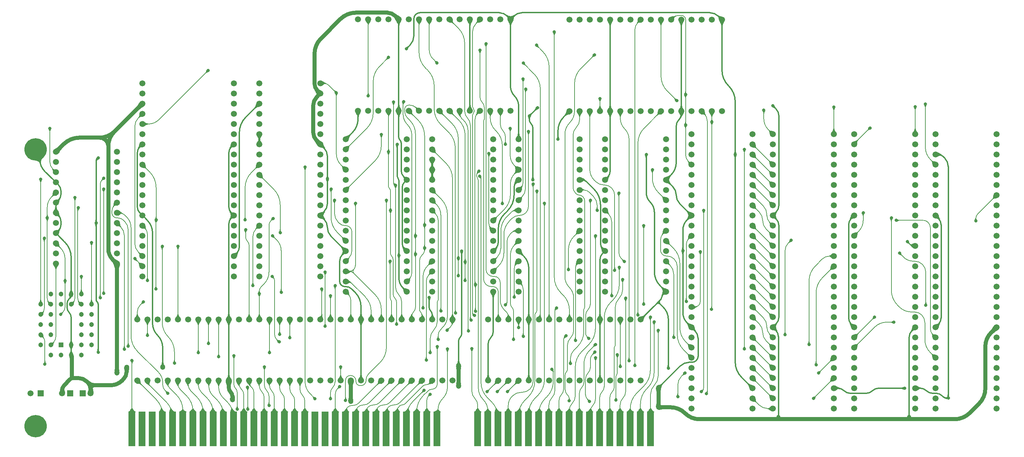
<source format=gbl>
%TF.GenerationSoftware,KiCad,Pcbnew,8.0.4*%
%TF.CreationDate,2024-09-16T12:26:51+02:00*%
%TF.ProjectId,Blitter Board,426c6974-7465-4722-9042-6f6172642e6b,V0*%
%TF.SameCoordinates,PX18392c0PY5563218*%
%TF.FileFunction,Copper,L2,Bot*%
%TF.FilePolarity,Positive*%
%FSLAX46Y46*%
G04 Gerber Fmt 4.6, Leading zero omitted, Abs format (unit mm)*
G04 Created by KiCad (PCBNEW 8.0.4) date 2024-09-16 12:26:51*
%MOMM*%
%LPD*%
G01*
G04 APERTURE LIST*
%TA.AperFunction,ComponentPad*%
%ADD10C,1.500000*%
%TD*%
%TA.AperFunction,ComponentPad*%
%ADD11R,1.500000X1.500000*%
%TD*%
%TA.AperFunction,ConnectorPad*%
%ADD12R,1.780000X8.620000*%
%TD*%
%TA.AperFunction,ComponentPad*%
%ADD13R,1.200000X1.200000*%
%TD*%
%TA.AperFunction,ComponentPad*%
%ADD14C,1.200000*%
%TD*%
%TA.AperFunction,ComponentPad*%
%ADD15C,5.600000*%
%TD*%
%TA.AperFunction,ViaPad*%
%ADD16C,0.800000*%
%TD*%
%TA.AperFunction,ViaPad*%
%ADD17C,1.300000*%
%TD*%
%TA.AperFunction,Conductor*%
%ADD18C,0.380000*%
%TD*%
%TA.AperFunction,Conductor*%
%ADD19C,1.000000*%
%TD*%
%TA.AperFunction,Conductor*%
%ADD20C,0.200000*%
%TD*%
G04 APERTURE END LIST*
D10*
%TO.P,B2,1,5V*%
%TO.N,/5V*%
X80543000Y9627000D03*
%TO.P,B2,2,~{Main_Read}*%
%TO.N,/~{Main Read}*%
X83083000Y9627000D03*
%TO.P,B2,3,~{Write}*%
%TO.N,/~{Write}*%
X85622999Y9627000D03*
%TO.P,B2,4,D7*%
%TO.N,/D7*%
X88163000Y9627000D03*
%TO.P,B2,5,GND*%
%TO.N,GND*%
X90703000Y9627000D03*
%TO.P,B2,6,D6*%
%TO.N,/D6*%
X93243000Y9627000D03*
%TO.P,B2,7,D5*%
%TO.N,/D5*%
X95783000Y9627000D03*
%TO.P,B2,8,D4*%
%TO.N,/D4*%
X98323001Y9627000D03*
%TO.P,B2,9,D3*%
%TO.N,/D3*%
X100863000Y9627000D03*
%TO.P,B2,10,D2*%
%TO.N,/D2*%
X103403000Y9627000D03*
%TO.P,B2,11,D1*%
%TO.N,/D1*%
X105943000Y9627000D03*
%TO.P,B2,12,GND*%
%TO.N,GND*%
X108482999Y9627000D03*
%TO.P,B2,13,D0*%
%TO.N,/D0*%
X111023000Y9627000D03*
%TO.P,B2,14,Write_Transparent_Colour*%
%TO.N,/Write Transparent Colour*%
X113563000Y9627000D03*
%TO.P,B2,15,Read_Transparent_Colour*%
%TO.N,/Read Transparent Colour*%
X116103000Y9627000D03*
%TO.P,B2,16,Transparency_Enable*%
%TO.N,/Transparency Enable*%
X118642999Y9627000D03*
%TO.P,B2,17,5V*%
%TO.N,/5V*%
X118642999Y32487000D03*
%TO.P,B2,18,N.C.*%
%TO.N,unconnected-(B2-N.C.-Pad18)*%
X116103000Y32487000D03*
%TO.P,B2,19,N.C.*%
%TO.N,unconnected-(B2-N.C.-Pad19)*%
X113563000Y32487000D03*
%TO.P,B2,20,MD0*%
%TO.N,/MD0*%
X111023000Y32487000D03*
%TO.P,B2,21,GND*%
%TO.N,GND*%
X108482999Y32487000D03*
%TO.P,B2,22,MD1*%
%TO.N,/MD1*%
X105943000Y32487000D03*
%TO.P,B2,23,MD2*%
%TO.N,/MD2*%
X103403000Y32487000D03*
%TO.P,B2,24,MD3*%
%TO.N,/MD3*%
X100863000Y32487000D03*
%TO.P,B2,25,MD4*%
%TO.N,/MD4*%
X98323001Y32487000D03*
%TO.P,B2,26,MD5*%
%TO.N,/MD5*%
X95783000Y32487000D03*
%TO.P,B2,27,MC6*%
%TO.N,/MD6*%
X93243000Y32487000D03*
%TO.P,B2,28,GND*%
%TO.N,GND*%
X90703000Y32487000D03*
%TO.P,B2,29,MD7*%
%TO.N,/MD7*%
X88163000Y32487000D03*
%TO.P,B2,30,N.C.*%
%TO.N,unconnected-(B2-N.C.-Pad30)*%
X85622999Y32487000D03*
%TO.P,B2,31,Transparent*%
%TO.N,/Transparent*%
X83083000Y32487000D03*
%TO.P,B2,32,N.C.*%
%TO.N,unconnected-(B2-N.C.-Pad32)*%
X80543000Y32487000D03*
%TD*%
D11*
%TO.P,C2,1*%
%TO.N,/5V*%
X11727400Y-60960000D03*
D10*
%TO.P,C2,2*%
%TO.N,GND*%
X13727400Y-60960000D03*
%TD*%
D11*
%TO.P,LED1,1,K*%
%TO.N,Net-(LED1-K)*%
X1275000Y-60960000D03*
D10*
%TO.P,LED1,2,A*%
%TO.N,GND*%
X-1265000Y-60960000D03*
%TD*%
%TO.P,B14,1,~{OE}*%
%TO.N,/~{Main Write}*%
X184150000Y3810000D03*
%TO.P,B14,2,IN23*%
%TO.N,/Dest23*%
X184150000Y1270000D03*
%TO.P,B14,3,5V*%
%TO.N,/5V*%
X184150000Y-1269999D03*
%TO.P,B14,4,IN22*%
%TO.N,/Dest22*%
X184150000Y-3810000D03*
%TO.P,B14,5,IN21*%
%TO.N,/Dest21*%
X184150000Y-6350000D03*
%TO.P,B14,6,IN20*%
%TO.N,/Dest20*%
X184150000Y-8890000D03*
%TO.P,B14,7,IN19*%
%TO.N,/Dest19*%
X184150000Y-11430000D03*
%TO.P,B14,8,IN18*%
%TO.N,/Dest18*%
X184150000Y-13970001D03*
%TO.P,B14,9,GND*%
%TO.N,GND*%
X184150000Y-16510000D03*
%TO.P,B14,10,IN17*%
%TO.N,/Dest17*%
X184150000Y-19050000D03*
%TO.P,B14,11,IN16*%
%TO.N,/Dest16*%
X184150000Y-21590000D03*
%TO.P,B14,12,IN15*%
%TO.N,/Dest15*%
X184150000Y-24129999D03*
%TO.P,B14,13,IN14*%
%TO.N,/Dest14*%
X184150000Y-26670000D03*
%TO.P,B14,14,IN13*%
%TO.N,/Dest13*%
X184150000Y-29210000D03*
%TO.P,B14,15,IN12*%
%TO.N,/Dest12*%
X184150000Y-31750000D03*
%TO.P,B14,16,IN11*%
%TO.N,/Dest11*%
X184150000Y-34289999D03*
%TO.P,B14,17,IN10*%
%TO.N,/Dest10*%
X184150000Y-36830001D03*
%TO.P,B14,18,IN9*%
%TO.N,/Dest9*%
X184150000Y-39370000D03*
%TO.P,B14,19,IN8*%
%TO.N,/Dest8*%
X184150000Y-41910000D03*
%TO.P,B14,20,GND*%
%TO.N,GND*%
X184150000Y-44450000D03*
%TO.P,B14,21,IN7*%
%TO.N,/Dest7*%
X184150000Y-46989999D03*
%TO.P,B14,22,IN6*%
%TO.N,/Dest6*%
X184150000Y-49530000D03*
%TO.P,B14,23,IN5*%
%TO.N,/Dest5*%
X184150000Y-52070000D03*
%TO.P,B14,24,IN4*%
%TO.N,/Dest4*%
X184150000Y-54610000D03*
%TO.P,B14,25,IN3*%
%TO.N,/Dest3*%
X184150000Y-57149999D03*
%TO.P,B14,26,IN2*%
%TO.N,/Dest2*%
X184150000Y-59690001D03*
%TO.P,B14,27,IN1*%
%TO.N,/Dest1*%
X184150000Y-62230000D03*
%TO.P,B14,28,IN0*%
%TO.N,/Dest0*%
X184150000Y-64770000D03*
%TO.P,B14,29,OUT0*%
%TO.N,A0_{M}*%
X199390000Y-64770000D03*
%TO.P,B14,30,OUT1*%
%TO.N,A1_{M}*%
X199390000Y-62230000D03*
%TO.P,B14,31,5V*%
%TO.N,/5V*%
X199390000Y-59690000D03*
%TO.P,B14,32,OUT2*%
%TO.N,A2_{M}*%
X199390000Y-57150000D03*
%TO.P,B14,33,OUT3*%
%TO.N,A3_{M}*%
X199390000Y-54610000D03*
%TO.P,B14,34,OUT4*%
%TO.N,A4_{M}*%
X199390000Y-52070000D03*
%TO.P,B14,35,OUT5*%
%TO.N,A5_{M}*%
X199390000Y-49530000D03*
%TO.P,B14,36,OUT6*%
%TO.N,A6_{M}*%
X199390000Y-46990000D03*
%TO.P,B14,37,GND*%
%TO.N,GND*%
X199390000Y-44450000D03*
%TO.P,B14,38,OUT7*%
%TO.N,A7_{M}*%
X199390000Y-41910000D03*
%TO.P,B14,39,OUT8*%
%TO.N,A8_{M}*%
X199390000Y-39370000D03*
%TO.P,B14,40,OUT9*%
%TO.N,A9_{M}*%
X199390000Y-36830000D03*
%TO.P,B14,41,OUT10*%
%TO.N,A10_{M}*%
X199390000Y-34290000D03*
%TO.P,B14,42,OUT11*%
%TO.N,A11_{M}*%
X199390000Y-31750000D03*
%TO.P,B14,43,OUT12*%
%TO.N,A12_{M}*%
X199390000Y-29210000D03*
%TO.P,B14,44,OUT13*%
%TO.N,A13_{M}*%
X199390000Y-26670000D03*
%TO.P,B14,45,OUT14*%
%TO.N,A14_{M}*%
X199390000Y-24130000D03*
%TO.P,B14,46,OUT15*%
%TO.N,A15_{M}*%
X199390000Y-21590000D03*
%TO.P,B14,47,OUT16*%
%TO.N,A16_{M}*%
X199390000Y-19050000D03*
%TO.P,B14,48,GND*%
%TO.N,GND*%
X199390000Y-16510000D03*
%TO.P,B14,49,OUT17*%
%TO.N,A17_{M}*%
X199390000Y-13970000D03*
%TO.P,B14,50,OUT18*%
%TO.N,A18_{M}*%
X199390000Y-11430000D03*
%TO.P,B14,51,OUT19*%
%TO.N,A19_{M}*%
X199390000Y-8890000D03*
%TO.P,B14,52,OUT20*%
%TO.N,A20_{M}*%
X199390000Y-6350000D03*
%TO.P,B14,53,OUT21*%
%TO.N,A21_{M}*%
X199390000Y-3810000D03*
%TO.P,B14,54,OUT22*%
%TO.N,A22_{M}*%
X199390000Y-1270000D03*
%TO.P,B14,55,OUT23*%
%TO.N,A23_{M}*%
X199390000Y1270000D03*
%TO.P,B14,56,CLK*%
%TO.N,/CLK0*%
X199390000Y3810000D03*
%TD*%
%TO.P,B7,1,5V*%
%TO.N,/5V*%
X151130000Y-42545000D03*
%TO.P,B7,2,~{Main_Access_Slot}*%
%TO.N,~{Main Access}*%
X148590000Y-42545000D03*
%TO.P,B7,3,~{Main}*%
%TO.N,~{Main}*%
X146050001Y-42545000D03*
%TO.P,B7,4,~{RD}*%
%TO.N,/~{Read}*%
X143510000Y-42545000D03*
%TO.P,B7,5,GND*%
%TO.N,GND*%
X140970000Y-42545000D03*
%TO.P,B7,6,~{WD}*%
%TO.N,/~{Write}*%
X138430000Y-42545000D03*
%TO.P,B7,7,D7*%
%TO.N,/MD0*%
X135890000Y-42545000D03*
%TO.P,B7,8,D6*%
%TO.N,/MD1*%
X133349999Y-42545000D03*
%TO.P,B7,9,D5*%
%TO.N,/MD2*%
X130810000Y-42545000D03*
%TO.P,B7,10,D4*%
%TO.N,/MD3*%
X128270000Y-42545000D03*
%TO.P,B7,11,D3*%
%TO.N,/MD4*%
X125730000Y-42545000D03*
%TO.P,B7,12,GND*%
%TO.N,GND*%
X123190001Y-42545000D03*
%TO.P,B7,13,D2*%
%TO.N,/MD5*%
X120650000Y-42545000D03*
%TO.P,B7,14,D1*%
%TO.N,/MD6*%
X118110000Y-42545000D03*
%TO.P,B7,15,D0*%
%TO.N,/MD7*%
X115570000Y-42545000D03*
%TO.P,B7,16,N.C.*%
%TO.N,unconnected-(B7-N.C.-Pad16)*%
X113030001Y-42545000D03*
%TO.P,B7,17,5V*%
%TO.N,/5V*%
X113030000Y-57785000D03*
%TO.P,B7,18,MD0*%
%TO.N,D7_{M}*%
X115570000Y-57785000D03*
%TO.P,B7,19,MD1*%
%TO.N,D6_{M}*%
X118110000Y-57785000D03*
%TO.P,B7,20,MD2*%
%TO.N,D5_{M}*%
X120650000Y-57785000D03*
%TO.P,B7,21,GND*%
%TO.N,GND*%
X123190000Y-57785000D03*
%TO.P,B7,22,MD3*%
%TO.N,D4_{M}*%
X125730000Y-57785000D03*
%TO.P,B7,23,MD4*%
%TO.N,D3_{M}*%
X128270000Y-57785000D03*
%TO.P,B7,24,MD5*%
%TO.N,D2_{M}*%
X130810000Y-57785000D03*
%TO.P,B7,25,MD6*%
%TO.N,D1_{M}*%
X133350000Y-57785000D03*
%TO.P,B7,26,MD7*%
%TO.N,D0_{M}*%
X135890000Y-57785000D03*
%TO.P,B7,27,N.C.*%
%TO.N,unconnected-(B7-N.C.-Pad27)*%
X138430000Y-57785000D03*
%TO.P,B7,28,GND*%
%TO.N,GND*%
X140970000Y-57785000D03*
%TO.P,B7,29,N.C.*%
%TO.N,unconnected-(B7-N.C.-Pad29)*%
X143510000Y-57785000D03*
%TO.P,B7,30,N.C.*%
%TO.N,unconnected-(B7-N.C.-Pad30)*%
X146050000Y-57785000D03*
%TO.P,B7,31,N.C.*%
%TO.N,unconnected-(B7-N.C.-Pad31)*%
X148590000Y-57785000D03*
%TO.P,B7,32,N.C.*%
%TO.N,unconnected-(B7-N.C.-Pad32)*%
X151130000Y-57785000D03*
%TD*%
D12*
%TO.P,J5,A1,A1*%
%TO.N,~{Reset}_{System}*%
X24079200Y-69850000D03*
%TO.P,J5,A2,A2*%
%TO.N,unconnected-(J5-PadA2)*%
X26619200Y-69850000D03*
%TO.P,J5,A3,A3*%
%TO.N,unconnected-(J5-PadA3)*%
X29159200Y-69850000D03*
%TO.P,J5,A4,A4*%
%TO.N,A0_{D}*%
X31699200Y-69850000D03*
%TO.P,J5,A5,A5*%
%TO.N,A1_{D}*%
X34239200Y-69850000D03*
%TO.P,J5,A6,A6*%
%TO.N,A2_{D}*%
X36779200Y-69850000D03*
%TO.P,J5,A7,A7*%
%TO.N,A3_{D}*%
X39319200Y-69850000D03*
%TO.P,J5,A8,A8*%
%TO.N,A4_{D}*%
X41859200Y-69850000D03*
%TO.P,J5,A9,A9*%
%TO.N,A5_{D}*%
X44399200Y-69850000D03*
%TO.P,J5,A10,A10*%
%TO.N,A6_{D}*%
X46939200Y-69850000D03*
%TO.P,J5,A11,A11*%
%TO.N,A7_{D}*%
X49479200Y-69850000D03*
%TO.P,J5,A12,A12*%
%TO.N,A8_{D}*%
X52019200Y-69850000D03*
%TO.P,J5,A13,A13*%
%TO.N,A9_{D}*%
X54559200Y-69850000D03*
%TO.P,J5,A14,A14*%
%TO.N,A10_{D}*%
X57099200Y-69850000D03*
%TO.P,J5,A15,A15*%
%TO.N,A11_{D}*%
X59639200Y-69850000D03*
%TO.P,J5,A16,A16*%
%TO.N,A12_{D}*%
X62179200Y-69850000D03*
%TO.P,J5,A17,A17*%
%TO.N,A13_{D}*%
X64719200Y-69850000D03*
%TO.P,J5,A18,A18*%
%TO.N,A14_{D}*%
X67259200Y-69850000D03*
%TO.P,J5,A19,A19*%
%TO.N,A15_{D}*%
X69799200Y-69850000D03*
%TO.P,J5,A20,A20*%
%TO.N,A16_{D}*%
X72339200Y-69850000D03*
%TO.P,J5,A21,A21*%
%TO.N,D7_{D}*%
X74879200Y-69850000D03*
%TO.P,J5,A22,A22*%
%TO.N,D6_{D}*%
X77419200Y-69850000D03*
%TO.P,J5,A23,A23*%
%TO.N,D5_{D}*%
X79959200Y-69850000D03*
%TO.P,J5,A24,A24*%
%TO.N,D4_{D}*%
X82499200Y-69850000D03*
%TO.P,J5,A25,A25*%
%TO.N,D3_{D}*%
X85039200Y-69850000D03*
%TO.P,J5,A26,A26*%
%TO.N,D2_{D}*%
X87579200Y-69850000D03*
%TO.P,J5,A27,A27*%
%TO.N,D1_{D}*%
X90119200Y-69850000D03*
%TO.P,J5,A28,A28*%
%TO.N,D0_{D}*%
X92659200Y-69850000D03*
%TO.P,J5,A29,A29*%
%TO.N,H2_{D}*%
X95199200Y-69850000D03*
%TO.P,J5,A30,A30*%
%TO.N,H1_{D}*%
X97739200Y-69850000D03*
%TO.P,J5,A31,A31*%
%TO.N,H0_{D}*%
X100279200Y-69850000D03*
%TO.P,J5,C1,C1*%
%TO.N,A23_{M}*%
X110439200Y-69850000D03*
%TO.P,J5,C2,C2*%
%TO.N,A22_{M}*%
X112979200Y-69850000D03*
%TO.P,J5,C3,C3*%
%TO.N,A21_{M}*%
X115519200Y-69850000D03*
%TO.P,J5,C4,C4*%
%TO.N,A20_{M}*%
X118059200Y-69850000D03*
%TO.P,J5,C5,C5*%
%TO.N,A19_{M}*%
X120599200Y-69850000D03*
%TO.P,J5,C6,C6*%
%TO.N,A18_{M}*%
X123139200Y-69850000D03*
%TO.P,J5,C7,C7*%
%TO.N,A17_{M}*%
X125679200Y-69850000D03*
%TO.P,J5,C8,C8*%
%TO.N,A16_{M}*%
X128219200Y-69850000D03*
%TO.P,J5,C9,C9*%
%TO.N,A15_{M}*%
X130759200Y-69850000D03*
%TO.P,J5,C10,C10*%
%TO.N,A14_{M}*%
X133299200Y-69850000D03*
%TO.P,J5,C11,C11*%
%TO.N,A13_{M}*%
X135839200Y-69850000D03*
%TO.P,J5,C12,C12*%
%TO.N,A12_{M}*%
X138379200Y-69850000D03*
%TO.P,J5,C13,C13*%
%TO.N,A11_{M}*%
X140919200Y-69850000D03*
%TO.P,J5,C14,C14*%
%TO.N,A10_{M}*%
X143459200Y-69850000D03*
%TO.P,J5,C15,C15*%
%TO.N,A9_{M}*%
X145999200Y-69850000D03*
%TO.P,J5,C16,C16*%
%TO.N,A8_{M}*%
X148539200Y-69850000D03*
%TO.P,J5,C17,C17*%
%TO.N,A7_{M}*%
X151079200Y-69850000D03*
%TO.P,J5,C18,C18*%
%TO.N,A6_{M}*%
X153619200Y-69850000D03*
%TD*%
D10*
%TO.P,B8,1,5V*%
%TO.N,/5V*%
X77470000Y2540000D03*
%TO.P,B8,2,Interrupt_CLK*%
%TO.N,/MCLK*%
X77470000Y0D03*
%TO.P,B8,3,Write_Clear_Interrupt*%
%TO.N,/Write Clear Interrupt*%
X77470000Y-2540000D03*
%TO.P,B8,4,~{Set_Interrupt_on_CLK}*%
%TO.N,/~{Done}*%
X77470000Y-5080000D03*
%TO.P,B8,5,GND*%
%TO.N,GND*%
X77470000Y-7620000D03*
%TO.P,B8,6,Read_Flags*%
%TO.N,/Read Flags*%
X77470000Y-10160000D03*
%TO.P,B8,7,Write_Flags*%
%TO.N,/Write Flags*%
X77470000Y-12700000D03*
%TO.P,B8,8,D7*%
%TO.N,/D7*%
X77470000Y-15240000D03*
%TO.P,B8,9,D6*%
%TO.N,/D6*%
X77470000Y-17780000D03*
%TO.P,B8,10,D5*%
%TO.N,/D5*%
X77470000Y-20320000D03*
%TO.P,B8,11,D4*%
%TO.N,/D4*%
X77470000Y-22860000D03*
%TO.P,B8,12,GND*%
%TO.N,GND*%
X77470000Y-25400000D03*
%TO.P,B8,13,D3*%
%TO.N,/D3*%
X77470000Y-27940000D03*
%TO.P,B8,14,D2*%
%TO.N,/D2*%
X77470000Y-30480000D03*
%TO.P,B8,15,D1*%
%TO.N,/D1*%
X77470000Y-33020000D03*
%TO.P,B8,16,D0*%
%TO.N,/D0*%
X77470000Y-35560000D03*
%TO.P,B8,17,5V*%
%TO.N,/5V*%
X92710000Y-35560000D03*
%TO.P,B8,18,F0*%
%TO.N,/Transparency Enable*%
X92710000Y-33020000D03*
%TO.P,B8,19,F1*%
%TO.N,unconnected-(B8-F1-Pad19)*%
X92710000Y-30480000D03*
%TO.P,B8,20,F2*%
%TO.N,unconnected-(B8-F2-Pad20)*%
X92710000Y-27940000D03*
%TO.P,B8,21,GND*%
%TO.N,GND*%
X92710000Y-25400000D03*
%TO.P,B8,22,F3*%
%TO.N,unconnected-(B8-F3-Pad22)*%
X92710000Y-22860000D03*
%TO.P,B8,23,F4*%
%TO.N,unconnected-(B8-F4-Pad23)*%
X92710000Y-20320000D03*
%TO.P,B8,24,F5*%
%TO.N,unconnected-(B8-F5-Pad24)*%
X92710000Y-17780000D03*
%TO.P,B8,25,N.C.*%
%TO.N,unconnected-(B8-N.C.-Pad25)*%
X92710000Y-15240000D03*
%TO.P,B8,26,~{Enable}*%
%TO.N,~{Enable}_{D}*%
X92710000Y-12700000D03*
%TO.P,B8,27,Enable*%
%TO.N,unconnected-(B8-Enable-Pad27)*%
X92710000Y-10160000D03*
%TO.P,B8,28,GND*%
%TO.N,GND*%
X92710000Y-7620000D03*
%TO.P,B8,29,~{INT}*%
%TO.N,~{Interrupt}_{D}*%
X92710000Y-5080000D03*
%TO.P,B8,30,INT*%
%TO.N,unconnected-(B8-INT-Pad30)*%
X92710000Y-2540000D03*
%TO.P,B8,31,N.C.*%
%TO.N,unconnected-(B8-N.C.-Pad31)*%
X92710000Y0D03*
%TO.P,B8,32,N.C.*%
%TO.N,unconnected-(B8-N.C.-Pad32)*%
X92710000Y2540000D03*
%TD*%
%TO.P,B15,1,5V*%
%TO.N,/5V*%
X142240000Y2540000D03*
%TO.P,B15,2,Y7_{R}*%
%TO.N,unconnected-(B15-Y7_{R}-Pad2)*%
X142240000Y0D03*
%TO.P,B15,3,Y6_{R}*%
%TO.N,unconnected-(B15-Y6_{R}-Pad3)*%
X142240000Y-2540000D03*
%TO.P,B15,4,~{Device_Registers}*%
%TO.N,/~{Device Registers}*%
X142240000Y-5080000D03*
%TO.P,B15,5,GND*%
%TO.N,GND*%
X142240000Y-7620000D03*
%TO.P,B15,6,Y5_{R}*%
%TO.N,unconnected-(B15-Y5_{R}-Pad6)*%
X142240000Y-10160000D03*
%TO.P,B15,7,Y4_{R}*%
%TO.N,unconnected-(B15-Y4_{R}-Pad7)*%
X142240000Y-12700000D03*
%TO.P,B15,8,~{E2}*%
%TO.N,/A3*%
X142240000Y-15240000D03*
%TO.P,B15,9,E3*%
%TO.N,/~{A4}*%
X142240000Y-17780000D03*
%TO.P,B15,10,A2*%
%TO.N,/A2*%
X142240000Y-20320000D03*
%TO.P,B15,11,A1*%
%TO.N,/A1*%
X142240000Y-22860000D03*
%TO.P,B15,12,GND*%
%TO.N,GND*%
X142240000Y-25400000D03*
%TO.P,B15,13,A0*%
%TO.N,/A0*%
X142240000Y-27940000D03*
%TO.P,B15,14,N.C.*%
%TO.N,unconnected-(B15-N.C.-Pad14)*%
X142240000Y-30480000D03*
%TO.P,B15,15,~{RD}*%
%TO.N,/~{RD}*%
X142240000Y-33020000D03*
%TO.P,B15,16,~{WD}*%
%TO.N,/~{WD}*%
X142240000Y-35560000D03*
%TO.P,B15,17,5V*%
%TO.N,/5V*%
X157480000Y-35560000D03*
%TO.P,B15,18,N.C.*%
%TO.N,unconnected-(B15-N.C.-Pad18)*%
X157480000Y-33020000D03*
%TO.P,B15,19,Y7_{W}*%
%TO.N,/Write Start*%
X157480000Y-30480000D03*
%TO.P,B15,20,Y6_{W}*%
%TO.N,/Write Dest Address Bank*%
X157480000Y-27940000D03*
%TO.P,B15,21,GND*%
%TO.N,GND*%
X157480000Y-25400000D03*
%TO.P,B15,22,Y5_{W}*%
%TO.N,/Write Dest Address High*%
X157480000Y-22860000D03*
%TO.P,B15,23,Y4_{W}*%
%TO.N,/Write Dest Address Low*%
X157480000Y-20320000D03*
%TO.P,B15,24,Y3_{W}*%
%TO.N,unconnected-(B15-Y3_{W}-Pad24)*%
X157480000Y-17780000D03*
%TO.P,B15,25,Y2_{W}*%
%TO.N,/Write Transparent Colour*%
X157480000Y-15240000D03*
%TO.P,B15,26,Y1_{W}*%
%TO.N,/Write Clear Interrupt*%
X157480000Y-12700000D03*
%TO.P,B15,27,Y0_{W}*%
%TO.N,/Write Flags*%
X157480000Y-10160000D03*
%TO.P,B15,28,GND*%
%TO.N,GND*%
X157480000Y-7620000D03*
%TO.P,B15,29,Y3_{R}*%
%TO.N,unconnected-(B15-Y3_{R}-Pad29)*%
X157480000Y-5080000D03*
%TO.P,B15,30,Y2_{R}*%
%TO.N,/Read Transparent Colour*%
X157480000Y-2540000D03*
%TO.P,B15,31,Y1_{R}*%
%TO.N,unconnected-(B15-Y1_{R}-Pad31)*%
X157480000Y0D03*
%TO.P,B15,32,Y0_{R}*%
%TO.N,/Read Flags*%
X157480000Y2540000D03*
%TD*%
%TO.P,B1,1,~{Reset}*%
%TO.N,/~{Reset}*%
X224790000Y3810000D03*
%TO.P,B1,2,N.C.*%
%TO.N,unconnected-(B1-N.C.-Pad2)*%
X224790000Y1270000D03*
%TO.P,B1,3,5V*%
%TO.N,/5V*%
X224790000Y-1270000D03*
%TO.P,B1,4,CLK*%
%TO.N,/CLK1*%
X224790000Y-3810000D03*
%TO.P,B1,5,N.C.*%
%TO.N,unconnected-(B1-N.C.-Pad5)*%
X224790000Y-6350000D03*
%TO.P,B1,6,N.C.*%
%TO.N,unconnected-(B1-N.C.-Pad6)*%
X224790000Y-8890000D03*
%TO.P,B1,7,N.C.*%
%TO.N,unconnected-(B1-N.C.-Pad7)*%
X224790000Y-11430000D03*
%TO.P,B1,8,N.C.*%
%TO.N,unconnected-(B1-N.C.-Pad8)*%
X224790000Y-13970000D03*
%TO.P,B1,9,GND*%
%TO.N,GND*%
X224790000Y-16510000D03*
%TO.P,B1,10,N.C.*%
%TO.N,unconnected-(B1-N.C.-Pad10)*%
X224790000Y-19050000D03*
%TO.P,B1,11,D7*%
%TO.N,/D7*%
X224790000Y-21590000D03*
%TO.P,B1,12,D6*%
%TO.N,/D6*%
X224790000Y-24130000D03*
%TO.P,B1,13,D5*%
%TO.N,/D5*%
X224790000Y-26670000D03*
%TO.P,B1,14,D4*%
%TO.N,/D4*%
X224790000Y-29210000D03*
%TO.P,B1,15,D3*%
%TO.N,/D3*%
X224790000Y-31750000D03*
%TO.P,B1,16,D2*%
%TO.N,/D2*%
X224790000Y-34290000D03*
%TO.P,B1,17,D1*%
%TO.N,/D1*%
X224790000Y-36830000D03*
%TO.P,B1,18,D0*%
%TO.N,/D0*%
X224790000Y-39370000D03*
%TO.P,B1,19,N.C.*%
%TO.N,unconnected-(B1-N.C.-Pad19)*%
X224790000Y-41910000D03*
%TO.P,B1,20,GND*%
%TO.N,GND*%
X224790000Y-44450000D03*
%TO.P,B1,21,Latch_Bank*%
%TO.N,/Write Source Address Bank*%
X224790000Y-46990000D03*
%TO.P,B1,22,Latch_High*%
%TO.N,/Write Source Address High*%
X224790000Y-49530000D03*
%TO.P,B1,23,Latch_Low*%
%TO.N,/Write Source Address Low*%
X224790000Y-52070000D03*
%TO.P,B1,24,N.C.*%
%TO.N,unconnected-(B1-N.C.-Pad24)*%
X224790000Y-54610000D03*
%TO.P,B1,25,N.C.*%
%TO.N,unconnected-(B1-N.C.-Pad25)*%
X224790000Y-57150000D03*
%TO.P,B1,26,Count_Enable*%
%TO.N,/Counting*%
X224790000Y-59690000D03*
%TO.P,B1,27,TC_{0..3}*%
%TO.N,unconnected-(B1-TC_{0..3}-Pad27)*%
X224790000Y-62230000D03*
%TO.P,B1,28,TC_{20..23}*%
%TO.N,unconnected-(B1-TC_{20..23}-Pad28)*%
X224790000Y-64770000D03*
%TO.P,B1,29,N.C.*%
%TO.N,unconnected-(B1-N.C.-Pad29)*%
X240030000Y-64770000D03*
%TO.P,B1,30,C0*%
%TO.N,/Source0*%
X240030000Y-62230000D03*
%TO.P,B1,31,5V*%
%TO.N,/5V*%
X240030000Y-59690000D03*
%TO.P,B1,32,C1*%
%TO.N,/Source1*%
X240030000Y-57150000D03*
%TO.P,B1,33,C2*%
%TO.N,/Source2*%
X240030000Y-54610000D03*
%TO.P,B1,34,C3*%
%TO.N,/Source3*%
X240030000Y-52070000D03*
%TO.P,B1,35,C4*%
%TO.N,/Source4*%
X240030000Y-49530000D03*
%TO.P,B1,36,C5*%
%TO.N,/Source5*%
X240030000Y-46990000D03*
%TO.P,B1,37,GND*%
%TO.N,GND*%
X240030000Y-44450000D03*
%TO.P,B1,38,C6*%
%TO.N,/Source6*%
X240030000Y-41910000D03*
%TO.P,B1,39,C7*%
%TO.N,/Source7*%
X240030000Y-39370000D03*
%TO.P,B1,40,C8*%
%TO.N,/Source8*%
X240030000Y-36830000D03*
%TO.P,B1,41,C9*%
%TO.N,/Source9*%
X240030000Y-34290000D03*
%TO.P,B1,42,C10*%
%TO.N,/Source10*%
X240030000Y-31750000D03*
%TO.P,B1,43,C11*%
%TO.N,/Source11*%
X240030000Y-29210000D03*
%TO.P,B1,44,C12*%
%TO.N,/Source12*%
X240030000Y-26670000D03*
%TO.P,B1,45,C13*%
%TO.N,/Source13*%
X240030000Y-24130000D03*
%TO.P,B1,46,C14*%
%TO.N,/Source14*%
X240030000Y-21590000D03*
%TO.P,B1,47,C15*%
%TO.N,/Source15*%
X240030000Y-19050000D03*
%TO.P,B1,48,GND*%
%TO.N,GND*%
X240030000Y-16510000D03*
%TO.P,B1,49,C16*%
%TO.N,/Source16*%
X240030000Y-13970000D03*
%TO.P,B1,50,C17*%
%TO.N,/Source17*%
X240030000Y-11430000D03*
%TO.P,B1,51,C18*%
%TO.N,/Source18*%
X240030000Y-8890000D03*
%TO.P,B1,52,C19*%
%TO.N,/Source19*%
X240030000Y-6350000D03*
%TO.P,B1,53,C20*%
%TO.N,/Source20*%
X240030000Y-3810000D03*
%TO.P,B1,54,C21*%
%TO.N,/Source21*%
X240030000Y-1270000D03*
%TO.P,B1,55,C22*%
%TO.N,/Source22*%
X240030000Y1270000D03*
%TO.P,B1,56,C23*%
%TO.N,/Source23*%
X240030000Y3810000D03*
%TD*%
D11*
%TO.P,C1,1*%
%TO.N,12V*%
X8636000Y-60960000D03*
D10*
%TO.P,C1,2*%
%TO.N,GND*%
X6636000Y-60960000D03*
%TD*%
%TO.P,B5,1,Read_Count_High*%
%TO.N,/Read Count Offset Start High*%
X26670000Y16510000D03*
%TO.P,B5,2,Read_Count_Low*%
%TO.N,/Read Count Offset Start Low*%
X26670000Y13970000D03*
%TO.P,B5,3,5V*%
%TO.N,/5V*%
X26670000Y11430000D03*
%TO.P,B5,4,CLK*%
%TO.N,/CLK1*%
X26670000Y8890000D03*
%TO.P,B5,5,~{Load_Count_Start}*%
%TO.N,/~{Load Count Start}*%
X26670000Y6350000D03*
%TO.P,B5,6,~{Reset}*%
%TO.N,/~{Reset}*%
X26670000Y3810000D03*
%TO.P,B5,7,GND*%
%TO.N,GND*%
X26670000Y1270000D03*
%TO.P,B5,8,D7*%
%TO.N,/D7*%
X26670000Y-1270000D03*
%TO.P,B5,9,D6*%
%TO.N,/D6*%
X26670000Y-3810000D03*
%TO.P,B5,10,D5*%
%TO.N,/D5*%
X26670000Y-6350000D03*
%TO.P,B5,11,D4*%
%TO.N,/D4*%
X26670000Y-8890000D03*
%TO.P,B5,12,D3*%
%TO.N,/D3*%
X26670000Y-11430000D03*
%TO.P,B5,13,D2*%
%TO.N,/D2*%
X26670000Y-13970000D03*
%TO.P,B5,14,GND*%
%TO.N,GND*%
X26670000Y-16510000D03*
%TO.P,B5,15,D1*%
%TO.N,/D1*%
X26670000Y-19050000D03*
%TO.P,B5,16,D0*%
%TO.N,/D0*%
X26670000Y-21590000D03*
%TO.P,B5,17,Count_Enable*%
%TO.N,/Counting*%
X26670000Y-24130000D03*
%TO.P,B5,18,Latch_Count*%
%TO.N,/CLK1*%
X26670000Y-26670000D03*
%TO.P,B5,19,Write_Start_High*%
%TO.N,/Write Count Offset Start High*%
X26670000Y-29210000D03*
%TO.P,B5,20,Write_Start_Low*%
%TO.N,/Write Count Offset Start Low*%
X26670000Y-31750000D03*
%TO.P,B5,21,C0*%
%TO.N,/C0*%
X49530000Y-31750000D03*
%TO.P,B5,22,C1*%
%TO.N,/C1*%
X49530000Y-29210000D03*
%TO.P,B5,23,5V*%
%TO.N,/5V*%
X49530000Y-26670000D03*
%TO.P,B5,24,C2*%
%TO.N,/C2*%
X49530000Y-24130000D03*
%TO.P,B5,25,C3*%
%TO.N,/C3*%
X49530000Y-21590000D03*
%TO.P,B5,26,C4*%
%TO.N,/C4*%
X49530000Y-19050000D03*
%TO.P,B5,27,GND*%
%TO.N,GND*%
X49530000Y-16510000D03*
%TO.P,B5,28,C5*%
%TO.N,/C5*%
X49530000Y-13970000D03*
%TO.P,B5,29,C6*%
%TO.N,/C6*%
X49530000Y-11430000D03*
%TO.P,B5,30,C7*%
%TO.N,/C7*%
X49530000Y-8890000D03*
%TO.P,B5,31,C8*%
%TO.N,/C8*%
X49530000Y-6350000D03*
%TO.P,B5,32,C9*%
%TO.N,/C9*%
X49530000Y-3810000D03*
%TO.P,B5,33,C10*%
%TO.N,/C10*%
X49530000Y-1270000D03*
%TO.P,B5,34,GND*%
%TO.N,GND*%
X49530000Y1270000D03*
%TO.P,B5,35,C11*%
%TO.N,/C11*%
X49530000Y3810000D03*
%TO.P,B5,36,C12*%
%TO.N,/C12*%
X49530000Y6350000D03*
%TO.P,B5,37,C13*%
%TO.N,/C13*%
X49530000Y8890000D03*
%TO.P,B5,38,C14*%
%TO.N,/C14*%
X49530000Y11430000D03*
%TO.P,B5,39,C15*%
%TO.N,unconnected-(B5-C15-Pad39)*%
X49530000Y13970000D03*
%TO.P,B5,40,TC_{12..15}*%
%TO.N,unconnected-(B5-TC_{12..15}-Pad40)*%
X49530000Y16510000D03*
%TD*%
%TO.P,B19,1,5V*%
%TO.N,/5V*%
X133350000Y9525000D03*
%TO.P,B19,2,CLK_{M}*%
%TO.N,CLK_{M}*%
X135890000Y9525000D03*
%TO.P,B19,3,Write_Start*%
%TO.N,/Write Start*%
X138429999Y9525000D03*
%TO.P,B19,4,~{Done}*%
%TO.N,/~{Done}*%
X140970000Y9525000D03*
%TO.P,B19,5,GND*%
%TO.N,GND*%
X143510000Y9525000D03*
%TO.P,B19,6,~{Main_Access}*%
%TO.N,~{Main Access}*%
X146050000Y9525000D03*
%TO.P,B19,7,N.C.*%
%TO.N,unconnected-(B19-N.C.-Pad7)*%
X148590000Y9525000D03*
%TO.P,B19,8,Transparent*%
%TO.N,/Transparent*%
X151130001Y9525000D03*
%TO.P,B19,9,N.C.*%
%TO.N,unconnected-(B19-N.C.-Pad9)*%
X153670000Y9525000D03*
%TO.P,B19,10,~{Read}*%
%TO.N,/~{Read}*%
X156210000Y9525000D03*
%TO.P,B19,11,~{Main_Read}*%
%TO.N,/~{Main Read}*%
X158750000Y9525000D03*
%TO.P,B19,12,GND*%
%TO.N,GND*%
X161289999Y9525000D03*
%TO.P,B19,13,N.C.*%
%TO.N,unconnected-(B19-N.C.-Pad13)*%
X163830000Y9525000D03*
%TO.P,B19,14,~{WD}_{M}*%
%TO.N,~{WD}_{M}*%
X166370000Y9525000D03*
%TO.P,B19,15,~{Write}*%
%TO.N,/~{Write}*%
X168910000Y9525000D03*
%TO.P,B19,16,~{Main_Write}*%
%TO.N,/~{Main Write}*%
X171449999Y9525000D03*
%TO.P,B19,17,5V*%
%TO.N,/5V*%
X171449999Y32385000D03*
%TO.P,B19,18,~{RD}_{M}*%
%TO.N,~{RD}_{M}*%
X168910000Y32385000D03*
%TO.P,B19,19,CLK3*%
%TO.N,unconnected-(B19-CLK3-Pad19)*%
X166370000Y32385000D03*
%TO.P,B19,20,CLK2*%
%TO.N,unconnected-(B19-CLK2-Pad20)*%
X163830000Y32385000D03*
%TO.P,B19,21,GND*%
%TO.N,GND*%
X161289999Y32385000D03*
%TO.P,B19,22,CLK1*%
%TO.N,/CLK1*%
X158750000Y32385000D03*
%TO.P,B19,23,CLK0*%
%TO.N,/CLK0*%
X156210000Y32385000D03*
%TO.P,B19,24,N.C.*%
%TO.N,unconnected-(B19-N.C.-Pad24)*%
X153670000Y32385000D03*
%TO.P,B19,25,Counting*%
%TO.N,/Counting*%
X151130001Y32385000D03*
%TO.P,B19,26,N.C.*%
%TO.N,unconnected-(B19-N.C.-Pad26)*%
X148590000Y32385000D03*
%TO.P,B19,27,N.C.*%
%TO.N,unconnected-(B19-N.C.-Pad27)*%
X146050000Y32385000D03*
%TO.P,B19,28,GND*%
%TO.N,GND*%
X143510000Y32385000D03*
%TO.P,B19,29,~{Load_Count_Start}*%
%TO.N,/~{Load Count Start}*%
X140970000Y32385000D03*
%TO.P,B19,30,N.C.*%
%TO.N,unconnected-(B19-N.C.-Pad30)*%
X138429999Y32385000D03*
%TO.P,B19,31,~{MCLK}*%
%TO.N,unconnected-(B19-~{MCLK}-Pad31)*%
X135890000Y32385000D03*
%TO.P,B19,32,MCLK*%
%TO.N,/MCLK*%
X133350000Y32385000D03*
%TD*%
D13*
%TO.P,IC2,1,N.C.*%
%TO.N,unconnected-(IC2-N.C.-Pad1)*%
X6350000Y-48895000D03*
D14*
%TO.P,IC2,2,A16*%
%TO.N,GND*%
X8890000Y-51435000D03*
%TO.P,IC2,3,A15*%
X8890000Y-48895000D03*
%TO.P,IC2,4,A12*%
%TO.N,/A12*%
X11430000Y-51435000D03*
%TO.P,IC2,5,A7*%
%TO.N,/A7*%
X13970000Y-48895000D03*
%TO.P,IC2,6,A6*%
%TO.N,/A6*%
X11430000Y-48895000D03*
%TO.P,IC2,7,A5*%
%TO.N,/A5*%
X13970000Y-46355000D03*
%TO.P,IC2,8,A4*%
%TO.N,/A4*%
X11430000Y-46355000D03*
%TO.P,IC2,9,A3*%
%TO.N,/A3*%
X13970000Y-43815000D03*
%TO.P,IC2,10,A2*%
%TO.N,/A2*%
X11430000Y-43815000D03*
%TO.P,IC2,11,A1*%
%TO.N,/A1*%
X13970000Y-41275000D03*
%TO.P,IC2,12,A0*%
%TO.N,/A0*%
X11430000Y-41275000D03*
%TO.P,IC2,13,DQ0*%
%TO.N,/D0*%
X13970000Y-38735000D03*
%TO.P,IC2,14,DQ1*%
%TO.N,/D1*%
X11430000Y-36195000D03*
%TO.P,IC2,15,DQ2*%
%TO.N,/D2*%
X11430000Y-38735000D03*
%TO.P,IC2,16,GND*%
%TO.N,GND*%
X8890000Y-36195000D03*
%TO.P,IC2,17,DQ3*%
%TO.N,/D3*%
X8890000Y-38735000D03*
%TO.P,IC2,18,DQ4*%
%TO.N,/D4*%
X6350000Y-36195000D03*
%TO.P,IC2,19,DQ5*%
%TO.N,/D5*%
X6350000Y-38735000D03*
%TO.P,IC2,20,DQ6*%
%TO.N,/D6*%
X3810000Y-36195000D03*
%TO.P,IC2,21,DQ7*%
%TO.N,/D7*%
X1270000Y-38735000D03*
%TO.P,IC2,22,~{CE}*%
%TO.N,/~{Device ROM}*%
X3810000Y-38735000D03*
%TO.P,IC2,23,A10*%
%TO.N,/A10*%
X1270000Y-41275000D03*
%TO.P,IC2,24,~{OE}*%
%TO.N,/~{RD}*%
X3810000Y-41275000D03*
%TO.P,IC2,25,A11*%
%TO.N,/A11*%
X1270000Y-43815000D03*
%TO.P,IC2,26,A9*%
%TO.N,/A9*%
X3810000Y-43815000D03*
%TO.P,IC2,27,A8*%
%TO.N,/A8*%
X1270000Y-46355000D03*
%TO.P,IC2,28,A13*%
%TO.N,/A13*%
X3810000Y-46355000D03*
%TO.P,IC2,29,A14*%
%TO.N,/A14*%
X1270000Y-48895000D03*
%TO.P,IC2,30,N.C.*%
%TO.N,unconnected-(IC2-N.C.-Pad30)*%
X3810000Y-51435000D03*
%TO.P,IC2,31,~{WE}*%
%TO.N,/~{WD}*%
X3810000Y-48895000D03*
%TO.P,IC2,32,3V*%
%TO.N,/3.3V*%
X6350000Y-51435000D03*
%TD*%
D15*
%TO.P,H1,1,GND*%
%TO.N,GND*%
X0Y0D03*
%TD*%
D10*
%TO.P,B11,1,5V*%
%TO.N,/5V*%
X99060000Y2540000D03*
%TO.P,B11,2,~{Device_Select}*%
%TO.N,/~{Device Select}*%
X99060000Y0D03*
%TO.P,B11,3,A16*%
%TO.N,GND*%
X99060000Y-2540000D03*
%TO.P,B11,4,A15*%
X99060000Y-5080000D03*
%TO.P,B11,5,GND*%
X99060000Y-7620000D03*
%TO.P,B11,6,A14*%
%TO.N,/A14*%
X99060000Y-10160000D03*
%TO.P,B11,7,A13*%
%TO.N,/A13*%
X99060000Y-12700000D03*
%TO.P,B11,8,A12*%
%TO.N,/A12*%
X99060000Y-15240000D03*
%TO.P,B11,9,A11*%
%TO.N,/A11*%
X99060000Y-17780000D03*
%TO.P,B11,10,A10*%
%TO.N,/A10*%
X99060000Y-20320000D03*
%TO.P,B11,11,A4*%
%TO.N,/A4*%
X99060000Y-22860000D03*
%TO.P,B11,12,GND*%
%TO.N,GND*%
X99060000Y-25400000D03*
%TO.P,B11,13,A3*%
%TO.N,/A3*%
X99060000Y-27940000D03*
%TO.P,B11,14,~{Reset}_{IN2}*%
%TO.N,~{Reset}_{System}*%
X99060000Y-30480000D03*
%TO.P,B11,15,~{Reset}_{IN1}*%
%TO.N,~{Reset}_{D}*%
X99060000Y-33020000D03*
%TO.P,B11,16,N.C.*%
%TO.N,unconnected-(B11-N.C.-Pad16)*%
X99060000Y-35560000D03*
%TO.P,B11,17,5V*%
%TO.N,/5V*%
X114300000Y-35560000D03*
%TO.P,B11,18,Reset_{OUT}*%
%TO.N,unconnected-(B11-Reset_{OUT}-Pad18)*%
X114300000Y-33020000D03*
%TO.P,B11,19,~{Reset}_{OUT}*%
%TO.N,/~{Reset}*%
X114300000Y-30480000D03*
%TO.P,B11,20,~{A3}*%
%TO.N,/~{A3}*%
X114300000Y-27940000D03*
%TO.P,B11,21,GND*%
%TO.N,GND*%
X114300000Y-25400000D03*
%TO.P,B11,22,~{A4}*%
%TO.N,/~{A4}*%
X114300000Y-22860000D03*
%TO.P,B11,23,~{Device_RAM}*%
%TO.N,/~{Device RAM}*%
X114300000Y-20320000D03*
%TO.P,B11,24,~{Device_Registers}*%
%TO.N,/~{Device Registers}*%
X114300000Y-17780000D03*
%TO.P,B11,25,~{Device_ROM}*%
%TO.N,/~{Device ROM}*%
X114300000Y-15240000D03*
%TO.P,B11,26,N.C.*%
%TO.N,unconnected-(B11-N.C.-Pad26)*%
X114300000Y-12700000D03*
%TO.P,B11,27,N.C.*%
%TO.N,unconnected-(B11-N.C.-Pad27)*%
X114300000Y-10160000D03*
%TO.P,B11,28,GND*%
%TO.N,GND*%
X114300000Y-7620000D03*
%TO.P,B11,29,N.C.*%
%TO.N,unconnected-(B11-N.C.-Pad29)*%
X114300000Y-5080000D03*
%TO.P,B11,30,N.C.*%
%TO.N,unconnected-(B11-N.C.-Pad30)*%
X114300000Y-2540000D03*
%TO.P,B11,31,N.C.*%
%TO.N,unconnected-(B11-N.C.-Pad31)*%
X114300000Y0D03*
%TO.P,B11,32,N.C.*%
%TO.N,unconnected-(B11-N.C.-Pad32)*%
X114300000Y2540000D03*
%TD*%
%TO.P,B12,1,~{Reset}*%
%TO.N,/~{Reset}*%
X163830000Y3810000D03*
%TO.P,B12,2,N.C.*%
%TO.N,unconnected-(B12-N.C.-Pad2)*%
X163830000Y1270000D03*
%TO.P,B12,3,5V*%
%TO.N,/5V*%
X163830000Y-1270000D03*
%TO.P,B12,4,CLK*%
%TO.N,/CLK1*%
X163830000Y-3810000D03*
%TO.P,B12,5,N.C.*%
%TO.N,unconnected-(B12-N.C.-Pad5)*%
X163830000Y-6350000D03*
%TO.P,B12,6,N.C.*%
%TO.N,unconnected-(B12-N.C.-Pad6)*%
X163830000Y-8890000D03*
%TO.P,B12,7,N.C.*%
%TO.N,unconnected-(B12-N.C.-Pad7)*%
X163830000Y-11430000D03*
%TO.P,B12,8,N.C.*%
%TO.N,unconnected-(B12-N.C.-Pad8)*%
X163830000Y-13970000D03*
%TO.P,B12,9,GND*%
%TO.N,GND*%
X163830000Y-16510000D03*
%TO.P,B12,10,N.C.*%
%TO.N,unconnected-(B12-N.C.-Pad10)*%
X163830000Y-19050000D03*
%TO.P,B12,11,D7*%
%TO.N,/D7*%
X163830000Y-21590000D03*
%TO.P,B12,12,D6*%
%TO.N,/D6*%
X163830000Y-24130000D03*
%TO.P,B12,13,D5*%
%TO.N,/D5*%
X163830000Y-26670000D03*
%TO.P,B12,14,D4*%
%TO.N,/D4*%
X163830000Y-29210000D03*
%TO.P,B12,15,D3*%
%TO.N,/D3*%
X163830000Y-31750000D03*
%TO.P,B12,16,D2*%
%TO.N,/D2*%
X163830000Y-34290000D03*
%TO.P,B12,17,D1*%
%TO.N,/D1*%
X163830000Y-36830000D03*
%TO.P,B12,18,D0*%
%TO.N,/D0*%
X163830000Y-39370000D03*
%TO.P,B12,19,N.C.*%
%TO.N,unconnected-(B12-N.C.-Pad19)*%
X163830000Y-41910000D03*
%TO.P,B12,20,GND*%
%TO.N,GND*%
X163830000Y-44450000D03*
%TO.P,B12,21,Latch_Bank*%
%TO.N,/Write Dest Address Bank*%
X163830000Y-46990000D03*
%TO.P,B12,22,Latch_High*%
%TO.N,/Write Dest Address High*%
X163830000Y-49530000D03*
%TO.P,B12,23,Latch_Low*%
%TO.N,/Write Dest Address Low*%
X163830000Y-52070000D03*
%TO.P,B12,24,N.C.*%
%TO.N,unconnected-(B12-N.C.-Pad24)*%
X163830000Y-54610000D03*
%TO.P,B12,25,N.C.*%
%TO.N,unconnected-(B12-N.C.-Pad25)*%
X163830000Y-57150000D03*
%TO.P,B12,26,Count_Enable*%
%TO.N,/Counting*%
X163830000Y-59690000D03*
%TO.P,B12,27,TC_{0..3}*%
%TO.N,unconnected-(B12-TC_{0..3}-Pad27)*%
X163830000Y-62230000D03*
%TO.P,B12,28,TC_{20..23}*%
%TO.N,unconnected-(B12-TC_{20..23}-Pad28)*%
X163830000Y-64770000D03*
%TO.P,B12,29,N.C.*%
%TO.N,unconnected-(B12-N.C.-Pad29)*%
X179070000Y-64770000D03*
%TO.P,B12,30,C0*%
%TO.N,/Dest0*%
X179070000Y-62230000D03*
%TO.P,B12,31,5V*%
%TO.N,/5V*%
X179070000Y-59690000D03*
%TO.P,B12,32,C1*%
%TO.N,/Dest1*%
X179070000Y-57150000D03*
%TO.P,B12,33,C2*%
%TO.N,/Dest2*%
X179070000Y-54610000D03*
%TO.P,B12,34,C3*%
%TO.N,/Dest3*%
X179070000Y-52070000D03*
%TO.P,B12,35,C4*%
%TO.N,/Dest4*%
X179070000Y-49530000D03*
%TO.P,B12,36,C5*%
%TO.N,/Dest5*%
X179070000Y-46990000D03*
%TO.P,B12,37,GND*%
%TO.N,GND*%
X179070000Y-44450000D03*
%TO.P,B12,38,C6*%
%TO.N,/Dest6*%
X179070000Y-41910000D03*
%TO.P,B12,39,C7*%
%TO.N,/Dest7*%
X179070000Y-39370000D03*
%TO.P,B12,40,C8*%
%TO.N,/Dest8*%
X179070000Y-36830000D03*
%TO.P,B12,41,C9*%
%TO.N,/Dest9*%
X179070000Y-34290000D03*
%TO.P,B12,42,C10*%
%TO.N,/Dest10*%
X179070000Y-31750000D03*
%TO.P,B12,43,C11*%
%TO.N,/Dest11*%
X179070000Y-29210000D03*
%TO.P,B12,44,C12*%
%TO.N,/Dest12*%
X179070000Y-26670000D03*
%TO.P,B12,45,C13*%
%TO.N,/Dest13*%
X179070000Y-24130000D03*
%TO.P,B12,46,C14*%
%TO.N,/Dest14*%
X179070000Y-21590000D03*
%TO.P,B12,47,C15*%
%TO.N,/Dest15*%
X179070000Y-19050000D03*
%TO.P,B12,48,GND*%
%TO.N,GND*%
X179070000Y-16510000D03*
%TO.P,B12,49,C16*%
%TO.N,/Dest16*%
X179070000Y-13970000D03*
%TO.P,B12,50,C17*%
%TO.N,/Dest17*%
X179070000Y-11430000D03*
%TO.P,B12,51,C18*%
%TO.N,/Dest18*%
X179070000Y-8890000D03*
%TO.P,B12,52,C19*%
%TO.N,/Dest19*%
X179070000Y-6350000D03*
%TO.P,B12,53,C20*%
%TO.N,/Dest20*%
X179070000Y-3810000D03*
%TO.P,B12,54,C21*%
%TO.N,/Dest21*%
X179070000Y-1270000D03*
%TO.P,B12,55,C22*%
%TO.N,/Dest22*%
X179070000Y1270000D03*
%TO.P,B12,56,C23*%
%TO.N,/Dest23*%
X179070000Y3810000D03*
%TD*%
%TO.P,B9,1,5V*%
%TO.N,/5V*%
X120650000Y2540000D03*
%TO.P,B9,2,Y7_{R}*%
%TO.N,unconnected-(B9-Y7_{R}-Pad2)*%
X120650000Y0D03*
%TO.P,B9,3,Y6_{R}*%
%TO.N,unconnected-(B9-Y6_{R}-Pad3)*%
X120650000Y-2540000D03*
%TO.P,B9,4,~{Device_Registers}*%
%TO.N,/~{Device Registers}*%
X120650000Y-5080000D03*
%TO.P,B9,5,GND*%
%TO.N,GND*%
X120650000Y-7620000D03*
%TO.P,B9,6,Y5_{R}*%
%TO.N,/Read Count Offset Start High*%
X120650000Y-10160000D03*
%TO.P,B9,7,Y4_{R}*%
%TO.N,/Read Count Offset Start Low*%
X120650000Y-12700000D03*
%TO.P,B9,8,~{E2}*%
%TO.N,/~{A3}*%
X120650000Y-15240000D03*
%TO.P,B9,9,E3*%
%TO.N,/~{A4}*%
X120650000Y-17780000D03*
%TO.P,B9,10,A2*%
%TO.N,/A2*%
X120650000Y-20320000D03*
%TO.P,B9,11,A1*%
%TO.N,/A1*%
X120650000Y-22860000D03*
%TO.P,B9,12,GND*%
%TO.N,GND*%
X120650000Y-25400000D03*
%TO.P,B9,13,A0*%
%TO.N,/A0*%
X120650000Y-27940000D03*
%TO.P,B9,14,N.C.*%
%TO.N,unconnected-(B9-N.C.-Pad14)*%
X120650000Y-30480000D03*
%TO.P,B9,15,~{RD}*%
%TO.N,/~{RD}*%
X120650000Y-33020000D03*
%TO.P,B9,16,~{WD}*%
%TO.N,/~{WD}*%
X120650000Y-35560000D03*
%TO.P,B9,17,5V*%
%TO.N,/5V*%
X135890000Y-35560000D03*
%TO.P,B9,18,N.C.*%
%TO.N,unconnected-(B9-N.C.-Pad18)*%
X135890000Y-33020000D03*
%TO.P,B9,19,Y7_{W}*%
%TO.N,/Write Count Offset Stop High*%
X135890000Y-30480000D03*
%TO.P,B9,20,Y6_{W}*%
%TO.N,/Write Count Offset Stop Low*%
X135890000Y-27940000D03*
%TO.P,B9,21,GND*%
%TO.N,GND*%
X135890000Y-25400000D03*
%TO.P,B9,22,Y5_{W}*%
%TO.N,/Write Count Offset Start High*%
X135890000Y-22860000D03*
%TO.P,B9,23,Y4_{W}*%
%TO.N,/Write Count Offset Start Low*%
X135890000Y-20320000D03*
%TO.P,B9,24,Y3_{W}*%
%TO.N,unconnected-(B9-Y3_{W}-Pad24)*%
X135890000Y-17780000D03*
%TO.P,B9,25,Y2_{W}*%
%TO.N,/Write Source Address Bank*%
X135890000Y-15240000D03*
%TO.P,B9,26,Y1_{W}*%
%TO.N,/Write Source Address High*%
X135890000Y-12700000D03*
%TO.P,B9,27,Y0_{W}*%
%TO.N,/Write Source Address Low*%
X135890000Y-10160000D03*
%TO.P,B9,28,GND*%
%TO.N,GND*%
X135890000Y-7620000D03*
%TO.P,B9,29,Y3_{R}*%
%TO.N,unconnected-(B9-Y3_{R}-Pad29)*%
X135890000Y-5080000D03*
%TO.P,B9,30,Y2_{R}*%
%TO.N,unconnected-(B9-Y2_{R}-Pad30)*%
X135890000Y-2540000D03*
%TO.P,B9,31,Y1_{R}*%
%TO.N,unconnected-(B9-Y1_{R}-Pad31)*%
X135890000Y0D03*
%TO.P,B9,32,Y0_{R}*%
%TO.N,unconnected-(B9-Y0_{R}-Pad32)*%
X135890000Y2540000D03*
%TD*%
%TO.P,B4,1,~{OE}*%
%TO.N,/~{Main Read}*%
X204470000Y3810000D03*
%TO.P,B4,2,IN23*%
%TO.N,/Source23*%
X204470000Y1270000D03*
%TO.P,B4,3,5V*%
%TO.N,/5V*%
X204470000Y-1269999D03*
%TO.P,B4,4,IN22*%
%TO.N,/Source22*%
X204470000Y-3810000D03*
%TO.P,B4,5,IN21*%
%TO.N,/Source21*%
X204470000Y-6350000D03*
%TO.P,B4,6,IN20*%
%TO.N,/Source20*%
X204470000Y-8890000D03*
%TO.P,B4,7,IN19*%
%TO.N,/Source19*%
X204470000Y-11430000D03*
%TO.P,B4,8,IN18*%
%TO.N,/Source18*%
X204470000Y-13970001D03*
%TO.P,B4,9,GND*%
%TO.N,GND*%
X204470000Y-16510000D03*
%TO.P,B4,10,IN17*%
%TO.N,/Source17*%
X204470000Y-19050000D03*
%TO.P,B4,11,IN16*%
%TO.N,/Source16*%
X204470000Y-21590000D03*
%TO.P,B4,12,IN15*%
%TO.N,/Source15*%
X204470000Y-24129999D03*
%TO.P,B4,13,IN14*%
%TO.N,/Source14*%
X204470000Y-26670000D03*
%TO.P,B4,14,IN13*%
%TO.N,/Source13*%
X204470000Y-29210000D03*
%TO.P,B4,15,IN12*%
%TO.N,/Source12*%
X204470000Y-31750000D03*
%TO.P,B4,16,IN11*%
%TO.N,/Source11*%
X204470000Y-34289999D03*
%TO.P,B4,17,IN10*%
%TO.N,/Source10*%
X204470000Y-36830001D03*
%TO.P,B4,18,IN9*%
%TO.N,/Source9*%
X204470000Y-39370000D03*
%TO.P,B4,19,IN8*%
%TO.N,/Source8*%
X204470000Y-41910000D03*
%TO.P,B4,20,GND*%
%TO.N,GND*%
X204470000Y-44450000D03*
%TO.P,B4,21,IN7*%
%TO.N,/Source7*%
X204470000Y-46989999D03*
%TO.P,B4,22,IN6*%
%TO.N,/Source6*%
X204470000Y-49530000D03*
%TO.P,B4,23,IN5*%
%TO.N,/Source5*%
X204470000Y-52070000D03*
%TO.P,B4,24,IN4*%
%TO.N,/Source4*%
X204470000Y-54610000D03*
%TO.P,B4,25,IN3*%
%TO.N,/Source3*%
X204470000Y-57149999D03*
%TO.P,B4,26,IN2*%
%TO.N,/Source2*%
X204470000Y-59690001D03*
%TO.P,B4,27,IN1*%
%TO.N,/Source1*%
X204470000Y-62230000D03*
%TO.P,B4,28,IN0*%
%TO.N,/Source0*%
X204470000Y-64770000D03*
%TO.P,B4,29,OUT0*%
%TO.N,A0_{M}*%
X219710000Y-64770000D03*
%TO.P,B4,30,OUT1*%
%TO.N,A1_{M}*%
X219710000Y-62230000D03*
%TO.P,B4,31,5V*%
%TO.N,/5V*%
X219710000Y-59690000D03*
%TO.P,B4,32,OUT2*%
%TO.N,A2_{M}*%
X219710000Y-57150000D03*
%TO.P,B4,33,OUT3*%
%TO.N,A3_{M}*%
X219710000Y-54610000D03*
%TO.P,B4,34,OUT4*%
%TO.N,A4_{M}*%
X219710000Y-52070000D03*
%TO.P,B4,35,OUT5*%
%TO.N,A5_{M}*%
X219710000Y-49530000D03*
%TO.P,B4,36,OUT6*%
%TO.N,A6_{M}*%
X219710000Y-46990000D03*
%TO.P,B4,37,GND*%
%TO.N,GND*%
X219710000Y-44450000D03*
%TO.P,B4,38,OUT7*%
%TO.N,A7_{M}*%
X219710000Y-41910000D03*
%TO.P,B4,39,OUT8*%
%TO.N,A8_{M}*%
X219710000Y-39370000D03*
%TO.P,B4,40,OUT9*%
%TO.N,A9_{M}*%
X219710000Y-36830000D03*
%TO.P,B4,41,OUT10*%
%TO.N,A10_{M}*%
X219710000Y-34290000D03*
%TO.P,B4,42,OUT11*%
%TO.N,A11_{M}*%
X219710000Y-31750000D03*
%TO.P,B4,43,OUT12*%
%TO.N,A12_{M}*%
X219710000Y-29210000D03*
%TO.P,B4,44,OUT13*%
%TO.N,A13_{M}*%
X219710000Y-26670000D03*
%TO.P,B4,45,OUT14*%
%TO.N,A14_{M}*%
X219710000Y-24130000D03*
%TO.P,B4,46,OUT15*%
%TO.N,A15_{M}*%
X219710000Y-21590000D03*
%TO.P,B4,47,OUT16*%
%TO.N,A16_{M}*%
X219710000Y-19050000D03*
%TO.P,B4,48,GND*%
%TO.N,GND*%
X219710000Y-16510000D03*
%TO.P,B4,49,OUT17*%
%TO.N,A17_{M}*%
X219710000Y-13970000D03*
%TO.P,B4,50,OUT18*%
%TO.N,A18_{M}*%
X219710000Y-11430000D03*
%TO.P,B4,51,OUT19*%
%TO.N,A19_{M}*%
X219710000Y-8890000D03*
%TO.P,B4,52,OUT20*%
%TO.N,A20_{M}*%
X219710000Y-6350000D03*
%TO.P,B4,53,OUT21*%
%TO.N,A21_{M}*%
X219710000Y-3810000D03*
%TO.P,B4,54,OUT22*%
%TO.N,A22_{M}*%
X219710000Y-1270000D03*
%TO.P,B4,55,OUT23*%
%TO.N,A23_{M}*%
X219710000Y1270000D03*
%TO.P,B4,56,CLK*%
%TO.N,/CLK0*%
X219710000Y3810000D03*
%TD*%
%TO.P,B10,1,5V*%
%TO.N,/5V*%
X5080000Y-635000D03*
%TO.P,B10,2,~{Device_RAM}*%
%TO.N,/~{Device RAM}*%
X5080000Y-3175000D03*
%TO.P,B10,3,~{Device_Registers}*%
%TO.N,/~{Device Registers}*%
X5080000Y-5715000D03*
%TO.P,B10,4,GND*%
%TO.N,GND*%
X5080000Y-8255000D03*
%TO.P,B10,5,~{Device_ROM}*%
%TO.N,/~{Device ROM}*%
X5080000Y-10795000D03*
%TO.P,B10,6,H2_{REG}*%
%TO.N,GND*%
X5080000Y-13335000D03*
%TO.P,B10,7,H1_{REG}*%
X5080000Y-15875000D03*
%TO.P,B10,8,H0_{REG}*%
%TO.N,/3.3V*%
X5080000Y-18415000D03*
%TO.P,B10,9,GND*%
%TO.N,GND*%
X5080000Y-20955000D03*
%TO.P,B10,10,~{RD}*%
%TO.N,/~{RD}*%
X5080000Y-23495000D03*
%TO.P,B10,11,~{Device_Select}*%
%TO.N,/~{Device Select}*%
X5080000Y-26035000D03*
%TO.P,B10,12,~{WD}*%
%TO.N,/~{WD}*%
X5080000Y-28575000D03*
%TO.P,B10,13,5V*%
%TO.N,/5V*%
X20320000Y-28575000D03*
%TO.P,B10,14,N.C.*%
%TO.N,unconnected-(B10-N.C.-Pad14)*%
X20320000Y-26035000D03*
%TO.P,B10,15,N.C.*%
%TO.N,unconnected-(B10-N.C.-Pad15)*%
X20320000Y-23495000D03*
%TO.P,B10,16,GND*%
%TO.N,GND*%
X20320000Y-20955000D03*
%TO.P,B10,17,H0_{OUT}*%
%TO.N,H0_{D}*%
X20320000Y-18415000D03*
%TO.P,B10,18,H1_{OUT}*%
%TO.N,H1_{D}*%
X20320000Y-15875000D03*
%TO.P,B10,19,H2_{OUT}*%
%TO.N,H2_{D}*%
X20320000Y-13335000D03*
%TO.P,B10,20,N.C.*%
%TO.N,unconnected-(B10-N.C.-Pad20)*%
X20320000Y-10795000D03*
%TO.P,B10,21,GND*%
%TO.N,GND*%
X20320000Y-8255000D03*
%TO.P,B10,22,N.C.*%
%TO.N,unconnected-(B10-N.C.-Pad22)*%
X20320000Y-5715000D03*
%TO.P,B10,23,N.C.*%
%TO.N,unconnected-(B10-N.C.-Pad23)*%
X20320000Y-3175000D03*
%TO.P,B10,24,3.3V*%
%TO.N,/3.3V*%
X20320000Y-635000D03*
%TD*%
D15*
%TO.P,H9,1,GND*%
%TO.N,GND*%
X0Y-69215000D03*
%TD*%
D10*
%TO.P,B17,1,~{PH=QH}*%
%TO.N,unconnected-(B17-~{PH=QH}-Pad1)*%
X55880000Y16510000D03*
%TO.P,B17,2,~{PL=QL}*%
%TO.N,unconnected-(B17-~{PL=QL}-Pad2)*%
X55880000Y13970000D03*
%TO.P,B17,3,5V*%
%TO.N,/5V*%
X55880000Y11430000D03*
%TO.P,B17,4,N.C.*%
%TO.N,unconnected-(B17-N.C.-Pad4)*%
X55880000Y8890000D03*
%TO.P,B17,5,N.C.*%
%TO.N,unconnected-(B17-N.C.-Pad5)*%
X55880000Y6350000D03*
%TO.P,B17,6,~{OE}*%
%TO.N,GND*%
X55880000Y3810000D03*
%TO.P,B17,7,GND*%
X55880000Y1270000D03*
%TO.P,B17,8,D7*%
%TO.N,/D7*%
X55880000Y-1270000D03*
%TO.P,B17,9,D6*%
%TO.N,/D6*%
X55880000Y-3810000D03*
%TO.P,B17,10,D5*%
%TO.N,/D5*%
X55880000Y-6350000D03*
%TO.P,B17,11,D4*%
%TO.N,/D4*%
X55880000Y-8890000D03*
%TO.P,B17,12,D3*%
%TO.N,/D3*%
X55880000Y-11430000D03*
%TO.P,B17,13,D2*%
%TO.N,/D2*%
X55880000Y-13970000D03*
%TO.P,B17,14,GND*%
%TO.N,GND*%
X55880000Y-16510000D03*
%TO.P,B17,15,D1*%
%TO.N,/D1*%
X55880000Y-19050000D03*
%TO.P,B17,16,D0*%
%TO.N,/D0*%
X55880000Y-21590000D03*
%TO.P,B17,17,N.C.*%
%TO.N,unconnected-(B17-N.C.-Pad17)*%
X55880000Y-24130000D03*
%TO.P,B17,18,N.C.*%
%TO.N,unconnected-(B17-N.C.-Pad18)*%
X55880000Y-26670000D03*
%TO.P,B17,19,Write_A_High*%
%TO.N,/Write Count Offset Stop High*%
X55880000Y-29210000D03*
%TO.P,B17,20,Write_A_Low*%
%TO.N,/Write Count Offset Stop Low*%
X55880000Y-31750000D03*
%TO.P,B17,21,C0*%
%TO.N,/C0*%
X71120000Y-31750000D03*
%TO.P,B17,22,C1*%
%TO.N,/C1*%
X71120000Y-29210000D03*
%TO.P,B17,23,5V*%
%TO.N,/5V*%
X71120000Y-26670000D03*
%TO.P,B17,24,C2*%
%TO.N,/C2*%
X71120000Y-24130000D03*
%TO.P,B17,25,C3*%
%TO.N,/C3*%
X71120000Y-21590000D03*
%TO.P,B17,26,C4*%
%TO.N,/C4*%
X71120000Y-19050000D03*
%TO.P,B17,27,GND*%
%TO.N,GND*%
X71120000Y-16510000D03*
%TO.P,B17,28,C5*%
%TO.N,/C5*%
X71120000Y-13970000D03*
%TO.P,B17,29,C6*%
%TO.N,/C6*%
X71120000Y-11430000D03*
%TO.P,B17,30,C7*%
%TO.N,/C7*%
X71120000Y-8890000D03*
%TO.P,B17,31,C8*%
%TO.N,/C8*%
X71120000Y-6350000D03*
%TO.P,B17,32,C9*%
%TO.N,/C9*%
X71120000Y-3810000D03*
%TO.P,B17,33,C10*%
%TO.N,/C10*%
X71120000Y-1270000D03*
%TO.P,B17,34,GND*%
%TO.N,GND*%
X71120000Y1270000D03*
%TO.P,B17,35,C11*%
%TO.N,/C11*%
X71120000Y3810000D03*
%TO.P,B17,36,C12*%
%TO.N,/C12*%
X71120000Y6350000D03*
%TO.P,B17,37,C13*%
%TO.N,/C13*%
X71120000Y8890000D03*
%TO.P,B17,38,C14*%
%TO.N,/C14*%
X71120000Y11430000D03*
%TO.P,B17,39,C15*%
%TO.N,GND*%
X71120000Y13970000D03*
%TO.P,B17,40,~{C=A}*%
%TO.N,/~{Done}*%
X71120000Y16510000D03*
%TD*%
%TO.P,B16,1,A0_{IN}*%
%TO.N,A0_{D}*%
X25400000Y-57785000D03*
%TO.P,B16,2,A1_{IN}*%
%TO.N,A1_{D}*%
X27940000Y-57785000D03*
%TO.P,B16,3,5V*%
%TO.N,/5V*%
X30480000Y-57785000D03*
%TO.P,B16,4,A2_{IN}*%
%TO.N,A2_{D}*%
X33020000Y-57785000D03*
%TO.P,B16,5,A3_{IN}*%
%TO.N,A3_{D}*%
X35560000Y-57785000D03*
%TO.P,B16,6,A4_{IN}*%
%TO.N,A4_{D}*%
X38100000Y-57785000D03*
%TO.P,B16,7,A5_{IN}*%
%TO.N,A5_{D}*%
X40640000Y-57785000D03*
%TO.P,B16,8,A6_{IN}*%
%TO.N,A6_{D}*%
X43180000Y-57785000D03*
%TO.P,B16,9,A7_{IN}*%
%TO.N,A7_{D}*%
X45720000Y-57785000D03*
%TO.P,B16,10,GND*%
%TO.N,GND*%
X48260000Y-57785000D03*
%TO.P,B16,11,A8_{IN}*%
%TO.N,A8_{D}*%
X50800000Y-57785000D03*
%TO.P,B16,12,A9_{IN}*%
%TO.N,A9_{D}*%
X53340000Y-57785000D03*
%TO.P,B16,13,A10_{IN}*%
%TO.N,A10_{D}*%
X55880000Y-57785000D03*
%TO.P,B16,14,A11_{IN}*%
%TO.N,A11_{D}*%
X58420000Y-57785000D03*
%TO.P,B16,15,A12_{IN}*%
%TO.N,A12_{D}*%
X60960000Y-57785000D03*
%TO.P,B16,16,A13_{IN}*%
%TO.N,A13_{D}*%
X63500000Y-57785000D03*
%TO.P,B16,17,A14_{IN}*%
%TO.N,A14_{D}*%
X66040000Y-57785000D03*
%TO.P,B16,18,A15_{IN}*%
%TO.N,GND*%
X68580000Y-57785000D03*
%TO.P,B16,19,A16_{IN}*%
X71120000Y-57785000D03*
%TO.P,B16,20,~{RD}_{IN}*%
%TO.N,~{RD}_{D}*%
X73660000Y-57785000D03*
%TO.P,B16,21,~{WD}_{IN}*%
%TO.N,~{WD}_{D}*%
X76200000Y-57785000D03*
%TO.P,B16,22,S_{IN}*%
%TO.N,GND*%
X78740000Y-57785000D03*
%TO.P,B16,23,GND*%
X81280000Y-57785000D03*
%TO.P,B16,24,D7_{IN/OUT}*%
%TO.N,D7_{D}*%
X83820000Y-57785000D03*
%TO.P,B16,25,D6_{IN/OUT}*%
%TO.N,D6_{D}*%
X86360000Y-57785000D03*
%TO.P,B16,26,D5_{IN/OUT}*%
%TO.N,D5_{D}*%
X88900000Y-57785000D03*
%TO.P,B16,27,D4_{IN/OUT}*%
%TO.N,D4_{D}*%
X91440000Y-57785000D03*
%TO.P,B16,28,D3_{IN/OUT}*%
%TO.N,D3_{D}*%
X93980000Y-57785000D03*
%TO.P,B16,29,D2_{IN/OUT}*%
%TO.N,D2_{D}*%
X96520000Y-57785000D03*
%TO.P,B16,30,D1_{IN/OUT}*%
%TO.N,D1_{D}*%
X99060000Y-57785000D03*
%TO.P,B16,31,D0_{IN/OUT}*%
%TO.N,D0_{D}*%
X101600000Y-57785000D03*
%TO.P,B16,32,Deivce_~{CS}_{IN}*%
%TO.N,~{Select}_{D}*%
X104140000Y-57785000D03*
%TO.P,B16,33,Deivce_~{CS}*%
%TO.N,/~{Device Select}*%
X104140000Y-42545000D03*
%TO.P,B16,34,D0*%
%TO.N,/D7*%
X101600000Y-42545000D03*
%TO.P,B16,35,5V*%
%TO.N,/5V*%
X99060000Y-42545000D03*
%TO.P,B16,36,D1*%
%TO.N,/D6*%
X96520000Y-42545000D03*
%TO.P,B16,37,D2*%
%TO.N,/D5*%
X93980000Y-42545000D03*
%TO.P,B16,38,D3*%
%TO.N,/D4*%
X91440000Y-42545000D03*
%TO.P,B16,39,D4*%
%TO.N,/D3*%
X88900000Y-42545000D03*
%TO.P,B16,40,D5*%
%TO.N,/D2*%
X86360000Y-42545000D03*
%TO.P,B16,41,D6*%
%TO.N,/D1*%
X83820000Y-42545000D03*
%TO.P,B16,42,GND*%
%TO.N,GND*%
X81280000Y-42545000D03*
%TO.P,B16,43,D7*%
%TO.N,/D0*%
X78740000Y-42545000D03*
%TO.P,B16,44,S*%
%TO.N,unconnected-(B16-S-Pad44)*%
X76200000Y-42545000D03*
%TO.P,B16,45,~{WD}*%
%TO.N,/~{WD}*%
X73660000Y-42545000D03*
%TO.P,B16,46,~{RD}*%
%TO.N,/~{RD}*%
X71120000Y-42545000D03*
%TO.P,B16,47,A16*%
%TO.N,unconnected-(B16-A16-Pad47)*%
X68580000Y-42545000D03*
%TO.P,B16,48,A15*%
%TO.N,unconnected-(B16-A15-Pad48)*%
X66040000Y-42545000D03*
%TO.P,B16,49,A14*%
%TO.N,/A14*%
X63500000Y-42545000D03*
%TO.P,B16,50,A13*%
%TO.N,/A13*%
X60960000Y-42545000D03*
%TO.P,B16,51,A12*%
%TO.N,/A12*%
X58420000Y-42545000D03*
%TO.P,B16,52,A11*%
%TO.N,/A11*%
X55880000Y-42545000D03*
%TO.P,B16,53,A10*%
%TO.N,/A10*%
X53340000Y-42545000D03*
%TO.P,B16,54,A9*%
%TO.N,/A9*%
X50800000Y-42545000D03*
%TO.P,B16,55,GND*%
%TO.N,GND*%
X48260000Y-42545000D03*
%TO.P,B16,56,A8*%
%TO.N,/A8*%
X45720000Y-42545000D03*
%TO.P,B16,57,A7*%
%TO.N,/A7*%
X43180000Y-42545000D03*
%TO.P,B16,58,A6*%
%TO.N,/A6*%
X40640000Y-42545000D03*
%TO.P,B16,59,A5*%
%TO.N,/A5*%
X38100000Y-42545000D03*
%TO.P,B16,60,A4*%
%TO.N,/A4*%
X35560000Y-42545000D03*
%TO.P,B16,61,A3*%
%TO.N,/A3*%
X33020000Y-42545000D03*
%TO.P,B16,62,A2*%
%TO.N,/A2*%
X30480000Y-42545000D03*
%TO.P,B16,63,A1*%
%TO.N,/A1*%
X27940000Y-42545000D03*
%TO.P,B16,64,A0*%
%TO.N,/A0*%
X25400000Y-42545000D03*
%TD*%
D16*
%TO.N,/Write Count Offset Start High*%
X24765003Y-27305003D03*
%TO.N,A21_{M}*%
X110910147Y-6687805D03*
%TO.N,A22_{M}*%
X110744003Y-5461000D03*
%TO.N,A20_{M}*%
X124258800Y-8635992D03*
%TO.N,A23_{M}*%
X177038000Y-49911000D03*
X177038000Y0D03*
X108966000Y-49784000D03*
%TO.N,~{WD}_{D}*%
X76200000Y-54356000D03*
X57150000Y-54356000D03*
X58293000Y-64008000D03*
D17*
%TO.N,GND*%
X31750000Y-54483000D03*
D16*
X106426000Y-25400000D03*
X184150000Y10922000D03*
X124206004Y-7620000D03*
%TO.N,/~{Done}*%
X140970000Y12700000D03*
%TO.N,GND*%
X125349000Y10414000D03*
X123316994Y8382000D03*
%TO.N,/Transparency Enable*%
X91948000Y11938000D03*
%TO.N,/A1*%
X119380000Y-47498000D03*
%TO.N,/A13*%
X60960000Y-46216000D03*
%TO.N,/A14*%
X63500000Y-47117000D03*
%TO.N,/A1*%
X27940000Y-46470000D03*
%TO.N,/D4*%
X89408000Y11811000D03*
X89916000Y-8977298D03*
%TO.N,~{Interrupt}_{D}*%
X67310000Y-4445000D03*
%TO.N,/D6*%
X97155000Y-24638000D03*
%TO.N,/5V*%
X92583000Y25146000D03*
%TO.N,GND*%
X161683000Y-25336494D03*
%TO.N,/5V*%
X152527000Y-1270000D03*
%TO.N,/MCLK*%
X88138000Y22987000D03*
%TO.N,/D6*%
X30098998Y-17653000D03*
%TO.N,/D1*%
X27940000Y-32800000D03*
%TO.N,/5V*%
X174752000Y-1270000D03*
%TO.N,/MD5*%
X120650000Y-44565000D03*
%TO.N,/D7*%
X88646002Y-15240000D03*
X90170000Y-43688000D03*
%TO.N,/D1*%
X108140501Y-45402499D03*
%TO.N,/~{Device Select}*%
X102743000Y-45200000D03*
%TO.N,/A3*%
X143891000Y-36576000D03*
%TO.N,/CLK0*%
X219710000Y10668000D03*
X199390000Y10541000D03*
X160147000Y12192000D03*
%TO.N,/5V*%
X90297002Y1270000D03*
%TO.N,~{Enable}_{D}*%
X87630000Y-12700000D03*
%TO.N,/3.3V*%
X15621000Y-2159000D03*
%TO.N,/A4*%
X35559996Y-24257000D03*
%TO.N,/5V*%
X158051500Y-54673500D03*
X227965000Y-62128700D03*
X217043000Y-59690000D03*
D17*
X20320000Y-55880000D03*
D16*
X90756004Y-26488596D03*
X130485300Y2540000D03*
X98306000Y-37039300D03*
%TO.N,/D7*%
X162523000Y-37985000D03*
X1270000Y-7493000D03*
X88138000Y-635000D03*
%TO.N,/D6*%
X30050000Y-34925000D03*
X52324000Y-17653000D03*
X97154998Y-18923000D03*
%TO.N,/D5*%
X17042876Y-7214277D03*
X16129000Y-37084000D03*
X94869000Y-21590000D03*
X94873200Y-26162000D03*
X61087000Y-20816000D03*
%TO.N,/D4*%
X147066000Y-28067000D03*
X73787000Y-9904434D03*
X17011003Y-35987766D03*
X17011000Y-9906000D03*
X145670800Y-10917900D03*
%TO.N,/D3*%
X105586000Y-31623000D03*
X88534562Y-27940000D03*
X74655900Y-12699998D03*
X9827100Y-12065000D03*
X105586000Y-27178000D03*
%TO.N,/D2*%
X10668000Y-14605000D03*
X79883007Y-13436700D03*
X107297001Y-28098001D03*
X107266000Y-32791900D03*
%TO.N,/D1*%
X11430000Y-31750000D03*
X54266900Y-34007100D03*
%TO.N,/D0*%
X13969998Y-23249966D03*
X109855000Y-33782000D03*
X166037903Y-25605097D03*
X109855000Y-40448017D03*
X59182000Y-21589996D03*
X61341000Y-35725000D03*
X222362900Y-38971600D03*
X215773000Y-25908000D03*
%TO.N,/3.3V*%
X15112990Y-18415000D03*
X15621000Y-50685000D03*
%TO.N,/A11*%
X55880000Y-36068000D03*
X59309000Y-17272000D03*
%TO.N,/A10*%
X2170000Y-22225000D03*
X52451000Y-20066014D03*
%TO.N,/A8*%
X2323500Y-53672000D03*
X45720000Y-51816000D03*
%TO.N,/A7*%
X43180000Y-48547400D03*
%TO.N,/A6*%
X40640000Y-50776000D03*
%TO.N,/A3*%
X96774000Y-39644500D03*
%TO.N,/A2*%
X117348000Y-38862000D03*
%TO.N,/A0*%
X119561900Y-36957000D03*
X26924000Y-38100000D03*
%TO.N,/~{Reset}*%
X123112000Y4445000D03*
%TO.N,/~{WD}*%
X73661600Y-36569000D03*
%TO.N,/A14*%
X100548300Y-47533694D03*
%TO.N,/A13*%
X101218996Y-40386000D03*
%TO.N,/A12*%
X58420000Y-50800002D03*
X98564000Y-50776000D03*
%TO.N,/Write Clear Interrupt*%
X154051000Y-5080000D03*
%TO.N,/Read Flags*%
X86360000Y3683000D03*
D17*
%TO.N,GND*%
X105664000Y-59181994D03*
X105664000Y-54102004D03*
X155606500Y-64466000D03*
X49149000Y-62595000D03*
X22733000Y-54480000D03*
X78708583Y-62995000D03*
D16*
X72898000Y-7374400D03*
D17*
X155606500Y-59563000D03*
D16*
%TO.N,/~{RD}*%
X6223000Y-41275000D03*
X7366000Y-32893000D03*
X71488000Y-34873200D03*
X121792998Y-46736000D03*
%TO.N,/~{Device RAM}*%
X113218900Y-1058300D03*
%TO.N,/~{Device Select}*%
X72312700Y-30685400D03*
X72312700Y-44196002D03*
%TO.N,/~{Device ROM}*%
X2907600Y-17139000D03*
%TO.N,/~{Device Registers}*%
X118551400Y5271300D03*
X3556000Y5271300D03*
%TO.N,/CLK1*%
X222250000Y11303000D03*
X162349897Y6095997D03*
X162349900Y13714500D03*
%TO.N,/Transparent*%
X83083000Y13335000D03*
%TO.N,/Write Transparent Colour*%
X116586000Y-13589000D03*
%TO.N,/Read Transparent Colour*%
X117347998Y1269998D03*
%TO.N,/Source16*%
X206720400Y-15807400D03*
%TO.N,A12_{M}*%
X139870000Y-52070000D03*
X194945000Y-53836000D03*
%TO.N,/Source17*%
X234859000Y-17871200D03*
%TO.N,A15_{M}*%
X132461000Y-46609000D03*
X188722000Y-22733000D03*
X187198000Y-46355000D03*
%TO.N,A11_{M}*%
X145796000Y-29464002D03*
%TO.N,A9_{M}*%
X147383400Y-37211000D03*
%TO.N,A4_{M}*%
X195579998Y-55880000D03*
X160401000Y-61849000D03*
X162178998Y-55880000D03*
%TO.N,A6_{M}*%
X155512300Y-45188300D03*
%TO.N,/Source23*%
X208407000Y5334000D03*
%TO.N,A13_{M}*%
X193183200Y-48744200D03*
X139827010Y-48768000D03*
%TO.N,A18_{M}*%
X127095900Y-13448600D03*
%TO.N,A5_{M}*%
X139700000Y-50661000D03*
X138379200Y-62992000D03*
%TO.N,A10_{M}*%
X146633400Y-32512000D03*
%TO.N,A16_{M}*%
X151892000Y-19050000D03*
X151892004Y-38735000D03*
X130172150Y-39621150D03*
%TO.N,A17_{M}*%
X166243000Y-60579000D03*
X128970000Y-54984000D03*
X166878000Y-15240000D03*
%TO.N,A7_{M}*%
X154497800Y-43101998D03*
%TO.N,A2_{M}*%
X194339299Y-62259299D03*
%TO.N,A14_{M}*%
X217771900Y-23063400D03*
X139827000Y-21607400D03*
%TO.N,A3_{M}*%
X144960004Y-62685002D03*
X145310000Y-51316000D03*
%TO.N,A19_{M}*%
X125222000Y-10414000D03*
%TO.N,A8_{M}*%
X153542996Y-41910000D03*
%TO.N,/Read Count Offset Start Low*%
X122460500Y15073500D03*
%TO.N,/Read Count Offset Start High*%
X121757800Y17595700D03*
%TO.N,/~{Load Count Start}*%
X43053000Y19685000D03*
%TO.N,/Write Count Offset Start Low*%
X133096000Y-30099000D03*
%TO.N,/Counting*%
X149689051Y-54018951D03*
X34671000Y-53467000D03*
X31623000Y-24257000D03*
%TO.N,/Source6*%
X214376000Y-43180000D03*
%TO.N,/Source7*%
X209550000Y-41910000D03*
%TO.N,/~{Read}*%
X150431605Y-41389686D03*
%TO.N,/MD3*%
X125095000Y26035000D03*
%TO.N,/MD0*%
X109601000Y-41529000D03*
%TO.N,/MD1*%
X129562900Y29337000D03*
%TO.N,/~{Write}*%
X168783000Y-40005000D03*
X168910000Y6858000D03*
%TO.N,/MD5*%
X104890000Y-40894000D03*
%TO.N,/MD2*%
X108762652Y-42676799D03*
%TO.N,/MD4*%
X100260100Y21602900D03*
X121793000Y21602900D03*
%TO.N,D5_{M}*%
X117856000Y-60579000D03*
%TO.N,D6_{M}*%
X115316000Y-60579000D03*
%TO.N,~{Main}*%
X146050000Y-54241000D03*
%TO.N,~{Main Access}*%
X148238600Y-52811700D03*
X50358100Y-64935600D03*
X49530000Y-51562000D03*
%TO.N,D7_{M}*%
X112776000Y-60579000D03*
%TO.N,/MD7*%
X110998000Y24765000D03*
%TO.N,/MD6*%
X112497500Y26416000D03*
%TO.N,~{Enable}_{D}*%
X77419201Y-62738000D03*
%TO.N,~{Interrupt}_{D}*%
X69799197Y-62345000D03*
%TO.N,/~{Done}*%
X75120500Y14160500D03*
%TO.N,/Write Count Offset Stop Low*%
X59055000Y-31750000D03*
X60833000Y-48133000D03*
X134838300Y-47752000D03*
%TO.N,/Write Source Address Low*%
X213741000Y-17145000D03*
X140256500Y-15240012D03*
%TO.N,/Write Source Address Bank*%
X214947500Y-17716500D03*
%TO.N,/Write Source Address High*%
X138176000Y-47244000D03*
X138557000Y-12700000D03*
%TO.N,H0_{D}*%
X102870000Y-49910996D03*
X22160500Y-49923000D03*
%TO.N,H2_{D}*%
X100330000Y-49276000D03*
X23137400Y-49168749D03*
%TO.N,H1_{D}*%
X98552000Y-61214000D03*
X33020000Y-60960000D03*
%TO.N,~{Reset}_{System}*%
X24079200Y-52720000D03*
X97582700Y-52705000D03*
%TO.N,~{Reset}_{D}*%
X73659996Y-62345000D03*
X74803000Y-34071700D03*
%TO.N,/Write Dest Address Bank*%
X159385000Y-46990000D03*
%TO.N,/~{Main Write}*%
X181893500Y9796900D03*
%TO.N,/Write Start*%
X144641000Y-30226000D03*
%TO.N,D0_{D}*%
X97028000Y-60210000D03*
%TO.N,~{RD}_{D}*%
X52943569Y-59465231D03*
X52990200Y-64927700D03*
%TO.N,D7_{D}*%
X75946000Y-59281200D03*
%TO.N,~{RD}_{M}*%
X139573000Y23622000D03*
X133299200Y-62865000D03*
%TO.N,~{WD}_{M}*%
X167513000Y-61087000D03*
%TO.N,CLK_{M}*%
X133581500Y-53484000D03*
%TD*%
D18*
%TO.N,GND*%
X8374800Y-40774200D02*
G75*
G02*
X8889999Y-42018002I-1243800J-1243800D01*
G01*
X48895000Y635000D02*
G75*
G03*
X48260011Y-898025I1533000J-1533000D01*
G01*
X91570000Y-23453898D02*
G75*
G03*
X92139999Y-24830001I1946100J-2D01*
G01*
X29210000Y-43415948D02*
G75*
G03*
X30480000Y-46482000I4336050J-2D01*
G01*
D19*
X79977963Y34163000D02*
G75*
G03*
X76130236Y32569179I37J-5441500D01*
G01*
D18*
X218948000Y-45212000D02*
G75*
G03*
X218186013Y-47051630I1839600J-1839600D01*
G01*
X72898000Y-13474764D02*
G75*
G02*
X72009011Y-15621011I-3035200J-36D01*
G01*
X5715000Y-16510000D02*
G75*
G02*
X6349989Y-18043025I-1533000J-1533000D01*
G01*
X90703000Y3073336D02*
G75*
G03*
X91007990Y2336990I1041300J-36D01*
G01*
X184848500Y-45148500D02*
G75*
G02*
X185546988Y-46834828I-1686300J-1686300D01*
G01*
X27940000Y-17780000D02*
G75*
G02*
X29210020Y-20846051I-3066100J-3066100D01*
G01*
X5715000Y-20320000D02*
G75*
G03*
X5715000Y-21590000I635000J-635000D01*
G01*
D19*
X22733000Y-55561000D02*
G75*
G02*
X21968625Y-57406390I-2609800J0D01*
G01*
D18*
X26035000Y635000D02*
G75*
G03*
X25400011Y-898025I1533000J-1533000D01*
G01*
D19*
X9080500Y-56740789D02*
G75*
G02*
X8886253Y-57209753I-663200J-11D01*
G01*
D18*
X141605000Y-26035000D02*
G75*
G03*
X140970011Y-27568025I1533000J-1533000D01*
G01*
X78942716Y-34873716D02*
G75*
G03*
X77533500Y-34289990I-1409216J-1409184D01*
G01*
X92140000Y-7050000D02*
G75*
G02*
X92140000Y-8190000I-570000J-570000D01*
G01*
X162756500Y-17583500D02*
G75*
G03*
X161682953Y-20175158I2591600J-2591700D01*
G01*
X48895000Y-17145000D02*
G75*
G03*
X48260011Y-18678025I1533000J-1533000D01*
G01*
X7859600Y-39530397D02*
G75*
G03*
X8374799Y-40774201I1759000J-3D01*
G01*
X76708000Y-26162000D02*
G75*
G03*
X75946013Y-28001630I1839600J-1839600D01*
G01*
D19*
X70231000Y13081000D02*
G75*
G03*
X69342015Y10934765I2146200J-2146200D01*
G01*
D18*
X160020000Y-11430000D02*
G75*
G03*
X160918015Y-13598035I3066100J0D01*
G01*
X79819500Y-35750500D02*
G75*
G02*
X81280017Y-39276458I-3526000J-3526000D01*
G01*
D19*
X78740000Y-62941367D02*
G75*
G02*
X78724301Y-62979301I-53600J-33D01*
G01*
D18*
X8890000Y-36512500D02*
G75*
G02*
X8665491Y-37054504I-766500J0D01*
G01*
X5715000Y-8890000D02*
G75*
G02*
X6349989Y-10423025I-1533000J-1533000D01*
G01*
X91008000Y2337000D02*
G75*
G02*
X91312985Y1600665I-736300J-736300D01*
G01*
D19*
X48704500Y-60642500D02*
G75*
G02*
X49148993Y-61715617I-1073100J-1073100D01*
G01*
D18*
X121920000Y-26670000D02*
G75*
G02*
X123190020Y-29736051I-3066100J-3066100D01*
G01*
X72898000Y-19558000D02*
G75*
G03*
X73796015Y-21726035I3066100J0D01*
G01*
X161289999Y8763000D02*
G75*
G02*
X160751176Y7462190I-1839599J0D01*
G01*
X91313000Y-5235171D02*
G75*
G03*
X92011492Y-6921508I2384800J-29D01*
G01*
X1095900Y-2683400D02*
G75*
G03*
X2218425Y-5393439I3832600J0D01*
G01*
X5715000Y-12700000D02*
G75*
G03*
X5080011Y-14233025I1533000J-1533000D01*
G01*
X120080000Y-8190000D02*
G75*
G03*
X119510001Y-9566101I1376100J-1376100D01*
G01*
X76327000Y-33909000D02*
G75*
G03*
X77246815Y-34289994I919800J919800D01*
G01*
D19*
X69342000Y4305236D02*
G75*
G03*
X70230989Y2158989I3035200J-36D01*
G01*
X184975500Y-67437000D02*
G75*
G03*
X185547000Y-66865500I0J571500D01*
G01*
X185547000Y-66865500D02*
G75*
G03*
X186118500Y-67437000I571500J0D01*
G01*
D18*
X185674000Y-13908369D02*
G75*
G02*
X184912009Y-15748009I-2601600J-31D01*
G01*
X137609012Y-8069012D02*
G75*
G03*
X136525000Y-7619992I-1084012J-1083988D01*
G01*
D19*
X8985250Y-51530250D02*
G75*
G02*
X9080498Y-51760203I-229950J-229950D01*
G01*
D18*
X48260000Y-14341974D02*
G75*
G03*
X48894992Y-15875008I2168000J-26D01*
G01*
D19*
X233368792Y-65843207D02*
G75*
G02*
X229521036Y-67437010I-3847792J3847807D01*
G01*
X21584300Y-57790700D02*
G75*
G02*
X18811092Y-58939397I-2773200J2773200D01*
G01*
D18*
X106045000Y-46990000D02*
G75*
G03*
X105664006Y-47909815I919800J-919800D01*
G01*
X123316994Y7486631D02*
G75*
G03*
X123761490Y6413492I1517606J-31D01*
G01*
X6350000Y-18786974D02*
G75*
G02*
X5715008Y-20320008I-2168000J-26D01*
G01*
D19*
X70395000Y14695000D02*
G75*
G02*
X70395000Y13245000I-725000J-725000D01*
G01*
D18*
X160020000Y-3283948D02*
G75*
G02*
X158749986Y-6349986I-4336100J48D01*
G01*
X184912000Y-17272000D02*
G75*
G02*
X185673987Y-19111630I-1839600J-1839600D01*
G01*
X141670000Y-24830000D02*
G75*
G02*
X141670000Y-25970000I-570000J-570000D01*
G01*
X72009000Y-17399000D02*
G75*
G02*
X72897985Y-19545235I-2146200J-2146200D01*
G01*
D19*
X7166330Y-58929669D02*
G75*
G03*
X6636011Y-60210000I1280370J-1280331D01*
G01*
D18*
X25400000Y-14341974D02*
G75*
G03*
X26034992Y-15875008I2168000J-26D01*
G01*
X123761499Y6413501D02*
G75*
G02*
X124205993Y5340372I-1073099J-1073101D01*
G01*
D19*
X12832700Y-58044700D02*
G75*
G03*
X10672703Y-57149999I-2160000J-2160000D01*
G01*
D18*
X72009000Y381000D02*
G75*
G02*
X72897985Y-1765235I-2146200J-2146200D01*
G01*
X7296207Y-23171207D02*
G75*
G02*
X8890011Y-27018963I-3847807J-3847793D01*
G01*
X8374800Y-37345200D02*
G75*
G03*
X7859601Y-38589002I1243800J-1243800D01*
G01*
X164655500Y-45275500D02*
G75*
G02*
X165480986Y-47268433I-1992900J-1992900D01*
G01*
X141100000Y-23453898D02*
G75*
G03*
X141669999Y-24830001I1946100J-2D01*
G01*
D19*
X89865000Y33325000D02*
G75*
G03*
X87841889Y34162995I-2023100J-2023100D01*
G01*
X162229808Y-65951500D02*
G75*
G03*
X158643493Y-64466000I-3586308J-3586300D01*
G01*
X162229808Y-65951500D02*
G75*
G03*
X165816122Y-67436988I3586292J3586300D01*
G01*
D18*
X139506207Y-9966207D02*
G75*
G02*
X141100011Y-13813963I-3847807J-3847793D01*
G01*
X115570000Y-23231974D02*
G75*
G02*
X114935008Y-24765008I-2168000J-26D01*
G01*
X165036500Y-52768500D02*
G75*
G02*
X163963382Y-53212993I-1073100J1073100D01*
G01*
D19*
X217614500Y-67437000D02*
G75*
G03*
X218186000Y-66865500I0J571500D01*
G01*
X218186000Y-66865500D02*
G75*
G03*
X218757500Y-67437000I571500J0D01*
G01*
X237236000Y-59722036D02*
G75*
G02*
X235642200Y-63569785I-5441600J36D01*
G01*
D18*
X119510000Y-11459036D02*
G75*
G02*
X117916199Y-15306785I-5441600J36D01*
G01*
D19*
X71263792Y27702793D02*
G75*
G03*
X69669959Y23855037I3847708J-3847793D01*
G01*
D18*
X203073000Y-42065171D02*
G75*
G03*
X203771492Y-43751508I2384800J-29D01*
G01*
X143510000Y-5451974D02*
G75*
G02*
X142875008Y-6985008I-2168000J-26D01*
G01*
X225488500Y-17208500D02*
G75*
G02*
X226186988Y-18894828I-1686300J-1686300D01*
G01*
X184912000Y10160000D02*
G75*
G02*
X185673987Y8320370I-1839600J-1839600D01*
G01*
X159121974Y-9261974D02*
G75*
G02*
X160019986Y-11430000I-2168074J-2168026D01*
G01*
D19*
X13727400Y-59949700D02*
G75*
G03*
X13013014Y-58225006I-2439100J0D01*
G01*
X14737700Y-58939400D02*
G75*
G03*
X13727400Y-59949700I0J-1010300D01*
G01*
X13013010Y-58225010D02*
G75*
G03*
X14737700Y-58939394I1724690J1724710D01*
G01*
D18*
X92140000Y-8190000D02*
G75*
G03*
X91570001Y-9566101I1376100J-1376100D01*
G01*
X6350000Y-11166974D02*
G75*
G02*
X5715008Y-12700008I-2168000J-26D01*
G01*
X161683000Y-40784841D02*
G75*
G03*
X162756512Y-43376488I3665200J41D01*
G01*
X106426000Y-46070184D02*
G75*
G02*
X106045005Y-46990005I-1300800J-16D01*
G01*
X165481000Y-51695382D02*
G75*
G02*
X165036505Y-52768505I-1517600J-18D01*
G01*
X185674000Y-41848369D02*
G75*
G02*
X184912009Y-43688009I-2601600J-31D01*
G01*
X203771500Y-17208500D02*
G75*
G03*
X203073012Y-18894828I1686300J-1686300D01*
G01*
X30480000Y-46482000D02*
G75*
G02*
X31750020Y-49548051I-3066100J-3066100D01*
G01*
X226187000Y-42065171D02*
G75*
G02*
X225488508Y-43751508I-2384800J-29D01*
G01*
D19*
X238633000Y-45847000D02*
G75*
G03*
X237235953Y-49219656I3372600J-3372700D01*
G01*
X48260000Y-59569382D02*
G75*
G03*
X48704495Y-60642505I1517600J-18D01*
G01*
D18*
X117163792Y-16059207D02*
G75*
G03*
X115569959Y-19906963I3847708J-3847793D01*
G01*
X163274250Y-53213000D02*
G75*
G03*
X161024692Y-54144771I-50J-3181300D01*
G01*
X75946000Y-32989184D02*
G75*
G03*
X76326995Y-33909005I1300800J-16D01*
G01*
D19*
X69670000Y16445305D02*
G75*
G03*
X70394999Y14694999I2475300J-5D01*
G01*
D18*
X160654999Y7366000D02*
G75*
G03*
X160020010Y5832976I1533001J-1533000D01*
G01*
D19*
X8886250Y-57209750D02*
X8497749Y-57598249D01*
D18*
X4445000Y-7620000D02*
X5715000Y-8890000D01*
D19*
X186118500Y-67437000D02*
X184975500Y-67437000D01*
D18*
X26035000Y-15875000D02*
X27305000Y-17145000D01*
D19*
X218757500Y-67437000D02*
X217614500Y-67437000D01*
D18*
%TO.N,/3.3V*%
X15366995Y-38099995D02*
G75*
G02*
X15620996Y-38713217I-613195J-613205D01*
G01*
X15112990Y-37486772D02*
G75*
G03*
X15366985Y-38100005I867210J-28D01*
G01*
X15366995Y-2413005D02*
G75*
G03*
X15113004Y-3026227I613205J-613195D01*
G01*
%TO.N,/5V*%
X226390350Y-61544350D02*
G75*
G03*
X224979604Y-60959998I-1410750J-1410750D01*
G01*
X80543000Y7620000D02*
G75*
G02*
X79123831Y4193842I-4845300J0D01*
G01*
X94488000Y28398039D02*
G75*
G02*
X93535511Y26098489I-3252000J-39D01*
G01*
X210575025Y-59690000D02*
G75*
G03*
X209041992Y-60324992I-25J-2168000D01*
G01*
X156625006Y-36414993D02*
G75*
G03*
X156400496Y-36957000I541994J-542007D01*
G01*
X90526503Y-7214501D02*
G75*
G02*
X90756017Y-7768565I-554103J-554099D01*
G01*
X156781500Y-39433500D02*
G75*
G02*
X158051520Y-42499551I-3066100J-3066100D01*
G01*
X153543000Y-13208000D02*
G75*
G02*
X154558983Y-15660840I-2452800J-2452800D01*
G01*
X226680914Y-1763914D02*
G75*
G03*
X225488500Y-1269992I-1192414J-1192386D01*
G01*
D19*
X10889963Y2921000D02*
G75*
G03*
X7042236Y1327179I37J-5441500D01*
G01*
D18*
X94932500Y33718500D02*
G75*
G03*
X94488007Y32645383I1073100J-1073100D01*
G01*
X90297002Y-6660436D02*
G75*
G03*
X90526515Y-7214489I783598J36D01*
G01*
X119634000Y13335000D02*
G75*
G02*
X120649983Y10882160I-2452800J-2452800D01*
G01*
X154559000Y-30573541D02*
G75*
G03*
X156019512Y-34099488I4986500J41D01*
G01*
X113665000Y-47117000D02*
G75*
G03*
X113030011Y-48650025I1533000J-1533000D01*
G01*
X209042000Y-60325000D02*
G75*
G02*
X207508974Y-60959989I-1533000J1533000D01*
G01*
X156400500Y-36957000D02*
G75*
G02*
X156175991Y-37499004I-766500J0D01*
G01*
X98683000Y-40390000D02*
G75*
G02*
X99060017Y-41300158I-910200J-910200D01*
G01*
X98306000Y-39479841D02*
G75*
G03*
X98683012Y-40389988I1287200J41D01*
G01*
X227076000Y-2159000D02*
G75*
G02*
X227964985Y-4305235I-2146200J-2146200D01*
G01*
X90756004Y-32224320D02*
G75*
G03*
X91733009Y-34582995I3335696J20D01*
G01*
X131917650Y8092650D02*
G75*
G03*
X130485320Y4634652I3457950J-3457950D01*
G01*
X201930000Y-60325000D02*
G75*
G03*
X203463025Y-60959989I1533000J1533000D01*
G01*
X174752000Y-53118036D02*
G75*
G03*
X176345800Y-56965784I5441600J36D01*
G01*
X222504000Y-60325000D02*
G75*
G03*
X224037025Y-60959989I1533000J1533000D01*
G01*
D19*
X18161000Y-24889356D02*
G75*
G03*
X19240501Y-27495499I3685630J-4D01*
G01*
D18*
X50900000Y-24331263D02*
G75*
G02*
X50215011Y-25985011I-2338700J-37D01*
G01*
X152527000Y-10755159D02*
G75*
G03*
X153542988Y-13208012I3468800J-41D01*
G01*
X118618000Y15787841D02*
G75*
G03*
X119633988Y13334988I3468800J-41D01*
G01*
D19*
X15907036Y2921000D02*
G75*
G03*
X19754785Y4514800I-36J5441600D01*
G01*
X18161000Y921002D02*
G75*
G03*
X15907036Y2920998I-2134130J-135042D01*
G01*
X19754792Y4514793D02*
G75*
G03*
X18161012Y921002I3555708J-3727193D01*
G01*
D18*
X117804999Y33325000D02*
G75*
G03*
X115781888Y34162995I-2023099J-2023100D01*
G01*
X155956000Y-38608000D02*
G75*
G03*
X155067000Y-38608000I-444500J-444500D01*
G01*
X155956000Y-37719000D02*
G75*
G03*
X155956000Y-38608000I444500J-444500D01*
G01*
X52493792Y8043793D02*
G75*
G03*
X50899959Y4196037I3847708J-3847793D01*
G01*
X201930000Y-60325000D02*
G75*
G03*
X200396974Y-59690011I-1533000J-1533000D01*
G01*
X170560999Y33274000D02*
G75*
G03*
X168414763Y34162984I-2146199J-2146200D01*
G01*
X171449999Y19779965D02*
G75*
G03*
X173043798Y15932216I5441601J35D01*
G01*
X226624576Y-61778576D02*
G75*
G03*
X227469850Y-62128735I845324J845276D01*
G01*
X114300000Y-45583974D02*
G75*
G02*
X113665008Y-47117008I-2168000J-26D01*
G01*
X173158207Y15817793D02*
G75*
G02*
X174752011Y11970037I-3847807J-3847793D01*
G01*
X96005617Y34163000D02*
G75*
G03*
X94932495Y33718505I-17J-1517600D01*
G01*
X121504109Y34163000D02*
G75*
G03*
X119480996Y33325003I-9J-2861100D01*
G01*
X222504000Y-60325000D02*
G75*
G03*
X220970974Y-59690011I-1533000J-1533000D01*
G01*
X155067000Y-38608000D02*
X155956000Y-37719000D01*
D20*
%TO.N,CLK_{M}*%
X136940000Y-45464036D02*
G75*
G02*
X135346199Y-49311785I-5441600J36D01*
G01*
X134239000Y-9478776D02*
G75*
G03*
X134810493Y-10858507I1951200J-24D01*
G01*
X135890000Y7517434D02*
G75*
G02*
X135064510Y5524490I-2818400J-34D01*
G01*
X136614545Y-11751945D02*
G75*
G03*
X135837300Y-11430003I-777245J-777255D01*
G01*
X136726300Y-11863700D02*
G75*
G02*
X137159982Y-12910744I-1047000J-1047000D01*
G01*
X137160000Y-39468436D02*
G75*
G02*
X137049989Y-39733989I-375600J36D01*
G01*
X135060054Y-11108054D02*
G75*
G03*
X135837300Y-11429997I777246J777254D01*
G01*
X135064500Y5524500D02*
G75*
G03*
X134239014Y3531567I1992900J-1992900D01*
G01*
X137050000Y-39734000D02*
G75*
G03*
X136939985Y-39999563I265600J-265600D01*
G01*
X134432679Y-50225320D02*
G75*
G03*
X133581532Y-52280250I2054921J-2054880D01*
G01*
%TO.N,~{WD}_{M}*%
X167068500Y8826500D02*
G75*
G02*
X167766988Y7140172I-1686300J-1686300D01*
G01*
X167767000Y-60653394D02*
G75*
G02*
X167640002Y-60960002I-433600J-6D01*
G01*
%TO.N,~{RD}_{M}*%
X134620000Y9580249D02*
G75*
G02*
X133413485Y6667515I-4119300J51D01*
G01*
X133624100Y-47096900D02*
G75*
G03*
X132841982Y-48985056I1888200J-1888200D01*
G01*
X136213792Y20262793D02*
G75*
G03*
X134619959Y16415037I3847708J-3847793D01*
G01*
X132566350Y-55647650D02*
G75*
G03*
X132290712Y-56313127I665450J-665450D01*
G01*
X132842000Y-54982172D02*
G75*
G02*
X132566358Y-55647658I-941100J-28D01*
G01*
X132207000Y-31821730D02*
G75*
G03*
X133306609Y-34476391I3754300J30D01*
G01*
X133306600Y-34476400D02*
G75*
G02*
X134406213Y-37131069I-2654700J-2654700D01*
G01*
X132290700Y-60076582D02*
G75*
G03*
X132794945Y-61293955I1721600J-18D01*
G01*
X134406200Y-45208743D02*
G75*
G02*
X133624087Y-47096887I-2670300J43D01*
G01*
X133413500Y6667500D02*
G75*
G03*
X132207020Y3754752I2912700J-2912700D01*
G01*
X132922029Y-61421029D02*
G75*
G02*
X133299212Y-62331600I-910529J-910571D01*
G01*
%TO.N,D2_{D}*%
X91052617Y-63252382D02*
G75*
G02*
X89535000Y-63881010I-1517617J1517582D01*
G01*
X89400341Y-63881000D02*
G75*
G03*
X88112588Y-64414388I-41J-1821100D01*
G01*
X88112600Y-64414400D02*
G75*
G03*
X87579217Y-65702141I1287700J-1287700D01*
G01*
%TO.N,D7_{D}*%
X75412600Y-59814600D02*
G75*
G03*
X74879217Y-61102341I1287700J-1287700D01*
G01*
%TO.N,A13_{D}*%
X63500000Y-59843895D02*
G75*
G03*
X64109599Y-61315601I2081300J-5D01*
G01*
X64109600Y-61315600D02*
G75*
G02*
X64719198Y-62787304I-1471700J-1471700D01*
G01*
%TO.N,A6_{D}*%
X43274861Y-59165930D02*
G75*
G03*
X44251346Y-61523306I3333839J30D01*
G01*
X45345407Y-62617407D02*
G75*
G02*
X46939211Y-66465163I-3847807J-3847793D01*
G01*
%TO.N,A12_{D}*%
X61569600Y-61061600D02*
G75*
G02*
X62179198Y-62533304I-1471700J-1471700D01*
G01*
X60960000Y-59589895D02*
G75*
G03*
X61569599Y-61061601I2081300J-5D01*
G01*
%TO.N,D6_{D}*%
X80778617Y-63366382D02*
G75*
G02*
X79261000Y-63995010I-1517617J1517582D01*
G01*
X77895600Y-64471400D02*
G75*
G03*
X77419213Y-65621531I1150100J-1150100D01*
G01*
X79045731Y-63995000D02*
G75*
G03*
X77895591Y-64471391I-31J-1626500D01*
G01*
%TO.N,A4_{D}*%
X38100000Y-58737500D02*
G75*
G03*
X38773527Y-60363511I2299500J0D01*
G01*
X40265407Y-61855407D02*
G75*
G02*
X41859211Y-65703163I-3847807J-3847793D01*
G01*
%TO.N,A5_{D}*%
X42805407Y-62109407D02*
G75*
G02*
X44399211Y-65957163I-3847807J-3847793D01*
G01*
X40640000Y-58864500D02*
G75*
G03*
X41403330Y-60707312I2606100J0D01*
G01*
%TO.N,A11_{D}*%
X58420000Y-58954895D02*
G75*
G03*
X59029599Y-60426601I2081300J-5D01*
G01*
X59029600Y-60426600D02*
G75*
G02*
X59639198Y-61898304I-1471700J-1471700D01*
G01*
%TO.N,A8_{D}*%
X51409600Y-59918600D02*
G75*
G02*
X52019198Y-61390304I-1471700J-1471700D01*
G01*
X50800000Y-58547000D02*
G75*
G03*
X51338821Y-59847809I1839600J0D01*
G01*
%TO.N,A7_{D}*%
X45720000Y-59372500D02*
G75*
G03*
X46842525Y-62082539I3832600J0D01*
G01*
X47885407Y-63125407D02*
G75*
G02*
X49479211Y-66973163I-3847807J-3847793D01*
G01*
%TO.N,A14_{D}*%
X66649600Y-61442600D02*
G75*
G02*
X67259198Y-62914304I-1471700J-1471700D01*
G01*
X66040000Y-59970895D02*
G75*
G03*
X66649599Y-61442601I2081300J-5D01*
G01*
%TO.N,A10_{D}*%
X56489600Y-60553600D02*
G75*
G02*
X57099198Y-62025304I-1471700J-1471700D01*
G01*
X55880000Y-59081895D02*
G75*
G03*
X56489599Y-60553601I2081300J-5D01*
G01*
%TO.N,D5_{D}*%
X83432617Y-63252382D02*
G75*
G02*
X81915000Y-63881010I-1517617J1517582D01*
G01*
X81780341Y-63881000D02*
G75*
G03*
X80492588Y-64414388I-41J-1821100D01*
G01*
X80492600Y-64414400D02*
G75*
G03*
X79959217Y-65702141I1287700J-1287700D01*
G01*
%TO.N,~{WD}_{D}*%
X57150000Y-58881776D02*
G75*
G03*
X57721493Y-60261507I1951200J-24D01*
G01*
X57721500Y-60261500D02*
G75*
G02*
X58292990Y-61641223I-1379700J-1379700D01*
G01*
%TO.N,~{RD}_{D}*%
X52966884Y-59488546D02*
G75*
G02*
X52990176Y-59544835I-56284J-56254D01*
G01*
%TO.N,A3_{D}*%
X35560000Y-58610500D02*
G75*
G03*
X36143723Y-60019709I1992900J0D01*
G01*
X37725407Y-61601407D02*
G75*
G02*
X39319211Y-65449163I-3847807J-3847793D01*
G01*
%TO.N,A1_{D}*%
X32645407Y-63125307D02*
G75*
G02*
X34239211Y-66973063I-3847807J-3847793D01*
G01*
%TO.N,D0_{D}*%
X94252992Y-62985007D02*
G75*
G03*
X92659159Y-66832763I3847708J-3847793D01*
G01*
%TO.N,A9_{D}*%
X53949600Y-59410600D02*
G75*
G02*
X54559198Y-60882304I-1471700J-1471700D01*
G01*
X53340000Y-58293000D02*
G75*
G03*
X53699214Y-59160206I1226400J0D01*
G01*
%TO.N,A0_{D}*%
X30105407Y-62490407D02*
G75*
G02*
X31699211Y-66338163I-3847807J-3847793D01*
G01*
%TO.N,D4_{D}*%
X85972617Y-63252382D02*
G75*
G02*
X84455000Y-63881010I-1517617J1517582D01*
G01*
X84320341Y-63881000D02*
G75*
G03*
X83032588Y-64414388I-41J-1821100D01*
G01*
X83032600Y-64414400D02*
G75*
G03*
X82499217Y-65702141I1287700J-1287700D01*
G01*
%TO.N,A2_{D}*%
X33020000Y-58483500D02*
G75*
G03*
X33513920Y-59675908I1686300J0D01*
G01*
X35185407Y-61347407D02*
G75*
G02*
X36779211Y-65195163I-3847807J-3847793D01*
G01*
%TO.N,D1_{D}*%
X90670805Y-64396194D02*
G75*
G03*
X90119191Y-65727887I1331695J-1331706D01*
G01*
X98356966Y-58488033D02*
G75*
G02*
X97536000Y-58828098I-820966J820933D01*
G01*
X97536000Y-58828089D02*
G75*
G03*
X96715036Y-59168147I0J-1161011D01*
G01*
X92327151Y-63556026D02*
G75*
G02*
X91630500Y-63844596I-696651J696626D01*
G01*
X91630500Y-63844589D02*
G75*
G03*
X90933849Y-64133152I0J-985211D01*
G01*
%TO.N,D3_{D}*%
X88512617Y-63252382D02*
G75*
G02*
X86995000Y-63881010I-1517617J1517582D01*
G01*
X86860341Y-63881000D02*
G75*
G03*
X85572588Y-64414388I-41J-1821100D01*
G01*
X85572600Y-64414400D02*
G75*
G03*
X85039217Y-65702141I1287700J-1287700D01*
G01*
%TO.N,/Write Start*%
X143885000Y-9646000D02*
G75*
G02*
X144640981Y-11471145I-1825100J-1825100D01*
G01*
X139862875Y-8036875D02*
G75*
G03*
X141922500Y-8890014I2059625J2059575D01*
G01*
X138430000Y-4987553D02*
G75*
G03*
X139572986Y-7747014I3902400J-47D01*
G01*
X143885000Y-9646000D02*
G75*
G03*
X142059854Y-8890019I-1825100J-1825100D01*
G01*
%TO.N,/~{Main Write}*%
X181893500Y7662087D02*
G75*
G03*
X183021754Y4938254I3852100J13D01*
G01*
%TO.N,/Dest6*%
X181610000Y-45720000D02*
G75*
G03*
X182508015Y-47888035I3066100J0D01*
G01*
X180711974Y-43551974D02*
G75*
G02*
X181609986Y-45720000I-2168074J-2168026D01*
G01*
%TO.N,/Write Dest Address Bank*%
X158432500Y-28892500D02*
G75*
G02*
X159384984Y-31192038I-2299500J-2299500D01*
G01*
%TO.N,/Write Dest Address Low*%
X160274000Y-46260036D02*
G75*
G03*
X161867800Y-50107784I5441600J36D01*
G01*
X156083000Y-25119028D02*
G75*
G03*
X156537277Y-26215723I1551000J28D01*
G01*
X156537269Y-26215731D02*
G75*
G03*
X157633971Y-26670012I1096731J1096731D01*
G01*
X156781500Y-21018500D02*
G75*
G03*
X156083012Y-22704828I1686300J-1686300D01*
G01*
X159371710Y-27291710D02*
G75*
G03*
X157870769Y-26670036I-1500910J-1500990D01*
G01*
X159512000Y-27432000D02*
G75*
G02*
X160273987Y-29271630I-1839600J-1839600D01*
G01*
%TO.N,/Write Dest Address High*%
X159333207Y-24713207D02*
G75*
G02*
X160927011Y-28560963I-3847807J-3847793D01*
G01*
X160927000Y-44574269D02*
G75*
G03*
X162378491Y-48078509I4955700J-31D01*
G01*
%TO.N,/Dest17*%
X181762174Y-14122174D02*
G75*
G02*
X182660186Y-16290200I-2168074J-2168026D01*
G01*
X182660200Y-16506752D02*
G75*
G03*
X183405065Y-18305135I2543300J-48D01*
G01*
%TO.N,/Dest7*%
X181762174Y-42062174D02*
G75*
G02*
X182660186Y-44230200I-2168074J-2168026D01*
G01*
X182660200Y-44446752D02*
G75*
G03*
X183405065Y-46245135I2543300J-48D01*
G01*
%TO.N,/Dest16*%
X180711974Y-15611974D02*
G75*
G02*
X181609986Y-17780000I-2168074J-2168026D01*
G01*
X181610000Y-17780000D02*
G75*
G03*
X182508015Y-19948035I3066100J0D01*
G01*
%TO.N,/Dest0*%
X180711974Y-63871974D02*
G75*
G03*
X182880000Y-64769986I2168026J2168074D01*
G01*
%TO.N,~{Reset}_{D}*%
X74803000Y-58119774D02*
G75*
G02*
X74231505Y-59499509I-1951200J-26D01*
G01*
X74231498Y-59499502D02*
G75*
G03*
X73660010Y-60879229I1379702J-1379698D01*
G01*
%TO.N,~{Reset}_{System}*%
X98321350Y-31218650D02*
G75*
G03*
X97582704Y-33001908I1783250J-1783250D01*
G01*
X97582700Y-33001908D02*
X97582700Y-52526500D01*
%TO.N,H1_{D}*%
X98145600Y-61620400D02*
G75*
G03*
X97739215Y-62601536I981100J-981100D01*
G01*
X31750000Y-58791974D02*
G75*
G03*
X32384992Y-60325008I2168000J-26D01*
G01*
X22210914Y-16368914D02*
G75*
G03*
X21018500Y-15874992I-1192414J-1192386D01*
G01*
X30717270Y-55736270D02*
G75*
G02*
X31749988Y-58229500I-2493270J-2493230D01*
G01*
X23837600Y-46602636D02*
G75*
G03*
X25431390Y-50450394I5441550J-4D01*
G01*
X22777300Y-16935300D02*
G75*
G02*
X23837604Y-19495090I-2559800J-2559800D01*
G01*
%TO.N,H2_{D}*%
X96792992Y-61576006D02*
G75*
G03*
X95199188Y-65423763I3847808J-3847794D01*
G01*
X100330000Y-58643184D02*
G75*
G02*
X99949005Y-59563005I-1300800J-16D01*
G01*
X19431000Y-16764000D02*
G75*
G03*
X20350815Y-17144994I919800J919800D01*
G01*
X19050000Y-15844184D02*
G75*
G03*
X19430995Y-16764005I1300800J-16D01*
G01*
X99949000Y-59563000D02*
G75*
G02*
X99029184Y-59943994I-919800J919800D01*
G01*
X21960766Y-17706266D02*
G75*
G03*
X20605750Y-17145041I-1354966J-1355034D01*
G01*
X98996500Y-59944000D02*
G75*
G03*
X98020893Y-60348116I0J-1379700D01*
G01*
X19678617Y-13976382D02*
G75*
G03*
X19049989Y-15494000I1517583J-1517618D01*
G01*
X22268450Y-18013950D02*
G75*
G02*
X23137408Y-20111780I-2097850J-2097850D01*
G01*
%TO.N,H0_{D}*%
X21240250Y-19335250D02*
G75*
G02*
X22160488Y-21556930I-2221650J-2221650D01*
G01*
X101690000Y-62267000D02*
G75*
G03*
X100509988Y-65115772I2848800J-2848800D01*
G01*
X102870000Y-59418227D02*
G75*
G02*
X101689992Y-62266992I-4028800J27D01*
G01*
%TO.N,/Write Source Address High*%
X137378299Y-45882239D02*
G75*
G03*
X137777160Y-46845138I1361801J39D01*
G01*
X137967649Y-40086350D02*
G75*
G03*
X137378286Y-41509168I1422851J-1422850D01*
G01*
X138557000Y-38663532D02*
G75*
G02*
X137967640Y-40086341I-2012200J32D01*
G01*
%TO.N,/Write Source Address Bank*%
X222950250Y-18250950D02*
G75*
G03*
X221659973Y-17716511I-1290250J-1290250D01*
G01*
X222950250Y-18250950D02*
G75*
G02*
X223484689Y-19541226I-1290250J-1290250D01*
G01*
X223484700Y-44761713D02*
G75*
G03*
X224137354Y-46337346I2228300J13D01*
G01*
%TO.N,/Write Source Address Low*%
X222123000Y-47517146D02*
G75*
G03*
X223456514Y-50736486I4552900J46D01*
G01*
X221361000Y-41402000D02*
G75*
G03*
X219521369Y-40640013I-1839600J-1839600D01*
G01*
X221361000Y-41402000D02*
G75*
G02*
X222122987Y-43241630I-1839600J-1839600D01*
G01*
X138279823Y-10702787D02*
G75*
G03*
X136969418Y-10159989I-1310423J-1310413D01*
G01*
X139351209Y-11774173D02*
G75*
G02*
X140256460Y-13959738I-2185609J-2185527D01*
G01*
X215726257Y-39367220D02*
G75*
G03*
X218799018Y-40639999I3072743J3072720D01*
G01*
X213741000Y-35127999D02*
G75*
G03*
X215334781Y-38975766I5441600J-1D01*
G01*
%TO.N,/Write Count Offset Stop Low*%
X59690000Y-46181776D02*
G75*
G03*
X60261493Y-47561507I1951200J-24D01*
G01*
X59372500Y-32067500D02*
G75*
G02*
X59689995Y-32834012I-766500J-766500D01*
G01*
X135364150Y-28465850D02*
G75*
G03*
X134838285Y-29735364I1269550J-1269550D01*
G01*
%TO.N,/~{Done}*%
X75120500Y-1069152D02*
G75*
G03*
X76295236Y-3905264I4010800J-48D01*
G01*
X73354716Y15926284D02*
G75*
G03*
X71945500Y16510010I-1409216J-1409184D01*
G01*
%TO.N,~{Interrupt}_{D}*%
X67310000Y-58056871D02*
G75*
G03*
X68554589Y-61061607I4249300J-29D01*
G01*
X69785478Y-62292478D02*
G75*
G02*
X69799210Y-62325598I-33078J-33122D01*
G01*
%TO.N,/MCLK*%
X85921792Y20770793D02*
G75*
G03*
X84327959Y16923037I3847708J-3847793D01*
G01*
X84328000Y9111964D02*
G75*
G02*
X82734200Y5264215I-5441600J36D01*
G01*
%TO.N,~{Enable}_{D}*%
X82169000Y-58674000D02*
G75*
G02*
X81249184Y-59054994I-919800J919800D01*
G01*
X79629000Y-56896000D02*
G75*
G02*
X80009994Y-57815815I-919800J-919800D01*
G01*
X83088815Y-56230184D02*
G75*
G03*
X82549990Y-57531000I1300785J-1300816D01*
G01*
X79629000Y-56896000D02*
G75*
G03*
X78709184Y-56515006I-919800J-919800D01*
G01*
X82550000Y-57754184D02*
G75*
G02*
X82169005Y-58674005I-1300800J-16D01*
G01*
X87630000Y-49435036D02*
G75*
G02*
X86036200Y-53282785I-5441600J36D01*
G01*
X80010000Y-57970987D02*
G75*
G03*
X80327496Y-58737504I1084000J-13D01*
G01*
X80327500Y-58737500D02*
G75*
G03*
X81094012Y-59054995I766500J766500D01*
G01*
X77762100Y-56857899D02*
G75*
G03*
X77419213Y-57685732I827800J-827801D01*
G01*
X78589933Y-56515000D02*
G75*
G03*
X77762091Y-56857890I-33J-1170700D01*
G01*
%TO.N,/MD6*%
X117616085Y-40654085D02*
G75*
G02*
X118110008Y-41846500I-1192385J-1192415D01*
G01*
X115616750Y-32177750D02*
G75*
G03*
X114584070Y-31750012I-1032650J-1032650D01*
G01*
X115616750Y-32177750D02*
G75*
G02*
X116044488Y-33210429I-1032650J-1032650D01*
G01*
X116044500Y-37621970D02*
G75*
G03*
X117077241Y-40115259I3526000J-30D01*
G01*
X112497500Y-29973755D02*
G75*
G03*
X113017737Y-31229763I1776200J-45D01*
G01*
X113017750Y-31229750D02*
G75*
G03*
X114273744Y-31749982I1255950J1255950D01*
G01*
%TO.N,/MD7*%
X115189000Y-34671000D02*
G75*
G03*
X114269184Y-34290006I-919800J-919800D01*
G01*
X112073000Y7556522D02*
G75*
G02*
X111980006Y7331994I-317500J-22D01*
G01*
X111535500Y11781500D02*
G75*
G02*
X112072984Y10483861I-1297600J-1297600D01*
G01*
X110998000Y13079140D02*
G75*
G03*
X111535488Y11781488I1835100J-40D01*
G01*
X111887000Y-32338776D02*
G75*
G03*
X112458493Y-33718507I1951200J-24D01*
G01*
X115189000Y-34671000D02*
G75*
G02*
X115569994Y-35590815I-919800J-919800D01*
G01*
X111980000Y7332000D02*
G75*
G03*
X111887009Y7107479I224500J-224500D01*
G01*
X112458500Y-33718500D02*
G75*
G03*
X113838223Y-34289990I1379700J1379700D01*
G01*
%TO.N,~{Main Access}*%
X49944050Y-59723050D02*
G75*
G02*
X50358119Y-60722655I-999650J-999650D01*
G01*
X146050000Y7770574D02*
G75*
G03*
X147144308Y5128708I3736200J26D01*
G01*
X49530000Y-58723444D02*
G75*
G03*
X49944063Y-59723037I1413700J44D01*
G01*
X147144300Y5128700D02*
G75*
G02*
X148238611Y2486827I-2641900J-2641900D01*
G01*
%TO.N,/MD4*%
X98323000Y24909737D02*
G75*
G03*
X99291539Y22571439I3306800J-37D01*
G01*
X124484207Y18911693D02*
G75*
G02*
X126078011Y15063937I-3847807J-3847793D01*
G01*
%TO.N,/MD2*%
X108585000Y-42373528D02*
G75*
G03*
X108673834Y-42587965I303300J28D01*
G01*
X107886500Y7810500D02*
G75*
G02*
X108584988Y6124172I-1686300J-1686300D01*
G01*
X107188000Y9496829D02*
G75*
G03*
X107886492Y7810492I2384800J-29D01*
G01*
X105594207Y30295793D02*
G75*
G02*
X107188011Y26448037I-3847807J-3847793D01*
G01*
%TO.N,/MD5*%
X104836000Y-40801816D02*
G75*
G03*
X104863005Y-40866995I92200J16D01*
G01*
X97963107Y19765893D02*
G75*
G02*
X99556911Y15918137I-3847807J-3847793D01*
G01*
X103242207Y4199793D02*
G75*
G02*
X104836011Y352037I-3847807J-3847793D01*
G01*
X95783000Y24199964D02*
G75*
G03*
X97376800Y20352216I5441600J36D01*
G01*
X99556900Y10139064D02*
G75*
G03*
X101150700Y6291316I5441600J36D01*
G01*
%TO.N,/~{Write}*%
X168910000Y-39788197D02*
G75*
G02*
X168846501Y-39941501I-216800J-3D01*
G01*
%TO.N,/MD1*%
X129562900Y-31931936D02*
G75*
G03*
X131156700Y-35779684I5441600J36D01*
G01*
X131756207Y-36379207D02*
G75*
G02*
X133350011Y-40226963I-3847807J-3847793D01*
G01*
%TO.N,/MD0*%
X109318999Y10275925D02*
G75*
G02*
X109533000Y9759285I-516599J-516625D01*
G01*
X109318999Y8978076D02*
G75*
G03*
X109104963Y8461436I516601J-516676D01*
G01*
X109532999Y9494716D02*
G75*
G02*
X109318999Y8978076I-730599J-16D01*
G01*
X110064000Y31528000D02*
G75*
G03*
X109105013Y29212770I2315200J-2315200D01*
G01*
X109105000Y10792565D02*
G75*
G03*
X109319025Y10275951I730600J35D01*
G01*
X109105000Y-40682275D02*
G75*
G03*
X109352993Y-41281007I846700J-25D01*
G01*
%TO.N,/MD3*%
X126682500Y24447500D02*
G75*
G02*
X128270015Y20614936I-3832600J-3832600D01*
G01*
%TO.N,/~{Read}*%
X152032841Y5347842D02*
G75*
G03*
X150439059Y1500086I3847759J-3847742D01*
G01*
X150439049Y-41376978D02*
G75*
G02*
X150435346Y-41385983I-12749J-22D01*
G01*
%TO.N,/Source6*%
X212598000Y-43180000D02*
G75*
G03*
X209562759Y-44437230I0J-4292500D01*
G01*
%TO.N,/Counting*%
X33147000Y-46863000D02*
G75*
G02*
X34671016Y-50542261I-3679300J-3679300D01*
G01*
X149689051Y-42037000D02*
X149689051Y-42037002D01*
X149689049Y-42036994D02*
X149689051Y-42037000D01*
X149689051Y-42037000D02*
X149689051Y-42037001D01*
X149689049Y-42036996D02*
X149689051Y-42037000D01*
X31623000Y-43183738D02*
G75*
G03*
X33147000Y-46863000I5203260J-2D01*
G01*
X150409524Y31664525D02*
G75*
G03*
X149689016Y29925143I1739376J-1739425D01*
G01*
X149689051Y-42037002D02*
X149689049Y-42036994D01*
X149689051Y-42037001D02*
X149689049Y-42036996D01*
%TO.N,/Write Count Offset Start Low*%
X134493000Y-21717000D02*
G75*
G03*
X133095953Y-25089656I3372600J-3372700D01*
G01*
%TO.N,/~{Load Count Start}*%
X30795630Y7427631D02*
G75*
G02*
X28194000Y6350012I-2601630J2601669D01*
G01*
%TO.N,/Read Count Offset Start High*%
X121757800Y-8268867D02*
G75*
G02*
X121203910Y-9606110I-1891100J-33D01*
G01*
%TO.N,/Read Count Offset Start Low*%
X122362000Y-9777433D02*
G75*
G02*
X121505990Y-11843990I-2922600J33D01*
G01*
X122411250Y15024250D02*
G75*
G03*
X122362021Y14905350I118850J-118850D01*
G01*
%TO.N,A20_{M}*%
X124258800Y-58014234D02*
G75*
G02*
X123470390Y-59917590I-2691800J34D01*
G01*
X123470400Y-59917600D02*
G75*
G02*
X121567034Y-60706014I-1903400J1903400D01*
G01*
X121348500Y-60706000D02*
G75*
G03*
X119072085Y-61648938I0J-3219300D01*
G01*
X119037100Y-61683900D02*
G75*
G03*
X118059154Y-64044759I2360800J-2360900D01*
G01*
%TO.N,A8_{M}*%
X153542996Y-55277040D02*
G75*
G02*
X151949192Y-59124786I-5441596J40D01*
G01*
X150132992Y-60941007D02*
G75*
G03*
X148539159Y-64788763I3847708J-3847793D01*
G01*
%TO.N,A19_{M}*%
X125222000Y-40219846D02*
G75*
G02*
X124950137Y-40876137I-928200J46D01*
G01*
X122192992Y-62719006D02*
G75*
G03*
X120599188Y-66566763I3847808J-3847794D01*
G01*
X124678300Y-57979736D02*
G75*
G02*
X123084500Y-61827485I-5441600J36D01*
G01*
X124950150Y-40876150D02*
G75*
G03*
X124678252Y-41532453I656250J-656350D01*
G01*
%TO.N,A3_{M}*%
X145134999Y-56339999D02*
G75*
G03*
X144959993Y-56762488I422501J-422501D01*
G01*
X145310000Y-55917509D02*
G75*
G02*
X145134996Y-56339996I-597500J9D01*
G01*
%TO.N,A14_{M}*%
X139827000Y-44863036D02*
G75*
G02*
X138233199Y-48710785I-5441600J36D01*
G01*
X134050550Y-63434450D02*
G75*
G03*
X133299187Y-65248369I1813950J-1813950D01*
G01*
X136395692Y-50548307D02*
G75*
G03*
X134801859Y-54396063I3847708J-3847793D01*
G01*
X218530378Y-23821878D02*
G75*
G03*
X219274250Y-24130033I743922J743878D01*
G01*
X134801900Y-61620530D02*
G75*
G02*
X134050541Y-63434441I-2565300J30D01*
G01*
%TO.N,A2_{M}*%
X194360016Y-62179983D02*
G75*
G03*
X194339289Y-62230000I49984J-50017D01*
G01*
%TO.N,A7_{M}*%
X154497800Y-55719236D02*
G75*
G02*
X152903999Y-59566985I-5441600J36D01*
G01*
X152672992Y-59798007D02*
G75*
G03*
X151079159Y-63645763I3847708J-3847793D01*
G01*
%TO.N,A17_{M}*%
X166878000Y-59494987D02*
G75*
G02*
X166560504Y-60261504I-1084000J-13D01*
G01*
X129320000Y-57973536D02*
G75*
G02*
X127726199Y-61821285I-5441600J36D01*
G01*
X127272992Y-62274507D02*
G75*
G03*
X125679159Y-66122263I3847708J-3847793D01*
G01*
X129145000Y-55159000D02*
G75*
G02*
X129320005Y-55581487I-422500J-422500D01*
G01*
%TO.N,A16_{M}*%
X128969600Y-62038400D02*
G75*
G03*
X128219211Y-63850025I1811600J-1811600D01*
G01*
X129720000Y-60226774D02*
G75*
G02*
X128969608Y-62038408I-2562000J-26D01*
G01*
X129946075Y-39847225D02*
G75*
G03*
X129720022Y-40393018I545825J-545775D01*
G01*
%TO.N,A10_{M}*%
X144560000Y-59302579D02*
G75*
G02*
X144009614Y-60631377I-1879200J-21D01*
G01*
X144670000Y-49239462D02*
G75*
G03*
X144560029Y-49505025I265600J-265538D01*
G01*
X144780000Y-48973898D02*
G75*
G02*
X144670008Y-49239470I-375600J-2D01*
G01*
X144009600Y-60631363D02*
G75*
G03*
X143459238Y-61960146I1328800J-1328737D01*
G01*
X145706700Y-37300300D02*
G75*
G03*
X144780021Y-39537551I2237200J-2237200D01*
G01*
X146633400Y-35063048D02*
G75*
G02*
X145706686Y-37300286I-3164000J48D01*
G01*
%TO.N,A5_{M}*%
X137371100Y-61271065D02*
G75*
G03*
X137875140Y-62487960I1720900J-35D01*
G01*
X139128500Y-51232500D02*
G75*
G03*
X138557010Y-52612223I1379700J-1379700D01*
G01*
X138557000Y-54490542D02*
G75*
G02*
X137964038Y-55922038I-2024500J42D01*
G01*
X137964050Y-55922050D02*
G75*
G03*
X137371053Y-57353557I1431450J-1431550D01*
G01*
%TO.N,A18_{M}*%
X124732992Y-62211006D02*
G75*
G03*
X123139188Y-66058763I3847808J-3847794D01*
G01*
X127095900Y-57594136D02*
G75*
G02*
X125502100Y-61441885I-5441600J36D01*
G01*
%TO.N,A13_{M}*%
X198310500Y-26670000D02*
G75*
G03*
X196467688Y-27433331I0J-2606100D01*
G01*
X194776992Y-29124007D02*
G75*
G03*
X193183159Y-32971763I3847708J-3847793D01*
G01*
X136960800Y-58185309D02*
G75*
G02*
X136399997Y-59539197I-1914700J9D01*
G01*
X136400000Y-59539200D02*
G75*
G03*
X135839196Y-60893090I1353900J-1353900D01*
G01*
X138393905Y-50201105D02*
G75*
G03*
X136960811Y-53660926I3459795J-3459795D01*
G01*
%TO.N,/Source23*%
X208399400Y5334000D02*
G75*
G03*
X208386435Y5328616I0J-18300D01*
G01*
%TO.N,A6_{M}*%
X155512300Y-56636076D02*
G75*
G02*
X154565757Y-58921257I-3231700J-24D01*
G01*
X154565750Y-58921250D02*
G75*
G03*
X153619210Y-61206423I2285150J-2285150D01*
G01*
%TO.N,A4_{M}*%
X161289999Y-56768999D02*
G75*
G03*
X160401013Y-58915232I2146201J-2146201D01*
G01*
%TO.N,A9_{M}*%
X146691300Y-62197400D02*
G75*
G03*
X145999191Y-63868277I1670900J-1670900D01*
G01*
X147383400Y-60526522D02*
G75*
G02*
X146691293Y-62197393I-2363000J22D01*
G01*
%TO.N,/CLK0*%
X156210000Y18382964D02*
G75*
G03*
X157803800Y14535216I5441600J36D01*
G01*
%TO.N,A11_{M}*%
X141479150Y-60603950D02*
G75*
G03*
X140919195Y-61955788I1351850J-1351850D01*
G01*
X142039100Y-59252111D02*
G75*
G02*
X141479147Y-60603947I-1911800J11D01*
G01*
X143632892Y-38231106D02*
G75*
G03*
X142039088Y-42078863I3847808J-3847794D01*
G01*
X145796000Y-33814036D02*
G75*
G02*
X144202200Y-37661785I-5441600J36D01*
G01*
%TO.N,A15_{M}*%
X131878700Y-59988693D02*
G75*
G02*
X131318952Y-61340052I-1911100J-7D01*
G01*
X187960000Y-23495000D02*
G75*
G03*
X187198013Y-25334630I1839600J-1839600D01*
G01*
X132169850Y-46900150D02*
G75*
G03*
X131878720Y-47603048I702850J-702850D01*
G01*
X131318950Y-61340050D02*
G75*
G03*
X130759203Y-62691406I1351350J-1351350D01*
G01*
%TO.N,/Source17*%
X235308083Y-16151916D02*
G75*
G03*
X234859009Y-17236100I1084217J-1084184D01*
G01*
%TO.N,A22_{M}*%
X110452075Y-5752928D02*
G75*
G03*
X110160135Y-6457704I704725J-704772D01*
G01*
X110379073Y-7217392D02*
G75*
G02*
X110597969Y-7745927I-528573J-528508D01*
G01*
X111788600Y-62512600D02*
G75*
G02*
X112979215Y-65386962I-2874400J-2874400D01*
G01*
X110598000Y-59638237D02*
G75*
G03*
X111788611Y-62512589I4065000J37D01*
G01*
X110160147Y-6688857D02*
G75*
G03*
X110379053Y-7217412I747453J-43D01*
G01*
%TO.N,A12_{M}*%
X196538792Y-32061207D02*
G75*
G03*
X194944959Y-35908963I3847708J-3847793D01*
G01*
X139870000Y-62275845D02*
G75*
G02*
X139124587Y-64075387I-2545000J45D01*
G01*
X139124600Y-64075400D02*
G75*
G03*
X138379152Y-65874954I1799500J-1799600D01*
G01*
%TO.N,/Source16*%
X206720400Y-17748326D02*
G75*
G02*
X205595192Y-20464792I-3841700J26D01*
G01*
%TO.N,/Read Transparent Colour*%
X116103000Y6189345D02*
G75*
G03*
X116725486Y4686486I2125300J-45D01*
G01*
X116725499Y4686499D02*
G75*
G02*
X117347949Y3183654I-1502899J-1502799D01*
G01*
%TO.N,/Transparency Enable*%
X93980000Y-30851974D02*
G75*
G02*
X93345008Y-32385008I-2168000J-26D01*
G01*
X92886500Y6173500D02*
G75*
G02*
X93979982Y3533558I-2639900J-2639900D01*
G01*
X91793000Y8813443D02*
G75*
G03*
X92886488Y6173488I3733400J-43D01*
G01*
X91870500Y11860500D02*
G75*
G03*
X91793001Y11673399I187100J-187100D01*
G01*
%TO.N,/Write Transparent Colour*%
X115074500Y4559500D02*
G75*
G02*
X116586007Y910417I-3649100J-3649100D01*
G01*
X113563000Y7849000D02*
G75*
G03*
X114820229Y4813759I4292500J0D01*
G01*
%TO.N,/CLK1*%
X24765000Y-23417961D02*
G75*
G03*
X25717489Y-25717511I3252000J-39D01*
G01*
X162053300Y33182500D02*
G75*
G02*
X162349918Y32466445I-716100J-716100D01*
G01*
X25717500Y7937500D02*
G75*
G03*
X24765016Y5637962I2299500J-2299500D01*
G01*
X162349897Y-1283306D02*
G75*
G03*
X163089949Y-3069947I2526703J6D01*
G01*
X160617745Y33479100D02*
G75*
G03*
X159297037Y32932063I-45J-1867700D01*
G01*
X162053300Y33182500D02*
G75*
G03*
X161337244Y33479118I-716100J-716100D01*
G01*
X222250000Y526052D02*
G75*
G03*
X223520014Y-2539986I4336100J48D01*
G01*
%TO.N,/~{A3}*%
X116205000Y-24687961D02*
G75*
G02*
X115252511Y-26987511I-3252000J-39D01*
G01*
X119951500Y-15240000D02*
G75*
G03*
X118759091Y-15733920I0J-1686300D01*
G01*
X117729000Y-16764000D02*
G75*
G03*
X116204984Y-20443261I3679300J-3679300D01*
G01*
%TO.N,/~{Device Registers}*%
X119634000Y-6096000D02*
G75*
G03*
X118618017Y-8548840I2452800J-2452800D01*
G01*
X118551400Y-1497465D02*
G75*
G03*
X119600690Y-4030710I3582500J-35D01*
G01*
X3556000Y-3113369D02*
G75*
G03*
X4317991Y-4953009I2601600J-31D01*
G01*
X118618000Y-11208036D02*
G75*
G02*
X117024200Y-15055785I-5441600J36D01*
G01*
%TO.N,/~{Device ROM}*%
X2907600Y-37194506D02*
G75*
G03*
X3358802Y-38283798I1540500J6D01*
G01*
X3993800Y-11881200D02*
G75*
G03*
X2907608Y-14503518I2622300J-2622300D01*
G01*
%TO.N,/~{Device Select}*%
X104140000Y-43174000D02*
G75*
G02*
X103695221Y-44247762I-1518500J0D01*
G01*
X102546207Y-3486207D02*
G75*
G02*
X104140011Y-7333963I-3847807J-3847793D01*
G01*
%TO.N,/~{Device RAM}*%
X113218900Y-18474446D02*
G75*
G03*
X113759464Y-19779436I1845600J46D01*
G01*
%TO.N,A23_{M}*%
X108966000Y-60426290D02*
G75*
G03*
X109702597Y-62204603I2514900J-10D01*
G01*
X109702600Y-62204600D02*
G75*
G02*
X110439196Y-63982909I-1778300J-1778300D01*
G01*
%TO.N,/~{RD}*%
X6223000Y-24638000D02*
G75*
G02*
X7365952Y-27397446I-2759500J-2759400D01*
G01*
X121221499Y-33591499D02*
G75*
G02*
X121792990Y-34971219I-1379699J-1379701D01*
G01*
X7366000Y-39323776D02*
G75*
G02*
X6794507Y-40703507I-1951200J-24D01*
G01*
%TO.N,A21_{M}*%
X111081073Y-6858731D02*
G75*
G02*
X111252005Y-7271384I-412673J-412669D01*
G01*
X111252000Y-58198036D02*
G75*
G03*
X112845800Y-62045784I5441600J36D01*
G01*
X113925407Y-63125407D02*
G75*
G02*
X115519211Y-66973163I-3847807J-3847793D01*
G01*
%TO.N,/Read Flags*%
X86360000Y983964D02*
G75*
G02*
X84766200Y-2863785I-5441600J36D01*
G01*
%TO.N,/Write Clear Interrupt*%
X154051000Y-7175500D02*
G75*
G03*
X155532739Y-10752745I5059000J0D01*
G01*
%TO.N,/A12*%
X100330000Y-43022849D02*
G75*
G02*
X99446986Y-45154586I-3014800J49D01*
G01*
X100457000Y-37846000D02*
G75*
G03*
X100330002Y-38152605I306600J-306600D01*
G01*
X99822000Y-16002000D02*
G75*
G02*
X100583987Y-17841630I-1839600J-1839600D01*
G01*
X99447000Y-45154600D02*
G75*
G03*
X98564021Y-47286350I2131700J-2131700D01*
G01*
X100584000Y-37539394D02*
G75*
G02*
X100457002Y-37846002I-433600J-6D01*
G01*
%TO.N,/A13*%
X100139498Y-13779498D02*
G75*
G02*
X101218982Y-16385636I-2606098J-2606102D01*
G01*
%TO.N,/A14*%
X102870000Y-41665310D02*
G75*
G02*
X101709147Y-44467847I-3963400J10D01*
G01*
X101221817Y-44955182D02*
G75*
G03*
X100548288Y-46581197I1625983J-1626018D01*
G01*
X101276207Y-12376207D02*
G75*
G02*
X102870011Y-16223963I-3847807J-3847793D01*
G01*
%TO.N,/~{WD}*%
X73660800Y-36569800D02*
G75*
G03*
X73660013Y-36571731I1900J-1900D01*
G01*
X5080000Y-46726974D02*
G75*
G02*
X4445008Y-48260008I-2168000J-26D01*
G01*
%TO.N,/~{Reset}*%
X120777000Y-16510000D02*
G75*
G03*
X119042588Y-17228429I0J-2452800D01*
G01*
X123112000Y-14258326D02*
G75*
G02*
X122452492Y-15850492I-2251700J26D01*
G01*
X122452500Y-15850500D02*
G75*
G02*
X120860326Y-16510011I-1592200J1592200D01*
G01*
X116967000Y-25927146D02*
G75*
G02*
X115633486Y-29146486I-4552900J46D01*
G01*
X118364000Y-17907000D02*
G75*
G03*
X116966953Y-21279656I3372600J-3372700D01*
G01*
%TO.N,/A0*%
X26162000Y-38862000D02*
G75*
G03*
X25400013Y-40701630I1839600J-1839600D01*
G01*
X120105950Y-28484050D02*
G75*
G03*
X119561901Y-29797502I1313450J-1313450D01*
G01*
%TO.N,/A1*%
X118999000Y-39497000D02*
G75*
G02*
X119379994Y-40416815I-919800J-919800D01*
G01*
X118618000Y-38577184D02*
G75*
G03*
X118998995Y-39497005I1300800J-16D01*
G01*
X119634000Y-23876000D02*
G75*
G03*
X118618017Y-26328840I2452800J-2452800D01*
G01*
%TO.N,/A2*%
X120015000Y-20320000D02*
G75*
G03*
X118930993Y-20769018I0J-1533000D01*
G01*
X118554500Y-21145500D02*
G75*
G03*
X117729014Y-23138433I1992900J-1992900D01*
G01*
X117729000Y-38211592D02*
G75*
G02*
X117538502Y-38671502I-650400J-8D01*
G01*
%TO.N,/A3*%
X97917000Y-29083000D02*
G75*
G03*
X96774019Y-31842446I2759400J-2759400D01*
G01*
X143065500Y-16065500D02*
G75*
G02*
X143890986Y-18058433I-1992900J-1992900D01*
G01*
%TO.N,/A4*%
X35560000Y-24320502D02*
X35560000Y-24447498D01*
%TO.N,/A8*%
X1796750Y-46881750D02*
G75*
G02*
X2323485Y-48153436I-1271650J-1271650D01*
G01*
X45720000Y-51435000D02*
X45720000Y-51689000D01*
%TO.N,/A10*%
X2170000Y-39738603D02*
G75*
G02*
X1719999Y-40824999I-1536400J3D01*
G01*
X52451000Y-21850382D02*
G75*
G03*
X52895495Y-22923505I1517600J-18D01*
G01*
X52895500Y-22923500D02*
G75*
G02*
X53339993Y-23996617I-1073100J-1073100D01*
G01*
%TO.N,/A11*%
X56329012Y-34348987D02*
G75*
G03*
X55879992Y-35433000I1083988J-1084013D01*
G01*
X58801000Y-17780000D02*
G75*
G03*
X58293008Y-19006420I1226400J-1226400D01*
G01*
X58293000Y-30678751D02*
G75*
G02*
X57086485Y-33591485I-4119300J51D01*
G01*
%TO.N,/D0*%
X216789000Y-26924000D02*
G75*
G03*
X219241840Y-27939983I2452800J2452800D01*
G01*
X109760147Y-33620075D02*
G75*
G03*
X109807555Y-33734591I161953J-25D01*
G01*
X110391573Y8995574D02*
G75*
G03*
X109760172Y7471176I1524427J-1524374D01*
G01*
X165632451Y-38964548D02*
G75*
G02*
X164653604Y-39370002I-978851J978848D01*
G01*
X221544450Y-28758450D02*
G75*
G03*
X219568536Y-27939985I-1975950J-1975950D01*
G01*
X78105000Y-36195000D02*
G75*
G02*
X78739989Y-37728025I-1533000J-1533000D01*
G01*
X166037903Y-37985701D02*
G75*
G02*
X165632452Y-38964549I-1384303J1D01*
G01*
X60261500Y-22669496D02*
G75*
G02*
X61340985Y-25275639I-2606100J-2606104D01*
G01*
X221544450Y-28758450D02*
G75*
G02*
X222362915Y-30734363I-1975950J-1975950D01*
G01*
%TO.N,/D1*%
X82338257Y-36872257D02*
G75*
G02*
X83819995Y-40449500I-3577257J-3577243D01*
G01*
X105943000Y8928500D02*
G75*
G03*
X106436920Y7736092I1686300J0D01*
G01*
X27305000Y-19685000D02*
G75*
G02*
X27939989Y-21218025I-1533000J-1533000D01*
G01*
X108016000Y-45189962D02*
G75*
G03*
X108078239Y-45340259I212500J-38D01*
G01*
X55073450Y-19856550D02*
G75*
G03*
X54266914Y-21803733I1947150J-1947150D01*
G01*
X106979500Y7193500D02*
G75*
G02*
X108015987Y4691168I-2502300J-2502300D01*
G01*
X78845210Y-33379210D02*
G75*
G03*
X77978000Y-33019994I-867210J-867190D01*
G01*
%TO.N,/D2*%
X105703208Y7326792D02*
G75*
G02*
X107297011Y3479036I-3847808J-3847792D01*
G01*
X78365377Y-30480000D02*
G75*
G03*
X79438509Y-30035502I23J1517600D01*
G01*
X79438503Y-30924503D02*
G75*
G03*
X78365377Y-30480007I-1073103J-1073097D01*
G01*
X79438503Y-30035496D02*
G75*
G03*
X79438502Y-30924504I444497J-444504D01*
G01*
X107297001Y-32738977D02*
G75*
G02*
X107281507Y-32776406I-52901J-23D01*
G01*
X10527300Y-37193994D02*
G75*
G03*
X10978648Y-38283652I1541000J-6D01*
G01*
X84766207Y-36252207D02*
G75*
G02*
X86360011Y-40099963I-3847807J-3847793D01*
G01*
X79883007Y-28962370D02*
G75*
G02*
X79438514Y-30035507I-1517607J-30D01*
G01*
X10597650Y-14675350D02*
G75*
G03*
X10527296Y-14845189I169850J-169850D01*
G01*
%TO.N,/D3*%
X88526781Y-27947781D02*
G75*
G03*
X88518986Y-27966565I18819J-18819D01*
G01*
X78549500Y-19494500D02*
G75*
G03*
X77476382Y-19050007I-1073100J-1073100D01*
G01*
X88709500Y-37528500D02*
G75*
G02*
X88899997Y-37988407I-459900J-459900D01*
G01*
X78994000Y-25338369D02*
G75*
G02*
X78232009Y-27178009I-2601600J-31D01*
G01*
X9827100Y-37135270D02*
G75*
G02*
X9358559Y-38266459I-1599700J-30D01*
G01*
X74655900Y-15980451D02*
G75*
G03*
X75554936Y-18150964I3069500J-49D01*
G01*
X88519000Y-37068592D02*
G75*
G03*
X88709498Y-37528502I650400J-8D01*
G01*
X78549500Y-19494500D02*
G75*
G02*
X78993993Y-20567617I-1073100J-1073100D01*
G01*
X75870283Y-18466283D02*
G75*
G03*
X77279500Y-19050010I1409217J1409183D01*
G01*
X103992207Y6497793D02*
G75*
G02*
X105586011Y2650037I-3847807J-3847793D01*
G01*
%TO.N,/D4*%
X89916000Y-34431660D02*
G75*
G03*
X90677986Y-36271305I2601600J-40D01*
G01*
X90678000Y-36271291D02*
G75*
G02*
X91439994Y-38110921I-1839600J-1839609D01*
G01*
X145670800Y-25685244D02*
G75*
G03*
X146368413Y-27369387I2381800J44D01*
G01*
X89407999Y-8110086D02*
G75*
G03*
X89661994Y-8723302I867201J-14D01*
G01*
X73787000Y-16923036D02*
G75*
G03*
X75380800Y-20770784I5441600J36D01*
G01*
%TO.N,/D5*%
X94922266Y10487734D02*
G75*
G03*
X93567250Y11048959I-1354966J-1355034D01*
G01*
X93183975Y11049000D02*
G75*
G03*
X92483257Y10758743I25J-991000D01*
G01*
X16585938Y-7671215D02*
G75*
G03*
X16128977Y-8774360I1103162J-1103185D01*
G01*
X92483250Y10758750D02*
G75*
G03*
X92192990Y10058025I700750J-700750D01*
G01*
X94871100Y-21592100D02*
G75*
G02*
X94873212Y-21597169I-5100J-5100D01*
G01*
X59493207Y-9963207D02*
G75*
G02*
X61087011Y-13810963I-3847807J-3847793D01*
G01*
X92193000Y9493250D02*
G75*
G03*
X92882572Y7828362I2354500J-50D01*
G01*
X94426600Y-40574400D02*
G75*
G03*
X93979995Y-41652587I1078200J-1078200D01*
G01*
X93531000Y7180000D02*
G75*
G02*
X94868993Y3949783I-3230200J-3230200D01*
G01*
X94873200Y-39496212D02*
G75*
G02*
X94426596Y-40574396I-1524800J12D01*
G01*
%TO.N,/D6*%
X97140500Y-25216750D02*
G75*
G02*
X96741485Y-26179956I-1362200J50D01*
G01*
X96512750Y-26408750D02*
G75*
G03*
X95884989Y-27924272I1515550J-1515550D01*
G01*
X28505205Y-5645205D02*
G75*
G02*
X30099011Y-9492961I-3847805J-3847795D01*
G01*
X53917792Y-5772207D02*
G75*
G03*
X52323959Y-9619963I3847708J-3847793D01*
G01*
X30074499Y-17677499D02*
G75*
G03*
X30050019Y-17736644I59101J-59101D01*
G01*
X97147750Y-24645250D02*
G75*
G03*
X97140451Y-24662753I17450J-17550D01*
G01*
X95885000Y-39936987D02*
G75*
G03*
X96202496Y-40703504I1084000J-13D01*
G01*
X95561205Y7308795D02*
G75*
G02*
X97155011Y3461039I-3847805J-3847795D01*
G01*
X96202500Y-40703500D02*
G75*
G02*
X96519995Y-41470012I-766500J-766500D01*
G01*
%TO.N,/D7*%
X89735000Y-37157000D02*
G75*
G02*
X90170007Y-38207182I-1050200J-1050200D01*
G01*
X89300000Y-36106817D02*
G75*
G03*
X89735005Y-37156995I1485200J17D01*
G01*
X88646002Y-25934555D02*
G75*
G03*
X88972988Y-26724014I1116398J-45D01*
G01*
X163176500Y-22243500D02*
G75*
G03*
X162522995Y-23821188I1577700J-1577700D01*
G01*
X88392001Y-9779001D02*
G75*
G02*
X88645996Y-10392213I-613201J-613199D01*
G01*
X88163000Y-592322D02*
G75*
G02*
X88150493Y-622493I-42700J22D01*
G01*
X88973001Y-26724001D02*
G75*
G02*
X89299980Y-27513446I-789401J-789399D01*
G01*
X88138000Y-9165788D02*
G75*
G03*
X88391998Y-9779004I867200J-12D01*
G01*
%TO.N,/Write Count Offset Start High*%
X24765003Y-27305003D02*
X26670000Y-29210000D01*
D18*
%TO.N,/5V*%
X156781500Y-39433500D02*
X155956000Y-38608000D01*
X158051500Y-42499551D02*
X158051500Y-54673500D01*
D20*
%TO.N,A20_{M}*%
X124258800Y-8635992D02*
X124258800Y-58014234D01*
X119072073Y-61648926D02*
X119037100Y-61683900D01*
X118059200Y-64044759D02*
X118059200Y-69850000D01*
X121567034Y-60706000D02*
X121348500Y-60706000D01*
%TO.N,/D4*%
X89661999Y-8723297D02*
X89916000Y-8977298D01*
X89407999Y11810999D02*
X89407999Y-8110086D01*
X89407999Y11810999D02*
X89408000Y11811000D01*
D18*
%TO.N,GND*%
X99060000Y-5080000D02*
X99060000Y-2540000D01*
X99060000Y-5080000D02*
X99060000Y-7620000D01*
D20*
%TO.N,A3_{M}*%
X144959998Y-62684996D02*
X144959998Y-56762488D01*
X145310000Y-51316000D02*
X145310000Y-55917509D01*
X144959998Y-62684996D02*
X144960004Y-62685002D01*
%TO.N,A22_{M}*%
X110452075Y-5752928D02*
X110744003Y-5461000D01*
X112979200Y-65386962D02*
X112979200Y-69850000D01*
%TO.N,/D0*%
X109760147Y-33620075D02*
X109760147Y7471176D01*
X110391573Y8995574D02*
X111023000Y9627000D01*
X109855000Y-33782000D02*
X109807573Y-33734573D01*
%TO.N,A22_{M}*%
X110598000Y-7745927D02*
X110598000Y-59638237D01*
X110160147Y-6457704D02*
X110160147Y-6688857D01*
%TO.N,A21_{M}*%
X111081073Y-6858731D02*
X110910147Y-6687805D01*
X111252000Y-7271384D02*
X111252000Y-58198036D01*
X112845792Y-62045792D02*
X113925407Y-63125407D01*
%TO.N,/MD7*%
X110998000Y13079140D02*
X110998000Y24765000D01*
X111887000Y-32338776D02*
X111887000Y7107479D01*
X114269184Y-34290000D02*
X113838223Y-34290000D01*
X112073000Y7556522D02*
X112073000Y10483861D01*
X115570000Y-35590815D02*
X115570000Y-42545000D01*
%TO.N,/MD0*%
X109601000Y-41529000D02*
X109353000Y-41281000D01*
X109105000Y8461436D02*
X109105000Y-40682275D01*
X109105000Y29212770D02*
X109105000Y10792565D01*
X110064000Y31528000D02*
X111023000Y32487000D01*
X109532999Y9759285D02*
X109532999Y9494716D01*
%TO.N,/~{Device Select}*%
X104140000Y-42545000D02*
X104140000Y-7333963D01*
X102546207Y-3486207D02*
X99060000Y0D01*
%TO.N,/MD5*%
X99556900Y15918137D02*
X99556900Y10139064D01*
X104863000Y-40867000D02*
X104890000Y-40894000D01*
X95783000Y24199964D02*
X95783000Y32487000D01*
X103242207Y4199793D02*
X101150692Y6291308D01*
X104836000Y-40801816D02*
X104836000Y352037D01*
X97963107Y19765893D02*
X97376792Y20352208D01*
%TO.N,/D0*%
X109855000Y-40448017D02*
X109855000Y-33782000D01*
%TO.N,/MD2*%
X108585000Y-42373528D02*
X108585000Y6124172D01*
X108673826Y-42587973D02*
X108762652Y-42676799D01*
X107188000Y9496829D02*
X107188000Y26448037D01*
X105594207Y30295793D02*
X103403000Y32487000D01*
%TO.N,A23_{M}*%
X108966000Y-60426290D02*
X108966000Y-49784000D01*
X110439200Y-63982909D02*
X110439200Y-69850000D01*
D18*
%TO.N,/5V*%
X113030000Y-48650025D02*
X113030000Y-57785000D01*
X114300000Y-45583974D02*
X114300000Y-35560000D01*
D20*
%TO.N,D5_{M}*%
X117856000Y-60579000D02*
X120650000Y-57785000D01*
%TO.N,D6_{M}*%
X115316000Y-60579000D02*
X118110000Y-57785000D01*
%TO.N,D7_{M}*%
X112776000Y-60579000D02*
X115570000Y-57785000D01*
%TO.N,A19_{M}*%
X124678300Y-57979736D02*
X124678300Y-41532453D01*
X125222000Y-40219846D02*
X125222000Y-10414000D01*
X122192992Y-62719006D02*
X123084507Y-61827492D01*
%TO.N,A23_{M}*%
X177038000Y0D02*
X177038000Y-49911000D01*
%TO.N,A12_{M}*%
X194945000Y-53836000D02*
X194945000Y-35908963D01*
X196538792Y-32061207D02*
X199390000Y-29210000D01*
%TO.N,A4_{M}*%
X195580000Y-55880000D02*
X195579998Y-55880000D01*
X195580000Y-55880000D02*
X199390000Y-52070000D01*
X162178998Y-55880000D02*
X161289999Y-56768999D01*
X160401000Y-61849000D02*
X160401000Y-58915232D01*
%TO.N,A5_{M}*%
X139128500Y-51232500D02*
X139700000Y-50661000D01*
X138557000Y-52612223D02*
X138557000Y-54490542D01*
X137875150Y-62487950D02*
X138379200Y-62992000D01*
X137371100Y-61271065D02*
X137371100Y-57353557D01*
%TO.N,~{WD}_{D}*%
X57150000Y-58881776D02*
X57150000Y-54356000D01*
X76200000Y-54356000D02*
X76200000Y-57785000D01*
X58293000Y-64008000D02*
X58293000Y-61641223D01*
%TO.N,A10_{D}*%
X55880000Y-59081895D02*
X55880000Y-57785000D01*
X57099200Y-62025304D02*
X57099200Y-69850000D01*
%TO.N,A10_{M}*%
X146633400Y-32512000D02*
X146633400Y-35063048D01*
X144780000Y-48973898D02*
X144780000Y-39537551D01*
X144560000Y-59302579D02*
X144560000Y-49505025D01*
X143459200Y-61960146D02*
X143459200Y-69850000D01*
%TO.N,A12_{M}*%
X139870000Y-52070000D02*
X139870000Y-62275845D01*
%TO.N,~{RD}_{M}*%
X134620000Y9580249D02*
X134620000Y16415037D01*
X136213792Y20262793D02*
X139573000Y23622000D01*
X132207000Y-31821730D02*
X132207000Y3754752D01*
X134406200Y-37131069D02*
X134406200Y-45208743D01*
X132842000Y-48985056D02*
X132842000Y-54982172D01*
X132290700Y-56313127D02*
X132290700Y-60076582D01*
X132794950Y-61293950D02*
X132922029Y-61421029D01*
X133299200Y-62865000D02*
X133299200Y-62331600D01*
D18*
%TO.N,GND*%
X155606500Y-59563000D02*
X161024710Y-54144789D01*
X163963382Y-53213000D02*
X163274250Y-53213000D01*
X165481000Y-47268433D02*
X165481000Y-51695382D01*
X163830000Y-44450000D02*
X164655500Y-45275500D01*
D20*
%TO.N,A6_{M}*%
X153619200Y-61206423D02*
X153619200Y-69850000D01*
X155512300Y-56636076D02*
X155512300Y-45188300D01*
D19*
%TO.N,GND*%
X155606500Y-59563000D02*
X155606500Y-64466000D01*
D20*
%TO.N,/D1*%
X27305000Y-19685000D02*
X26670000Y-19050000D01*
X27940000Y-21218025D02*
X27940000Y-32800000D01*
%TO.N,/D6*%
X30074499Y-17677499D02*
X30098998Y-17653000D01*
X30050000Y-34925000D02*
X30050000Y-17736644D01*
D18*
%TO.N,GND*%
X31750000Y-54483000D02*
X31750000Y-49548051D01*
X29210000Y-43415948D02*
X29210000Y-20846051D01*
X27940000Y-17780000D02*
X27305000Y-17145000D01*
D20*
%TO.N,/Counting*%
X34671000Y-53467000D02*
X34671000Y-50542261D01*
X31623000Y-43183738D02*
X31623000Y-24257000D01*
%TO.N,/~{Device Select}*%
X72312700Y-30685400D02*
X72312700Y-44196002D01*
%TO.N,H1_{D}*%
X31750000Y-58791974D02*
X31750000Y-58229500D01*
X33020000Y-60960000D02*
X32385000Y-60325000D01*
X30717270Y-55736270D02*
X25431392Y-50450392D01*
X23837600Y-46602636D02*
X23837600Y-19495090D01*
X22210914Y-16368914D02*
X22777300Y-16935300D01*
X21018500Y-15875000D02*
X20320000Y-15875000D01*
%TO.N,/D6*%
X28505205Y-5645205D02*
X26670000Y-3810000D01*
X30098998Y-9492961D02*
X30098998Y-17653000D01*
D18*
%TO.N,GND*%
X218186000Y-47051630D02*
X218186000Y-66865500D01*
X218948000Y-45212000D02*
X219710000Y-44450000D01*
X185547000Y-46834828D02*
X185547000Y-66865500D01*
X184848500Y-45148500D02*
X184150000Y-44450000D01*
%TO.N,/5V*%
X200396974Y-59690000D02*
X199390000Y-59690000D01*
X207508974Y-60960000D02*
X203463025Y-60960000D01*
X210575025Y-59690000D02*
X217043000Y-59690000D01*
D19*
%TO.N,GND*%
X229521036Y-67437000D02*
X218757500Y-67437000D01*
X186118500Y-67437000D02*
X217614500Y-67437000D01*
X184975500Y-67437000D02*
X165816122Y-67437000D01*
D20*
%TO.N,A17_{M}*%
X166560500Y-60261500D02*
X166243000Y-60579000D01*
X166878000Y-59494987D02*
X166878000Y-15240000D01*
%TO.N,~{WD}_{M}*%
X167767000Y7140172D02*
X167767000Y-60653394D01*
X167513000Y-61087000D02*
X167640000Y-60960000D01*
X167068500Y8826500D02*
X166370000Y9525000D01*
D18*
%TO.N,GND*%
X106426000Y-25400000D02*
X106426000Y-46070184D01*
X105664000Y-47909815D02*
X105664000Y-54102004D01*
D20*
%TO.N,/D2*%
X107297001Y-28098001D02*
X107297001Y-32738977D01*
X107266000Y-32791900D02*
X107281500Y-32776399D01*
X107297001Y-28098001D02*
X107297001Y3479036D01*
X105703208Y7326792D02*
X103403000Y9627000D01*
%TO.N,/D3*%
X105586000Y-31623000D02*
X105586000Y-27178000D01*
X105586000Y-27178000D02*
X105586000Y2650037D01*
X103992207Y6497793D02*
X100863000Y9627000D01*
D18*
%TO.N,GND*%
X120080000Y-8190000D02*
X120650000Y-7620000D01*
X119510000Y-9566101D02*
X119510000Y-11459036D01*
X117916206Y-15306792D02*
X117163792Y-16059207D01*
X115570000Y-23231974D02*
X115570000Y-19906963D01*
X114935000Y-24765000D02*
X114300000Y-25400000D01*
D20*
%TO.N,/~{A3}*%
X116205000Y-24687961D02*
X116205000Y-20443261D01*
X118759085Y-15733914D02*
X117729000Y-16764000D01*
X119951500Y-15240000D02*
X120650000Y-15240000D01*
X115252500Y-26987500D02*
X114300000Y-27940000D01*
%TO.N,/~{Reset}*%
X120777000Y-16510000D02*
X120860326Y-16510000D01*
X119042579Y-17228420D02*
X118364000Y-17907000D01*
X116967000Y-25927146D02*
X116967000Y-21279656D01*
X115633500Y-29146500D02*
X114300000Y-30480000D01*
X123112000Y4445000D02*
X123112000Y-14258326D01*
%TO.N,/A2*%
X117348000Y-38862000D02*
X117538500Y-38671500D01*
X117729000Y-23138433D02*
X117729000Y-38211592D01*
X118930987Y-20769012D02*
X118554500Y-21145500D01*
%TO.N,/Write Transparent Colour*%
X116586000Y910417D02*
X116586000Y-13589000D01*
X115074500Y4559500D02*
X114820235Y4813765D01*
X113563000Y7849000D02*
X113563000Y9627000D01*
%TO.N,/Read Transparent Colour*%
X116103000Y6189345D02*
X116103000Y9627000D01*
X117347998Y1269998D02*
X117347998Y3183654D01*
D18*
%TO.N,GND*%
X92140000Y-24830000D02*
X92710000Y-25400000D01*
X91570000Y-23453898D02*
X91570000Y-9566101D01*
X185674000Y-13908369D02*
X185674000Y8320370D01*
X184150000Y10922000D02*
X184912000Y10160000D01*
X184912000Y-15748000D02*
X184150000Y-16510000D01*
X26035000Y635000D02*
X26670000Y1270000D01*
X25400000Y-898025D02*
X25400000Y-14341974D01*
D20*
%TO.N,/CLK1*%
X25717500Y7937500D02*
X26670000Y8890000D01*
X24765000Y-23417961D02*
X24765000Y5637962D01*
X25717500Y-25717500D02*
X26670000Y-26670000D01*
D18*
%TO.N,GND*%
X48260000Y-898025D02*
X48260000Y-14341974D01*
X48895000Y-15875000D02*
X49530000Y-16510000D01*
X48895000Y635000D02*
X49530000Y1270000D01*
D20*
%TO.N,/~{Device Registers}*%
X118618000Y-8548840D02*
X118618000Y-11208036D01*
X119634000Y-6096000D02*
X120650000Y-5080000D01*
X117024207Y-15055792D02*
X114300000Y-17780000D01*
D18*
%TO.N,/3.3V*%
X15112990Y-18415000D02*
X15112990Y-3026227D01*
X15366995Y-2413005D02*
X15621000Y-2159000D01*
D20*
%TO.N,/~{RD}*%
X6223000Y-41275000D02*
X6794500Y-40703500D01*
X7366000Y-39323776D02*
X7366000Y-32893000D01*
%TO.N,A9_{M}*%
X147383400Y-60526522D02*
X147383400Y-37211000D01*
X145999200Y-63868277D02*
X145999200Y-69850000D01*
D18*
%TO.N,GND*%
X124206004Y5340372D02*
X124206004Y-7620000D01*
X123316994Y7486631D02*
X123316994Y8382000D01*
D20*
%TO.N,/Read Count Offset Start Low*%
X122362000Y-9777433D02*
X122362000Y14905350D01*
X121506000Y-11844000D02*
X120650000Y-12700000D01*
X122460500Y15073500D02*
X122411250Y15024250D01*
D18*
%TO.N,GND*%
X125348994Y10414000D02*
X125349000Y10414000D01*
X125348994Y10414000D02*
X123316994Y8382000D01*
D20*
%TO.N,/~{Done}*%
X140970000Y12700000D02*
X140970000Y9525000D01*
%TO.N,/Write Start*%
X144641000Y-11471145D02*
X144641000Y-30226000D01*
X141922500Y-8890000D02*
X142059854Y-8890000D01*
X139862875Y-8036875D02*
X139573000Y-7747000D01*
X138430000Y-4987553D02*
X138430000Y9525000D01*
%TO.N,/Write Source Address Low*%
X215726257Y-39367220D02*
X215334792Y-38975755D01*
X213741000Y-17145000D02*
X213741000Y-35127999D01*
X219521369Y-40640000D02*
X218799018Y-40640000D01*
X223456500Y-50736500D02*
X224790000Y-52070000D01*
X222123000Y-47517146D02*
X222123000Y-43241630D01*
D18*
%TO.N,GND*%
X225488500Y-17208500D02*
X224790000Y-16510000D01*
X226187000Y-18894828D02*
X226187000Y-42065171D01*
X225488500Y-43751500D02*
X224790000Y-44450000D01*
X203771500Y-43751500D02*
X204470000Y-44450000D01*
X203771500Y-17208500D02*
X204470000Y-16510000D01*
X203073000Y-42065171D02*
X203073000Y-18894828D01*
X184912000Y-17272000D02*
X184150000Y-16510000D01*
X185674000Y-19111630D02*
X185674000Y-41848369D01*
X184150000Y-44450000D02*
X184912000Y-43688000D01*
D20*
%TO.N,H2_{D}*%
X96792992Y-61576006D02*
X98020888Y-60348111D01*
X99029184Y-59944000D02*
X98996500Y-59944000D01*
X95199200Y-65423763D02*
X95199200Y-69850000D01*
X100330000Y-58643184D02*
X100330000Y-49276000D01*
%TO.N,/A14*%
X101276207Y-12376207D02*
X99060000Y-10160000D01*
X101709149Y-44467849D02*
X101221817Y-44955182D01*
X100548300Y-46581197D02*
X100548300Y-47533694D01*
X102870000Y-41665310D02*
X102870000Y-16223963D01*
%TO.N,/A12*%
X100330000Y-43022849D02*
X100330000Y-38152605D01*
X100584000Y-17841630D02*
X100584000Y-37539394D01*
X98564000Y-50776000D02*
X98564000Y-47286350D01*
X99822000Y-16002000D02*
X99060000Y-15240000D01*
%TO.N,/A13*%
X101218996Y-16385636D02*
X101218996Y-40386000D01*
X100139498Y-13779498D02*
X99060000Y-12700000D01*
%TO.N,/Transparency Enable*%
X91948000Y11938000D02*
X91870500Y11860500D01*
X91793000Y8813443D02*
X91793000Y11673399D01*
X93980000Y-30851974D02*
X93980000Y3533558D01*
X93345000Y-32385000D02*
X92710000Y-33020000D01*
%TO.N,/D5*%
X92882605Y7828395D02*
X93531000Y7180000D01*
X94869000Y-21590000D02*
X94869000Y3949783D01*
X93567250Y11049000D02*
X93183975Y11049000D01*
X94922266Y10487734D02*
X95783000Y9627000D01*
X92193000Y10058025D02*
X92193000Y9493250D01*
%TO.N,/Transparent*%
X83083000Y13335000D02*
X83083000Y32487000D01*
%TO.N,/~{Done}*%
X73354716Y15926284D02*
X75120500Y14160500D01*
X71945500Y16510000D02*
X71120000Y16510000D01*
X75120500Y-1069152D02*
X75120500Y14160500D01*
X76295250Y-3905250D02*
X77470000Y-5080000D01*
%TO.N,/D6*%
X97154998Y-18923000D02*
X97154998Y3461039D01*
X95561205Y7308795D02*
X93243000Y9627000D01*
%TO.N,/A1*%
X119380000Y-47498000D02*
X119380000Y-40416815D01*
X119634000Y-23876000D02*
X120650000Y-22860000D01*
X118618000Y-38577184D02*
X118618000Y-26328840D01*
%TO.N,~{Reset}_{System}*%
X97582700Y-52526500D02*
X97582700Y-52705000D01*
X98321350Y-31218650D02*
X99060000Y-30480000D01*
%TO.N,/A6*%
X40640000Y-50776000D02*
X40640000Y-42545000D01*
%TO.N,/A13*%
X60960000Y-46216000D02*
X60960000Y-42545000D01*
%TO.N,/A14*%
X63500000Y-47117000D02*
X63500000Y-42545000D01*
%TO.N,/Write Count Offset Stop Low*%
X59372500Y-32067500D02*
X59055000Y-31750000D01*
X59690000Y-46181776D02*
X59690000Y-32834012D01*
X60833000Y-48133000D02*
X60261500Y-47561500D01*
%TO.N,/A1*%
X27940000Y-46470000D02*
X27940000Y-42545000D01*
%TO.N,/D5*%
X93980000Y-41652587D02*
X93980000Y-42545000D01*
X94873200Y-26162000D02*
X94873200Y-39496212D01*
%TO.N,/D6*%
X96520000Y-41470012D02*
X96520000Y-42545000D01*
X95885000Y-27924272D02*
X95885000Y-39936987D01*
X97155000Y-24638000D02*
X97147750Y-24645250D01*
X97140500Y-25216750D02*
X97140500Y-24662753D01*
X96741514Y-26179985D02*
X96512750Y-26408750D01*
%TO.N,/A3*%
X96774000Y-39644500D02*
X96774000Y-31842446D01*
X97917000Y-29083000D02*
X99060000Y-27940000D01*
%TO.N,/D7*%
X88646002Y-25934555D02*
X88646002Y-15240000D01*
X89300000Y-36106817D02*
X89300000Y-27513446D01*
X90170000Y-38207182D02*
X90170000Y-43688000D01*
%TO.N,/~{Device Select}*%
X103695229Y-44247770D02*
X102743000Y-45200000D01*
%TO.N,/Read Flags*%
X84766207Y-2863792D02*
X77470000Y-10160000D01*
X86360000Y3683000D02*
X86360000Y983964D01*
D18*
%TO.N,/5V*%
X90297002Y1270000D02*
X90297002Y-6660436D01*
X90756004Y-7768565D02*
X90756004Y-26488596D01*
%TO.N,GND*%
X90703000Y3073336D02*
X90703000Y9627000D01*
X91313000Y1600665D02*
X91313000Y-5235171D01*
X92140000Y-7050000D02*
X92011500Y-6921500D01*
D20*
%TO.N,/D4*%
X89916000Y-34431660D02*
X89916000Y-8977298D01*
%TO.N,~{Enable}_{D}*%
X87630000Y-12700000D02*
X87630000Y-49435036D01*
X83088815Y-56230184D02*
X86036207Y-53282792D01*
X82550000Y-57531000D02*
X82550000Y-57754184D01*
X80010000Y-57815815D02*
X80010000Y-57970987D01*
X81249184Y-59055000D02*
X81094012Y-59055000D01*
X78709184Y-56515000D02*
X78589933Y-56515000D01*
X77419201Y-57685732D02*
X77419201Y-62738000D01*
D18*
%TO.N,/5V*%
X91733002Y-34583002D02*
X92710000Y-35560000D01*
X90756004Y-32224320D02*
X90756004Y-26488596D01*
D20*
%TO.N,/D4*%
X91440000Y-38110921D02*
X91440000Y-42545000D01*
%TO.N,/D3*%
X88526781Y-27947781D02*
X88534562Y-27940000D01*
X88519000Y-27966565D02*
X88519000Y-37068592D01*
X88900000Y-37988407D02*
X88900000Y-42545000D01*
%TO.N,~{Interrupt}_{D}*%
X67310000Y-58056871D02*
X67310000Y-4445000D01*
%TO.N,/D7*%
X88138000Y-635000D02*
X88138000Y-9165788D01*
X88646002Y-15240000D02*
X88646002Y-10392213D01*
X88163000Y-592322D02*
X88163000Y9627000D01*
X88138000Y-635000D02*
X88150500Y-622500D01*
%TO.N,/D6*%
X97155000Y-18923002D02*
X97154998Y-18923000D01*
X97155000Y-18923002D02*
X97155000Y-24638000D01*
D18*
%TO.N,/5V*%
X94488000Y28398039D02*
X94488000Y32645383D01*
X117804999Y33325000D02*
X118642999Y32487000D01*
X115781888Y34163000D02*
X96005617Y34163000D01*
X93535500Y26098500D02*
X92583000Y25146000D01*
X168414763Y34163000D02*
X121504109Y34163000D01*
X118642999Y32487000D02*
X119480999Y33325000D01*
X171449999Y32385000D02*
X170560999Y33274000D01*
%TO.N,GND*%
X163830000Y-44450000D02*
X162756500Y-43376500D01*
D20*
%TO.N,/D7*%
X162523000Y-23821188D02*
X162523000Y-37985000D01*
X163176500Y-22243500D02*
X163830000Y-21590000D01*
D18*
%TO.N,GND*%
X161683000Y-25336494D02*
X161683000Y-40784841D01*
D20*
%TO.N,/Write Dest Address High*%
X159333207Y-24713207D02*
X157480000Y-22860000D01*
X160927000Y-28560963D02*
X160927000Y-44574269D01*
X162378500Y-48078500D02*
X163830000Y-49530000D01*
D18*
%TO.N,GND*%
X161683000Y-25336494D02*
X161683000Y-20175158D01*
X163830000Y-16510000D02*
X162756500Y-17583500D01*
D20*
%TO.N,/Write Clear Interrupt*%
X154051000Y-5080000D02*
X154051000Y-7175500D01*
X155532742Y-10752742D02*
X157480000Y-12700000D01*
D18*
%TO.N,/5V*%
X152527000Y-10755159D02*
X152527000Y-1270000D01*
X154559000Y-15660840D02*
X154559000Y-30573541D01*
X156019500Y-34099500D02*
X157480000Y-35560000D01*
D20*
%TO.N,A2_{M}*%
X194339299Y-62259299D02*
X194339299Y-62230000D01*
X194360016Y-62179983D02*
X199390000Y-57150000D01*
%TO.N,/Write Source Address Bank*%
X221659973Y-17716500D02*
X214947500Y-17716500D01*
X223484700Y-19541226D02*
X223484700Y-44761713D01*
X224137350Y-46337350D02*
X224790000Y-46990000D01*
%TO.N,/D0*%
X219241840Y-27940000D02*
X219568536Y-27940000D01*
X216789000Y-26924000D02*
X215773000Y-25908000D01*
X222362900Y-38971600D02*
X222362900Y-30734363D01*
%TO.N,A11_{M}*%
X145796000Y-29464002D02*
X145796000Y-33814036D01*
X143632892Y-38231106D02*
X144202207Y-37661792D01*
X142039100Y-59252111D02*
X142039100Y-42078863D01*
X140919200Y-61955788D02*
X140919200Y-69850000D01*
%TO.N,A17_{M}*%
X128970000Y-54984000D02*
X129145000Y-55159000D01*
X129320000Y-57973536D02*
X129320000Y-55581487D01*
X127726206Y-61821292D02*
X127272992Y-62274507D01*
%TO.N,H1_{D}*%
X98145600Y-61620400D02*
X98552000Y-61214000D01*
X97739200Y-62601536D02*
X97739200Y-69850000D01*
%TO.N,D0_{D}*%
X94252992Y-62985007D02*
X97028000Y-60210000D01*
%TO.N,A15_{M}*%
X132461000Y-46609000D02*
X132169850Y-46900150D01*
X131878700Y-59988693D02*
X131878700Y-47603048D01*
X130759200Y-62691406D02*
X130759200Y-69850000D01*
%TO.N,A16_{M}*%
X130172150Y-39621150D02*
X129946075Y-39847225D01*
X128219200Y-63850025D02*
X128219200Y-69850000D01*
X129720000Y-60226774D02*
X129720000Y-40393018D01*
%TO.N,A18_{M}*%
X127095900Y-13448600D02*
X127095900Y-57594136D01*
X124732992Y-62211006D02*
X125502107Y-61441892D01*
%TO.N,/D5*%
X94871100Y-21592100D02*
X94869000Y-21590000D01*
X94873200Y-21597169D02*
X94873200Y-26162000D01*
D18*
%TO.N,GND*%
X8665493Y-37054506D02*
X8374800Y-37345200D01*
X7859600Y-39530397D02*
X7859600Y-38589002D01*
X8890000Y-42018002D02*
X8890000Y-48895000D01*
D20*
%TO.N,/~{Write}*%
X168783000Y-40005000D02*
X168846500Y-39941500D01*
X168910000Y6858000D02*
X168910000Y-39788197D01*
%TO.N,/Write Dest Address Low*%
X156781500Y-21018500D02*
X157480000Y-20320000D01*
X157633971Y-26670000D02*
X157870769Y-26670000D01*
X156083000Y-25119028D02*
X156083000Y-22704828D01*
X159371710Y-27291710D02*
X159512000Y-27432000D01*
X160274000Y-46260036D02*
X160274000Y-29271630D01*
X161867792Y-50107792D02*
X163830000Y-52070000D01*
%TO.N,/~{Read}*%
X150431605Y-41389686D02*
X150435327Y-41385964D01*
X150439049Y1500086D02*
X150439049Y-41376978D01*
X152032841Y5347842D02*
X156210000Y9525000D01*
%TO.N,/Counting*%
X149689051Y-42037002D02*
X149689051Y-54018951D01*
X149689049Y-42036994D02*
X149689049Y29925143D01*
X150409524Y31664525D02*
X151130000Y32385000D01*
%TO.N,/~{RD}*%
X121792998Y-34971219D02*
X121792998Y-46736000D01*
X121221499Y-33591499D02*
X120650000Y-33020000D01*
%TO.N,/MCLK*%
X85921792Y20770793D02*
X88138000Y22987000D01*
X84328000Y16923037D02*
X84328000Y9111964D01*
X82734207Y5264208D02*
X77470000Y0D01*
%TO.N,/D3*%
X74655900Y-15980451D02*
X74655900Y-12699998D01*
X75554950Y-18150950D02*
X75870283Y-18466283D01*
X77476382Y-19050000D02*
X77279500Y-19050000D01*
X78232000Y-27178000D02*
X77470000Y-27940000D01*
X78994000Y-25338369D02*
X78994000Y-20567617D01*
D18*
%TO.N,GND*%
X71120000Y1270000D02*
X72009000Y381000D01*
X72898000Y-1765235D02*
X72898000Y-7374400D01*
X72898000Y-13474764D02*
X72898000Y-7374400D01*
X72009000Y-15621000D02*
X71120000Y-16510000D01*
X71120000Y-16510000D02*
X72009000Y-17399000D01*
X72898000Y-19558000D02*
X72898000Y-19545235D01*
X73796025Y-21726025D02*
X77470000Y-25400000D01*
D20*
%TO.N,~{Reset}_{D}*%
X73659996Y-62345000D02*
X73659996Y-60879229D01*
X74803000Y-58119774D02*
X74803000Y-34071700D01*
D18*
%TO.N,GND*%
X76708000Y-26162000D02*
X77470000Y-25400000D01*
X77533500Y-34290000D02*
X77246815Y-34290000D01*
X78942716Y-34873716D02*
X79819500Y-35750500D01*
X81280000Y-39276458D02*
X81280000Y-42545000D01*
X75946000Y-28001630D02*
X75946000Y-32989184D01*
D20*
%TO.N,/D1*%
X83820000Y-40449500D02*
X83820000Y-42545000D01*
X82338257Y-36872257D02*
X78845210Y-33379210D01*
%TO.N,/Source6*%
X212598000Y-43180000D02*
X214376000Y-43180000D01*
X209562764Y-44437235D02*
X204470000Y-49530000D01*
%TO.N,A13_{M}*%
X193183200Y-32971763D02*
X193183200Y-48744200D01*
X196467678Y-27433321D02*
X194776992Y-29124007D01*
X198310500Y-26670000D02*
X199390000Y-26670000D01*
%TO.N,/D2*%
X10527300Y-37193994D02*
X10527300Y-14845189D01*
X10597650Y-14675350D02*
X10668000Y-14605000D01*
X10978650Y-38283650D02*
X11430000Y-38735000D01*
%TO.N,A15_{M}*%
X187960000Y-23495000D02*
X188722000Y-22733000D01*
X187198000Y-25334630D02*
X187198000Y-46355000D01*
D18*
%TO.N,/5V*%
X220970974Y-59690000D02*
X219710000Y-59690000D01*
X224979604Y-60960000D02*
X224037025Y-60960000D01*
X226390350Y-61544350D02*
X226624576Y-61778576D01*
X227965000Y-62128700D02*
X227469850Y-62128700D01*
%TO.N,GND*%
X160751182Y7462184D02*
X160654999Y7366000D01*
X161289999Y8763000D02*
X161289999Y9525000D01*
X160020000Y-3283948D02*
X160020000Y5832976D01*
D20*
%TO.N,/CLK0*%
X157803792Y14535208D02*
X160147000Y12192000D01*
X156210000Y18382964D02*
X156210000Y32385000D01*
D18*
%TO.N,GND*%
X161289999Y9525000D02*
X161289999Y32385000D01*
X157480000Y-7620000D02*
X159121974Y-9261974D01*
X163830000Y-16510000D02*
X160918025Y-13598025D01*
X157480000Y-7620000D02*
X158750000Y-6350000D01*
D20*
%TO.N,~{Main Access}*%
X146050000Y7770574D02*
X146050000Y9525000D01*
X148238600Y-52811700D02*
X148238600Y2486827D01*
%TO.N,A16_{M}*%
X151892004Y-19050004D02*
X151892000Y-19050000D01*
X151892004Y-38735000D02*
X151892004Y-19050004D01*
D18*
%TO.N,/5V*%
X171449999Y32385000D02*
X171449999Y19779965D01*
X174752000Y-1270000D02*
X174752000Y11970037D01*
X173043791Y15932209D02*
X173158207Y15817793D01*
X174752000Y-1270000D02*
X174752000Y-53118036D01*
X176345792Y-56965792D02*
X179070000Y-59690000D01*
X225488500Y-1270000D02*
X224790000Y-1270000D01*
X226680914Y-1763914D02*
X227076000Y-2159000D01*
X227965000Y-4305235D02*
X227965000Y-62128700D01*
X156175993Y-37499006D02*
X155956000Y-37719000D01*
X156625006Y-36414993D02*
X157480000Y-35560000D01*
X155067000Y-38608000D02*
X151130000Y-42545000D01*
D20*
%TO.N,/D0*%
X166037903Y-37985701D02*
X166037903Y-25605097D01*
X164653604Y-39370000D02*
X163830000Y-39370000D01*
%TO.N,/~{Write}*%
X168910000Y6858000D02*
X168910000Y9525000D01*
%TO.N,/CLK1*%
X162349897Y6095997D02*
X162349897Y-1283306D01*
X163089948Y-3069948D02*
X163830000Y-3810000D01*
X162349900Y6096000D02*
X162349900Y13714500D01*
X162349900Y6096000D02*
X162349897Y6095997D01*
%TO.N,/Source23*%
X208386425Y5328626D02*
X204470000Y1412200D01*
X208407000Y5334000D02*
X208399400Y5334000D01*
%TO.N,A14_{M}*%
X134801900Y-54396063D02*
X134801900Y-61620530D01*
X138233206Y-48710792D02*
X136395692Y-50548307D01*
X139827000Y-44863036D02*
X139827000Y-21607400D01*
X133299200Y-65248369D02*
X133299200Y-69850000D01*
%TO.N,CLK_{M}*%
X133581500Y-53484000D02*
X133581500Y-52280250D01*
X135346206Y-49311792D02*
X134432679Y-50225320D01*
X136940000Y-45464036D02*
X136940000Y-39999563D01*
X137160000Y-12910744D02*
X137160000Y-39468436D01*
X136614545Y-11751945D02*
X136726300Y-11863700D01*
X134239000Y-9478776D02*
X134239000Y3531567D01*
X135890000Y7517434D02*
X135890000Y9525000D01*
X134810500Y-10858500D02*
X135060054Y-11108054D01*
D18*
%TO.N,GND*%
X137609012Y-8069012D02*
X139506207Y-9966207D01*
X136525000Y-7620000D02*
X135890000Y-7620000D01*
X141100000Y-23453898D02*
X141100000Y-13813963D01*
D20*
%TO.N,/Write Source Address Low*%
X140256500Y-15240012D02*
X140256500Y-13959738D01*
X136969418Y-10160000D02*
X136201800Y-10160000D01*
X138279823Y-10702787D02*
X139351209Y-11774173D01*
%TO.N,/A0*%
X119561900Y-29797502D02*
X119561900Y-36957000D01*
X120105950Y-28484050D02*
X120650000Y-27940000D01*
%TO.N,/MD6*%
X114584070Y-31750000D02*
X114273744Y-31750000D01*
X116044500Y-33210429D02*
X116044500Y-37621970D01*
X117616085Y-40654085D02*
X117077250Y-40115250D01*
X118110000Y-41846500D02*
X118110000Y-42545000D01*
X112497500Y26416000D02*
X112497500Y-29973755D01*
%TO.N,/MD5*%
X120650000Y-44565000D02*
X120650000Y-42545000D01*
D18*
%TO.N,/5V*%
X98306000Y-39479841D02*
X98306000Y-37039300D01*
X99060000Y-41300158D02*
X99060000Y-42545000D01*
D20*
%TO.N,~{Main Access}*%
X50358100Y-60722655D02*
X50358100Y-64935600D01*
X49530000Y-51562000D02*
X49530000Y-58723444D01*
%TO.N,A8_{D}*%
X52019200Y-61390304D02*
X52019200Y-69850000D01*
X51409600Y-59918600D02*
X51338815Y-59847815D01*
X50800000Y-58547000D02*
X50800000Y-57785000D01*
D19*
%TO.N,GND*%
X49149000Y-61715617D02*
X49149000Y-62595000D01*
X48260000Y-57785000D02*
X48260000Y-59569382D01*
D20*
%TO.N,D6_{D}*%
X79261000Y-63995000D02*
X79045731Y-63995000D01*
D19*
%TO.N,GND*%
X78724291Y-62979291D02*
X78708583Y-62995000D01*
D20*
%TO.N,D6_{D}*%
X80778617Y-63366382D02*
X86360000Y-57785000D01*
%TO.N,~{Interrupt}_{D}*%
X69799197Y-62345000D02*
X69799197Y-62325598D01*
X68554598Y-61061598D02*
X69785478Y-62292478D01*
%TO.N,D6_{D}*%
X77419200Y-65621531D02*
X77419200Y-69850000D01*
D19*
%TO.N,GND*%
X78740000Y-62941367D02*
X78740000Y-57785000D01*
D20*
%TO.N,A6_{D}*%
X43274861Y-59165930D02*
X43274861Y-57785000D01*
X44251326Y-61523326D02*
X45345407Y-62617407D01*
%TO.N,A7_{D}*%
X45720000Y-59372500D02*
X45720000Y-57785000D01*
X46842532Y-62082532D02*
X47885407Y-63125407D01*
%TO.N,A5_{D}*%
X42805407Y-62109407D02*
X41403321Y-60707321D01*
X40640000Y-58864500D02*
X40640000Y-57785000D01*
%TO.N,A4_{D}*%
X38773519Y-60363519D02*
X40265407Y-61855407D01*
X38100000Y-58737500D02*
X38100000Y-57785000D01*
%TO.N,A3_{D}*%
X36143716Y-60019716D02*
X37725407Y-61601407D01*
X39319200Y-65449163D02*
X39319200Y-69850000D01*
X35560000Y-58610500D02*
X35560000Y-57785000D01*
%TO.N,A2_{D}*%
X33513914Y-59675914D02*
X35185407Y-61347407D01*
X33020000Y-58483500D02*
X33020000Y-57785000D01*
X36779200Y-65195163D02*
X36779200Y-69850000D01*
%TO.N,D1_{D}*%
X90670805Y-64396194D02*
X90933848Y-64133151D01*
X96715033Y-59168144D02*
X92327151Y-63556026D01*
%TO.N,D2_{D}*%
X91052617Y-63252382D02*
X96520000Y-57785000D01*
X89535000Y-63881000D02*
X89400341Y-63881000D01*
%TO.N,D1_{D}*%
X98356966Y-58488033D02*
X99060000Y-57785000D01*
D19*
%TO.N,GND*%
X105664000Y-59181994D02*
X105664000Y-54102004D01*
D20*
%TO.N,H0_{D}*%
X102870000Y-49910996D02*
X102870000Y-59418227D01*
X100510000Y-65115772D02*
X100510000Y-69619200D01*
%TO.N,D3_{D}*%
X86995000Y-63881000D02*
X86860341Y-63881000D01*
X88512617Y-63252382D02*
X93980000Y-57785000D01*
%TO.N,D4_{D}*%
X84455000Y-63881000D02*
X84320341Y-63881000D01*
X85972617Y-63252382D02*
X91440000Y-57785000D01*
%TO.N,D5_{D}*%
X81915000Y-63881000D02*
X81780341Y-63881000D01*
X83432617Y-63252382D02*
X88900000Y-57785000D01*
%TO.N,/Write Count Offset Start Low*%
X133096000Y-30099000D02*
X133096000Y-25089656D01*
X134493000Y-21717000D02*
X135890000Y-20320000D01*
%TO.N,/Write Source Address High*%
X138557000Y-38663532D02*
X138557000Y-12700000D01*
X137378299Y-45882239D02*
X137378299Y-41509168D01*
X137777149Y-46845149D02*
X138176000Y-47244000D01*
%TO.N,A13_{M}*%
X139827010Y-48768000D02*
X138393905Y-50201105D01*
X135839200Y-60893090D02*
X135839200Y-69850000D01*
X136960800Y-58185309D02*
X136960800Y-53660926D01*
%TO.N,/Write Dest Address Bank*%
X159385000Y-46990000D02*
X159385000Y-31192038D01*
X158432500Y-28892500D02*
X157480000Y-27940000D01*
%TO.N,/D4*%
X147066000Y-28067000D02*
X146368400Y-27369400D01*
X145670800Y-25685244D02*
X145670800Y-10917900D01*
%TO.N,/A3*%
X143891000Y-36576000D02*
X143891000Y-18058433D01*
X143065500Y-16065500D02*
X142240000Y-15240000D01*
%TO.N,/Source7*%
X209550000Y-41910000D02*
X204470000Y-46990000D01*
%TO.N,/CLK1*%
X223520000Y-2540000D02*
X224790000Y-3810000D01*
X222250000Y11303000D02*
X222250000Y526052D01*
%TO.N,/CLK0*%
X219710000Y10668000D02*
X219710000Y3810000D01*
X199390000Y10541000D02*
X199390000Y3810000D01*
D18*
%TO.N,/5V*%
X130485300Y2540000D02*
X130485300Y4634652D01*
X131917650Y8092650D02*
X133350000Y9525000D01*
D19*
X7042207Y1327208D02*
X5080000Y-635000D01*
X10889963Y2921000D02*
X15907036Y2921000D01*
D20*
%TO.N,/D1*%
X11430000Y-31750000D02*
X11430000Y-36195000D01*
%TO.N,/D5*%
X16129000Y-8774360D02*
X16129000Y-37084000D01*
X16585938Y-7671215D02*
X17042876Y-7214277D01*
%TO.N,/D4*%
X17011000Y-35987763D02*
X17011003Y-35987766D01*
X17011000Y-35987763D02*
X17011000Y-9906000D01*
D18*
%TO.N,/3.3V*%
X15621000Y-38713217D02*
X15621000Y-50685000D01*
X15112990Y-18415000D02*
X15112990Y-37486772D01*
D20*
%TO.N,/D0*%
X13970000Y-23249968D02*
X13970000Y-38735000D01*
X13970000Y-23249968D02*
X13969998Y-23249966D01*
D18*
%TO.N,GND*%
X6350000Y-10423025D02*
X6350000Y-11166974D01*
X5715000Y-16510000D02*
X5080000Y-15875000D01*
X6350000Y-18043025D02*
X6350000Y-18786974D01*
D20*
%TO.N,H2_{D}*%
X21960766Y-17706266D02*
X22268450Y-18013950D01*
X20350815Y-17145000D02*
X20605750Y-17145000D01*
X23137400Y-49168749D02*
X23137400Y-20111780D01*
X19050000Y-15844184D02*
X19050000Y-15494000D01*
X19678617Y-13976382D02*
X20320000Y-13335000D01*
D19*
%TO.N,/5V*%
X18161000Y-24889356D02*
X18161000Y921002D01*
X19240500Y-27495500D02*
X20320000Y-28575000D01*
X19754792Y4514793D02*
X26670000Y11430000D01*
D20*
%TO.N,/MD1*%
X129562900Y29337000D02*
X129562900Y-31931936D01*
X131156692Y-35779692D02*
X131756207Y-36379207D01*
X133350000Y-40226963D02*
X133350000Y-42545000D01*
%TO.N,A7_{M}*%
X152904006Y-59566992D02*
X152672992Y-59798007D01*
X151079200Y-63645763D02*
X151079200Y-69850000D01*
X154497800Y-43101998D02*
X154497800Y-55719236D01*
%TO.N,A8_{M}*%
X153542996Y-55277040D02*
X153542996Y-41910000D01*
X151949202Y-59124796D02*
X150132992Y-60941007D01*
X148539200Y-64788763D02*
X148539200Y-69850000D01*
%TO.N,/D0*%
X59182000Y-21589996D02*
X60261500Y-22669496D01*
X61341000Y-35725000D02*
X61341000Y-25275639D01*
%TO.N,/A4*%
X35560000Y-24257004D02*
X35560000Y-24320502D01*
X35560000Y-24447498D02*
X35560000Y-42545000D01*
X35560000Y-24257004D02*
X35559996Y-24257000D01*
D18*
%TO.N,/5V*%
X50900000Y-24331263D02*
X50900000Y4196037D01*
X80543000Y7620000D02*
X80543000Y9627000D01*
X118618000Y15787841D02*
X118618000Y32462000D01*
X120650000Y10882160D02*
X120650000Y2540000D01*
X79123836Y4193837D02*
X77470000Y2540000D01*
X50215000Y-25985000D02*
X49530000Y-26670000D01*
X52493792Y8043793D02*
X55880000Y11430000D01*
D19*
X20320000Y-55880000D02*
X20320000Y-28575000D01*
D20*
%TO.N,/D7*%
X1270000Y-7493000D02*
X1270000Y-38735000D01*
%TO.N,/D6*%
X52324000Y-9619963D02*
X52324000Y-17653000D01*
X53917792Y-5772207D02*
X55880000Y-3810000D01*
%TO.N,/D5*%
X59493207Y-9963207D02*
X55880000Y-6350000D01*
X61087000Y-13810963D02*
X61087000Y-20816000D01*
%TO.N,/D4*%
X73787000Y-9904434D02*
X73787000Y-16923036D01*
X75380792Y-20770792D02*
X77470000Y-22860000D01*
%TO.N,/D3*%
X9358550Y-38266450D02*
X8890000Y-38735000D01*
X9827100Y-37135270D02*
X9827100Y-12065000D01*
%TO.N,/D2*%
X79883007Y-13436700D02*
X79883007Y-28962370D01*
X79438503Y-30924503D02*
X84766207Y-36252207D01*
X86360000Y-40099963D02*
X86360000Y-42545000D01*
X78365377Y-30480000D02*
X77470000Y-30480000D01*
%TO.N,/D1*%
X54266900Y-34007100D02*
X54266900Y-21803733D01*
X55073450Y-19856550D02*
X55880000Y-19050000D01*
%TO.N,/D0*%
X78105000Y-36195000D02*
X77470000Y-35560000D01*
X78740000Y-37728025D02*
X78740000Y-42545000D01*
%TO.N,/A11*%
X55880000Y-36068000D02*
X55880000Y-42545000D01*
X58293000Y-19006420D02*
X58293000Y-30678751D01*
X55880000Y-35433000D02*
X55880000Y-36068000D01*
X56329012Y-34348987D02*
X57086500Y-33591500D01*
X58801000Y-17780000D02*
X59309000Y-17272000D01*
%TO.N,/A10*%
X52451000Y-21850382D02*
X52451000Y-20066014D01*
X2170000Y-22225000D02*
X2170000Y-39738603D01*
X1720000Y-40825000D02*
X1270000Y-41275000D01*
X53340000Y-23996617D02*
X53340000Y-42545000D01*
%TO.N,/A8*%
X1796750Y-46881750D02*
X1270000Y-46355000D01*
X2323500Y-48153436D02*
X2323500Y-53672000D01*
X45720000Y-51435000D02*
X45720000Y-42545000D01*
X45720000Y-51689000D02*
X45720000Y-51816000D01*
%TO.N,/A7*%
X43180000Y-48547400D02*
X43180000Y-42545000D01*
%TO.N,/A0*%
X25400000Y-40701630D02*
X25400000Y-42545000D01*
X26924000Y-38100000D02*
X26162000Y-38862000D01*
%TO.N,/~{WD}*%
X73660000Y-36571731D02*
X73660000Y-42545000D01*
X5080000Y-46726974D02*
X5080000Y-28575000D01*
X73660800Y-36569800D02*
X73661600Y-36569000D01*
X4445000Y-48260000D02*
X3810000Y-48895000D01*
%TO.N,/A12*%
X58420000Y-50800002D02*
X58420000Y-42545000D01*
D19*
%TO.N,GND*%
X21968617Y-57406382D02*
X21584300Y-57790700D01*
D18*
X141605000Y-26035000D02*
X141670000Y-25970000D01*
X123190000Y-29736051D02*
X123190000Y-42545000D01*
X4445000Y-7620000D02*
X2218432Y-5393432D01*
X8890000Y-51300296D02*
X8890000Y-48895000D01*
D19*
X9080500Y-56740789D02*
X9080500Y-51760203D01*
D18*
X8890000Y-35877500D02*
X8890000Y-27018963D01*
D19*
X12832700Y-58044700D02*
X13013010Y-58225010D01*
X237236000Y-59722036D02*
X237236000Y-49219656D01*
X70231000Y13081000D02*
X70395000Y13245000D01*
D18*
X140970000Y-42545000D02*
X140970000Y-57785000D01*
X142875000Y-6985000D02*
X142240000Y-7620000D01*
X108483000Y32487000D02*
X108483000Y9627000D01*
D19*
X233368792Y-65843207D02*
X235642207Y-63569792D01*
D18*
X123190000Y-42545000D02*
X123190000Y-57785000D01*
D19*
X69670000Y23855037D02*
X69670000Y16445305D01*
X13727400Y-59949700D02*
X13727400Y-60960000D01*
D18*
X143510000Y9525000D02*
X143510000Y-5451974D01*
X48895000Y-17145000D02*
X49530000Y-16510000D01*
X143510000Y9525000D02*
X143510000Y32385000D01*
D19*
X90703000Y32487000D02*
X89865000Y33325000D01*
D18*
X5715000Y-21590000D02*
X7296207Y-23171207D01*
D19*
X158643493Y-64466000D02*
X155606500Y-64466000D01*
X238633000Y-45847000D02*
X240030000Y-44450000D01*
X18811092Y-58939400D02*
X14737700Y-58939400D01*
X22733000Y-55561000D02*
X22733000Y-54480000D01*
X10672703Y-57150000D02*
X8946000Y-57150000D01*
X70231000Y2159000D02*
X71120000Y1270000D01*
X76130207Y32569208D02*
X71263792Y27702793D01*
D18*
X121920000Y-26670000D02*
X120650000Y-25400000D01*
X81280000Y-42545000D02*
X81280000Y-57785000D01*
D19*
X69342000Y10934765D02*
X69342000Y4305236D01*
D18*
X48260000Y-18678025D02*
X48260000Y-42545000D01*
X90703000Y32487000D02*
X90703000Y9627000D01*
D19*
X6636000Y-60210000D02*
X6636000Y-60960000D01*
D18*
X48260000Y-57785000D02*
X48260000Y-42545000D01*
D19*
X79977963Y34163000D02*
X87841889Y34163000D01*
D18*
X55880000Y3810000D02*
X55880000Y1270000D01*
X140970000Y-27568025D02*
X140970000Y-42545000D01*
X1095900Y-2683400D02*
X1095900Y-1095900D01*
D19*
X8497749Y-57598249D02*
X7166330Y-58929669D01*
D18*
X5080000Y-14233025D02*
X5080000Y-15875000D01*
D20*
%TO.N,/~{RD}*%
X7366000Y-27397446D02*
X7366000Y-32893000D01*
X71488000Y-34873200D02*
X71488000Y-42177000D01*
X6223000Y-24638000D02*
X5080000Y-23495000D01*
%TO.N,/~{Device RAM}*%
X113759450Y-19779450D02*
X114300000Y-20320000D01*
X113218900Y-18474446D02*
X113218900Y-1058300D01*
%TO.N,/~{Device ROM}*%
X3358800Y-38283800D02*
X3810000Y-38735000D01*
X2907600Y-37194506D02*
X2907600Y-17139000D01*
X3993800Y-11881200D02*
X5080000Y-10795000D01*
X2907600Y-17139000D02*
X2907600Y-14503518D01*
%TO.N,/~{Device Registers}*%
X3556000Y5271300D02*
X3556000Y-3113369D01*
X4318000Y-4953000D02*
X5080000Y-5715000D01*
X118551400Y5271300D02*
X118551400Y-1497465D01*
X119600700Y-4030700D02*
X120650000Y-5080000D01*
%TO.N,/CLK1*%
X159297050Y32932050D02*
X158750000Y32385000D01*
X160617745Y33479100D02*
X161337244Y33479100D01*
X162349900Y32466445D02*
X162349900Y13714500D01*
%TO.N,/Source16*%
X206720400Y-15807400D02*
X206720400Y-17748326D01*
X205595200Y-20464800D02*
X204470000Y-21590000D01*
%TO.N,/Source17*%
X234859000Y-17236100D02*
X234859000Y-17871200D01*
X235308083Y-16151916D02*
X240030000Y-11430000D01*
%TO.N,A14_{M}*%
X217771900Y-23063400D02*
X218530378Y-23821878D01*
%TO.N,/Read Count Offset Start High*%
X121203900Y-9606100D02*
X120650000Y-10160000D01*
X121757800Y17595700D02*
X121757800Y-8268867D01*
%TO.N,/~{Load Count Start}*%
X28194000Y6350000D02*
X26670000Y6350000D01*
X30795630Y7427631D02*
X43053000Y19685000D01*
%TO.N,/MD3*%
X126682500Y24447500D02*
X125095000Y26035000D01*
X128270000Y20614936D02*
X128270000Y-42545000D01*
%TO.N,/MD4*%
X98323000Y24909737D02*
X98323000Y32487000D01*
X126078000Y15063937D02*
X126078000Y-42197000D01*
X99291550Y22571450D02*
X100260100Y21602900D01*
X124484207Y18911693D02*
X121793000Y21602900D01*
%TO.N,~{Main}*%
X146050000Y-54241000D02*
X146050000Y-42545000D01*
%TO.N,/Write Count Offset Stop Low*%
X135364150Y-28465850D02*
X135890000Y-27940000D01*
X134838300Y-47752000D02*
X134838300Y-29735364D01*
%TO.N,H0_{D}*%
X21240250Y-19335250D02*
X20320000Y-18415000D01*
X22160500Y-21556930D02*
X22160500Y-49923000D01*
%TO.N,~{Reset}_{System}*%
X24079200Y-52720000D02*
X24079200Y-69850000D01*
%TO.N,/Dest13*%
X179070000Y-24130000D02*
X184150000Y-29210000D01*
%TO.N,/Dest10*%
X179070000Y-31750000D02*
X184150000Y-36830000D01*
%TO.N,/Dest18*%
X179070000Y-8890000D02*
X184150000Y-13970000D01*
%TO.N,/Dest1*%
X179070000Y-57150000D02*
X184150000Y-62230000D01*
%TO.N,/Dest0*%
X180711974Y-63871974D02*
X179070000Y-62230000D01*
X182880000Y-64770000D02*
X184150000Y-64770000D01*
%TO.N,/Dest16*%
X182508025Y-19948025D02*
X184150000Y-21590000D01*
X180711974Y-15611974D02*
X179070000Y-13970000D01*
%TO.N,/Dest7*%
X182660200Y-44230200D02*
X182660200Y-44446752D01*
X181762174Y-42062174D02*
X179070000Y-39370000D01*
X183405100Y-46245100D02*
X184150000Y-46990000D01*
%TO.N,/Dest17*%
X182660200Y-16290200D02*
X182660200Y-16506752D01*
X183405100Y-18305100D02*
X184150000Y-19050000D01*
X181762174Y-14122174D02*
X179070000Y-11430000D01*
%TO.N,/Dest8*%
X179070000Y-36830000D02*
X184150000Y-41910000D01*
%TO.N,/Dest5*%
X179070000Y-46990000D02*
X184150000Y-52070000D01*
%TO.N,/Dest2*%
X179070000Y-54610000D02*
X184150000Y-59690000D01*
%TO.N,/Dest15*%
X179070000Y-19050000D02*
X184150000Y-24130000D01*
%TO.N,/Dest22*%
X179070000Y1270000D02*
X184150000Y-3810000D01*
%TO.N,/Dest12*%
X179070000Y-26670000D02*
X184150000Y-31750000D01*
%TO.N,/Dest19*%
X179070000Y-6350000D02*
X184150000Y-11430000D01*
%TO.N,/Dest11*%
X179070000Y-29210000D02*
X184150000Y-34290000D01*
%TO.N,/Dest6*%
X182508025Y-47888025D02*
X184150000Y-49530000D01*
X180711974Y-43551974D02*
X179070000Y-41910000D01*
%TO.N,/Dest20*%
X179070000Y-3810000D02*
X184150000Y-8890000D01*
%TO.N,/Dest3*%
X179070000Y-52070000D02*
X184150000Y-57150000D01*
%TO.N,/Dest4*%
X179070000Y-49530000D02*
X184150000Y-54610000D01*
%TO.N,/Dest9*%
X179070000Y-34290000D02*
X184150000Y-39370000D01*
%TO.N,/Dest14*%
X179070000Y-21590000D02*
X184150000Y-26670000D01*
%TO.N,/Dest21*%
X179070000Y-1270000D02*
X184150000Y-6350000D01*
%TO.N,/~{Main Write}*%
X181893500Y7662087D02*
X181893500Y9796900D01*
X183021750Y4938250D02*
X184150000Y3810000D01*
%TO.N,A0_{D}*%
X30105407Y-62490407D02*
X25400000Y-57785000D01*
%TO.N,A9_{D}*%
X54559200Y-60882304D02*
X54559200Y-69850000D01*
X53949600Y-59410600D02*
X53699210Y-59160210D01*
%TO.N,A1_{D}*%
X32645407Y-63125307D02*
X27940000Y-58419900D01*
%TO.N,~{RD}_{D}*%
X52966884Y-59488546D02*
X52943569Y-59465231D01*
X52990200Y-64927700D02*
X52990200Y-59544835D01*
%TO.N,A14_{D}*%
X66040000Y-59970895D02*
X66040000Y-57785000D01*
X67259200Y-62914304D02*
X67259200Y-69850000D01*
%TO.N,A11_{D}*%
X58420000Y-58954895D02*
X58420000Y-57785000D01*
X59639200Y-61898304D02*
X59639200Y-69850000D01*
%TO.N,A12_{D}*%
X62179200Y-62533304D02*
X62179200Y-69850000D01*
X60960000Y-59589895D02*
X60960000Y-57785000D01*
%TO.N,A13_{D}*%
X64719200Y-62787304D02*
X64719200Y-69850000D01*
X63500000Y-59843895D02*
X63500000Y-57785000D01*
%TO.N,D7_{D}*%
X74879200Y-61102341D02*
X74879200Y-69850000D01*
X75946000Y-59281200D02*
X75412600Y-59814600D01*
%TO.N,/D1*%
X108140501Y-45402499D02*
X108078250Y-45340248D01*
X108016000Y-45189962D02*
X108016000Y4691168D01*
X106436914Y7736086D02*
X106979500Y7193500D01*
X105943000Y8928500D02*
X105943000Y9627000D01*
%TD*%
%TA.AperFunction,Conductor*%
%TO.N,GND*%
G36*
X5841772Y-19884108D02*
G01*
X6015513Y-19984416D01*
X6152675Y-20063606D01*
X6158126Y-20070711D01*
X6157288Y-20078974D01*
X6025798Y-20341773D01*
X6025794Y-20341782D01*
X5959817Y-20548738D01*
X5959816Y-20548739D01*
X5923157Y-20736465D01*
X5923088Y-20736796D01*
X5874688Y-20951529D01*
X5874315Y-20952828D01*
X5776996Y-21230358D01*
X5771024Y-21237031D01*
X5762083Y-21237527D01*
X5761492Y-21237301D01*
X5083996Y-20957720D01*
X5077656Y-20951397D01*
X5077645Y-20951371D01*
X4989030Y-20736796D01*
X4798062Y-20274378D01*
X4798071Y-20265426D01*
X4804410Y-20259101D01*
X4805816Y-20258622D01*
X5070011Y-20187210D01*
X5072384Y-20186827D01*
X5300504Y-20173890D01*
X5494754Y-20160185D01*
X5667704Y-20082891D01*
X5826843Y-19886866D01*
X5834715Y-19882605D01*
X5841772Y-19884108D01*
G37*
%TD.AperFunction*%
%TD*%
%TA.AperFunction,Conductor*%
%TO.N,GND*%
G36*
X92154017Y-6793614D02*
G01*
X92254562Y-6873178D01*
X92254562Y-6873179D01*
X92254563Y-6873179D01*
X92254564Y-6873180D01*
X92349411Y-6903403D01*
X92349414Y-6903402D01*
X92349415Y-6903403D01*
X92397863Y-6901149D01*
X92446315Y-6898896D01*
X92560720Y-6880812D01*
X92561694Y-6880700D01*
X92697469Y-6870904D01*
X92705967Y-6873727D01*
X92709981Y-6881732D01*
X92710011Y-6882563D01*
X92710695Y-7608984D01*
X92707276Y-7617260D01*
X92699006Y-7620695D01*
X92698984Y-7620695D01*
X91972563Y-7620011D01*
X91964293Y-7616576D01*
X91960874Y-7608300D01*
X91960904Y-7607469D01*
X91970700Y-7471699D01*
X91970813Y-7470714D01*
X91988896Y-7356315D01*
X91993403Y-7259411D01*
X91963180Y-7164564D01*
X91963179Y-7164563D01*
X91963179Y-7164562D01*
X91883614Y-7064017D01*
X91881168Y-7055403D01*
X91884515Y-7048485D01*
X92138485Y-6794515D01*
X92146757Y-6791089D01*
X92154017Y-6793614D01*
G37*
%TD.AperFunction*%
%TD*%
%TA.AperFunction,Conductor*%
%TO.N,GND*%
G36*
X8894117Y-36197714D02*
G01*
X9232886Y-36537614D01*
X9306146Y-36611119D01*
X9309559Y-36619398D01*
X9306260Y-36627521D01*
X9133650Y-36805613D01*
X9010387Y-36942556D01*
X8906264Y-37063004D01*
X8906109Y-37063179D01*
X8783082Y-37199859D01*
X8782788Y-37200175D01*
X8610585Y-37377852D01*
X8602366Y-37381408D01*
X8594040Y-37378111D01*
X8593910Y-37377982D01*
X8340472Y-37124545D01*
X8337045Y-37116272D01*
X8339081Y-37109676D01*
X8454484Y-36940656D01*
X8459344Y-36784831D01*
X8399407Y-36625251D01*
X8326364Y-36438184D01*
X8325693Y-36435656D01*
X8291987Y-36208399D01*
X8294163Y-36199714D01*
X8301843Y-36195111D01*
X8303545Y-36194984D01*
X8885842Y-36194298D01*
X8894117Y-36197714D01*
G37*
%TD.AperFunction*%
%TD*%
%TA.AperFunction,Conductor*%
%TO.N,GND*%
G36*
X5844805Y-12258884D02*
G01*
X6155691Y-12438372D01*
X6161142Y-12445477D01*
X6160302Y-12453744D01*
X6028043Y-12717814D01*
X6028038Y-12717826D01*
X5961461Y-12925665D01*
X5961459Y-12925671D01*
X5924276Y-13114215D01*
X5924207Y-13114539D01*
X5875295Y-13330186D01*
X5874924Y-13331474D01*
X5776999Y-13610364D01*
X5771025Y-13617035D01*
X5762084Y-13617527D01*
X5761497Y-13617303D01*
X5083996Y-13337720D01*
X5077656Y-13331397D01*
X5077645Y-13331371D01*
X4962084Y-13051549D01*
X4798055Y-12654361D01*
X4798064Y-12645408D01*
X4804403Y-12639083D01*
X4805791Y-12638609D01*
X5071041Y-12566518D01*
X5073391Y-12566130D01*
X5302160Y-12552244D01*
X5496827Y-12537409D01*
X5670169Y-12458892D01*
X5829863Y-12261655D01*
X5837732Y-12257382D01*
X5844805Y-12258884D01*
G37*
%TD.AperFunction*%
%TD*%
%TA.AperFunction,Conductor*%
%TO.N,GND*%
G36*
X136187738Y-6931768D02*
G01*
X136187923Y-6931847D01*
X136518302Y-7075901D01*
X136519020Y-7076244D01*
X136753304Y-7197976D01*
X136754291Y-7198551D01*
X136946273Y-7323628D01*
X136946837Y-7324021D01*
X137161004Y-7482964D01*
X137350844Y-7623902D01*
X137451957Y-7698968D01*
X137456557Y-7706651D01*
X137454448Y-7715239D01*
X137243665Y-8005350D01*
X137236030Y-8010029D01*
X137229071Y-8008989D01*
X137005216Y-7899793D01*
X137005214Y-7899793D01*
X136818487Y-7918047D01*
X136818486Y-7918047D01*
X136642009Y-8023012D01*
X136642008Y-8023012D01*
X136440694Y-8169203D01*
X136439415Y-8170011D01*
X136188431Y-8306691D01*
X136179526Y-8307638D01*
X136172560Y-8302012D01*
X136172029Y-8300901D01*
X135891054Y-7623902D01*
X135891047Y-7614948D01*
X136172444Y-6938079D01*
X136178784Y-6931757D01*
X136187738Y-6931768D01*
G37*
%TD.AperFunction*%
%TD*%
%TA.AperFunction,Conductor*%
%TO.N,GND*%
G36*
X70554455Y15269486D02*
G01*
X70754574Y15023198D01*
X70953632Y14894605D01*
X70953635Y14894604D01*
X70953636Y14894603D01*
X71159218Y14815605D01*
X71159964Y14815289D01*
X71385754Y14710043D01*
X71388084Y14708602D01*
X71640070Y14508478D01*
X71644418Y14500650D01*
X71641956Y14492041D01*
X71641078Y14491055D01*
X71120554Y13969176D01*
X71120532Y13969154D01*
X70598240Y13448219D01*
X70589963Y13444803D01*
X70581694Y13448241D01*
X70581418Y13448528D01*
X70323603Y13725253D01*
X70322812Y13726198D01*
X70157101Y13947440D01*
X70156359Y13948561D01*
X70034725Y14157627D01*
X70034525Y14157985D01*
X69901329Y14406531D01*
X69706984Y14735698D01*
X69705730Y14744563D01*
X69710834Y14751552D01*
X70539152Y15272015D01*
X70547980Y15273514D01*
X70554455Y15269486D01*
G37*
%TD.AperFunction*%
%TD*%
%TA.AperFunction,Conductor*%
%TO.N,GND*%
G36*
X141477997Y-24248264D02*
G01*
X141615994Y-24471760D01*
X141615995Y-24471761D01*
X141615997Y-24471763D01*
X141785764Y-24570857D01*
X141989340Y-24600696D01*
X141989343Y-24600696D01*
X141989348Y-24600697D01*
X142232977Y-24624798D01*
X142234985Y-24625176D01*
X142385061Y-24667272D01*
X142511715Y-24702799D01*
X142514329Y-24703532D01*
X142521369Y-24709066D01*
X142522434Y-24717957D01*
X142521983Y-24719264D01*
X142242238Y-25396429D01*
X142235912Y-25402767D01*
X142235887Y-25402777D01*
X141558244Y-25682409D01*
X141549289Y-25682397D01*
X141542966Y-25676057D01*
X141542845Y-25675751D01*
X141427535Y-25369841D01*
X141427253Y-25368998D01*
X141359669Y-25137869D01*
X141359560Y-25137463D01*
X141309166Y-24934545D01*
X141241404Y-24702799D01*
X141125688Y-24395808D01*
X141125977Y-24386860D01*
X141132157Y-24380875D01*
X141463568Y-24243602D01*
X141472519Y-24243602D01*
X141477997Y-24248264D01*
G37*
%TD.AperFunction*%
%TD*%
%TA.AperFunction,Conductor*%
%TO.N,GND*%
G36*
X6340284Y-59293017D02*
G01*
X6356906Y-59299902D01*
X7243299Y-59667051D01*
X7249630Y-59673382D01*
X7250118Y-59680905D01*
X7211637Y-59823612D01*
X7171433Y-59972709D01*
X7171433Y-59972711D01*
X7171433Y-59972712D01*
X7171432Y-59972713D01*
X7192565Y-60196712D01*
X7192567Y-60196718D01*
X7267641Y-60398597D01*
X7267746Y-60398890D01*
X7347936Y-60633412D01*
X7348487Y-60635852D01*
X7384491Y-60946970D01*
X7382038Y-60955582D01*
X7374214Y-60959937D01*
X7372883Y-60960015D01*
X6637959Y-60960920D01*
X6633453Y-60960023D01*
X6633246Y-60959937D01*
X6429987Y-60875426D01*
X5953344Y-60677250D01*
X5947021Y-60670910D01*
X5946814Y-60662525D01*
X6062427Y-60337746D01*
X6118506Y-60089962D01*
X6153445Y-59871667D01*
X6153576Y-59870989D01*
X6209425Y-59624214D01*
X6209806Y-59622901D01*
X6324785Y-59299901D01*
X6330787Y-59293257D01*
X6339731Y-59292804D01*
X6340284Y-59293017D01*
G37*
%TD.AperFunction*%
%TD*%
%TA.AperFunction,Conductor*%
%TO.N,GND*%
G36*
X5216605Y-8134941D02*
G01*
X5219626Y-8140160D01*
X5269901Y-8326100D01*
X5268753Y-8334981D01*
X5267893Y-8336272D01*
X5117686Y-8532223D01*
X5113816Y-8535476D01*
X4851691Y-8672377D01*
X4847156Y-8673673D01*
X4577524Y-8694031D01*
X4569223Y-8691410D01*
X4393450Y-8547229D01*
X4389227Y-8539333D01*
X4389847Y-8534262D01*
X4419709Y-8450320D01*
X4425709Y-8443675D01*
X4429958Y-8442568D01*
X4593796Y-8431748D01*
X4595804Y-8431790D01*
X4642005Y-8436790D01*
X4805567Y-8454492D01*
X4805571Y-8454492D01*
X4805580Y-8454493D01*
X4868196Y-8456024D01*
X4955536Y-8458162D01*
X4946482Y-8395145D01*
X4948697Y-8386471D01*
X4949783Y-8385217D01*
X5078300Y-8256700D01*
X5200060Y-8134940D01*
X5208332Y-8131514D01*
X5216605Y-8134941D01*
G37*
%TD.AperFunction*%
%TD*%
%TA.AperFunction,Conductor*%
%TO.N,GND*%
G36*
X26806605Y-16389941D02*
G01*
X26809626Y-16395160D01*
X26859901Y-16581100D01*
X26858753Y-16589981D01*
X26857893Y-16591272D01*
X26707686Y-16787223D01*
X26703816Y-16790476D01*
X26441691Y-16927377D01*
X26437156Y-16928673D01*
X26167524Y-16949031D01*
X26159223Y-16946410D01*
X25983450Y-16802229D01*
X25979227Y-16794333D01*
X25979847Y-16789262D01*
X26009709Y-16705320D01*
X26015709Y-16698675D01*
X26019958Y-16697568D01*
X26183796Y-16686748D01*
X26185804Y-16686790D01*
X26232005Y-16691790D01*
X26395567Y-16709492D01*
X26395571Y-16709492D01*
X26395580Y-16709493D01*
X26458196Y-16711024D01*
X26545536Y-16713162D01*
X26536482Y-16650145D01*
X26538697Y-16641471D01*
X26539783Y-16640217D01*
X26668300Y-16511700D01*
X26790060Y-16389940D01*
X26798332Y-16386514D01*
X26806605Y-16389941D01*
G37*
%TD.AperFunction*%
%TD*%
%TA.AperFunction,Conductor*%
%TO.N,/3.3V*%
G36*
X15261923Y-2010235D02*
G01*
X15276566Y-2016259D01*
X15619017Y-2157124D01*
X15622856Y-2159688D01*
X15893957Y-2431916D01*
X15897367Y-2440195D01*
X15893923Y-2448461D01*
X15892313Y-2449800D01*
X15758398Y-2542229D01*
X15755122Y-2543804D01*
X15616257Y-2585578D01*
X15615646Y-2585744D01*
X15491185Y-2615950D01*
X15491183Y-2615951D01*
X15392713Y-2681041D01*
X15392712Y-2681042D01*
X15334387Y-2819083D01*
X15328011Y-2825370D01*
X15321328Y-2826004D01*
X14969880Y-2756107D01*
X14962434Y-2751132D01*
X14960687Y-2742350D01*
X14960769Y-2741968D01*
X15003689Y-2560903D01*
X15004033Y-2559734D01*
X15050648Y-2427789D01*
X15051133Y-2426624D01*
X15104275Y-2316076D01*
X15104344Y-2315938D01*
X15169423Y-2188379D01*
X15246803Y-2016257D01*
X15253320Y-2010118D01*
X15261923Y-2010235D01*
G37*
%TD.AperFunction*%
%TD*%
%TA.AperFunction,Conductor*%
%TO.N,/5V*%
G36*
X225087664Y-581948D02*
G01*
X225088002Y-582094D01*
X225404862Y-726403D01*
X225405802Y-726883D01*
X225627785Y-853264D01*
X225628473Y-853688D01*
X225813849Y-976911D01*
X225960792Y-1071229D01*
X226030863Y-1116206D01*
X226337775Y-1285218D01*
X226343369Y-1292211D01*
X226342556Y-1300779D01*
X226179750Y-1620296D01*
X226172940Y-1626111D01*
X226165630Y-1626085D01*
X226148238Y-1620296D01*
X225999866Y-1570909D01*
X225915524Y-1542835D01*
X225915523Y-1542835D01*
X225850491Y-1552193D01*
X225720427Y-1570909D01*
X225545338Y-1675566D01*
X225545329Y-1675572D01*
X225346351Y-1818419D01*
X225345056Y-1819227D01*
X225088394Y-1956808D01*
X225079483Y-1957696D01*
X225072554Y-1952024D01*
X225072064Y-1950992D01*
X224790971Y-1274033D01*
X224790965Y-1265083D01*
X225072369Y-588258D01*
X225078709Y-581936D01*
X225087664Y-581948D01*
G37*
%TD.AperFunction*%
%TD*%
%TA.AperFunction,Conductor*%
%TO.N,~{WD}_{M}*%
G36*
X167863885Y-60377642D02*
G01*
X167867308Y-60385599D01*
X167871783Y-60551192D01*
X167871784Y-60551206D01*
X167883192Y-60676553D01*
X167896781Y-60784459D01*
X167896825Y-60784860D01*
X167908182Y-60909640D01*
X167908226Y-60910385D01*
X167912676Y-61075013D01*
X167909474Y-61083376D01*
X167901296Y-61087025D01*
X167901009Y-61087029D01*
X167517875Y-61087987D01*
X167509594Y-61084581D01*
X167509558Y-61084546D01*
X167239566Y-60813599D01*
X167236154Y-60805319D01*
X167239595Y-60797052D01*
X167240727Y-60796062D01*
X167357886Y-60706349D01*
X167359838Y-60705141D01*
X167477541Y-60647463D01*
X167575641Y-60595536D01*
X167642371Y-60515807D01*
X167665314Y-60383910D01*
X167670108Y-60376346D01*
X167676841Y-60374215D01*
X167855612Y-60374215D01*
X167863885Y-60377642D01*
G37*
%TD.AperFunction*%
%TD*%
%TA.AperFunction,Conductor*%
%TO.N,D2_{D}*%
G36*
X87807116Y-64650728D02*
G01*
X87807389Y-64650919D01*
X87957068Y-64759668D01*
X87960729Y-64764052D01*
X88061397Y-64972950D01*
X88163341Y-65156580D01*
X88163345Y-65156586D01*
X88163350Y-65156595D01*
X88237381Y-65269671D01*
X88265301Y-65312317D01*
X88367243Y-65440109D01*
X88367246Y-65440113D01*
X88367250Y-65440117D01*
X88367257Y-65440124D01*
X88367260Y-65440127D01*
X88464637Y-65535530D01*
X88468148Y-65543767D01*
X88467907Y-65546254D01*
X87591954Y-69786229D01*
X87586924Y-69793638D01*
X87578129Y-69795320D01*
X87570720Y-69790290D01*
X87568923Y-69785583D01*
X86939394Y-65547670D01*
X86941568Y-65538986D01*
X86944876Y-65535964D01*
X87110133Y-65435266D01*
X87282012Y-65293284D01*
X87453891Y-65114052D01*
X87625770Y-64897572D01*
X87790869Y-64653851D01*
X87798344Y-64648926D01*
X87807116Y-64650728D01*
G37*
%TD.AperFunction*%
%TD*%
%TA.AperFunction,Conductor*%
%TO.N,A6_{D}*%
G36*
X46729916Y-64648344D02*
G01*
X46734689Y-64652433D01*
X46899210Y-64897836D01*
X46899216Y-64897844D01*
X47068849Y-65113877D01*
X47238476Y-65292908D01*
X47238492Y-65292923D01*
X47331462Y-65370770D01*
X47408113Y-65434954D01*
X47571205Y-65535949D01*
X47576434Y-65543218D01*
X47576619Y-65547609D01*
X46949214Y-69785601D01*
X46944612Y-69793284D01*
X46935927Y-69795462D01*
X46928244Y-69790860D01*
X46926183Y-69786256D01*
X46050409Y-65545853D01*
X46052092Y-65537059D01*
X46053231Y-65535595D01*
X46147689Y-65432383D01*
X46246178Y-65295898D01*
X46344668Y-65130542D01*
X46443157Y-64936317D01*
X46539632Y-64717785D01*
X46546108Y-64711601D01*
X46546286Y-64711534D01*
X46720971Y-64647954D01*
X46729916Y-64648344D01*
G37*
%TD.AperFunction*%
%TD*%
%TA.AperFunction,Conductor*%
%TO.N,D6_{D}*%
G36*
X77634935Y-64649640D02*
G01*
X77635219Y-64649839D01*
X77784927Y-64758608D01*
X77788547Y-64762907D01*
X77891654Y-64972539D01*
X77996038Y-65156622D01*
X77996037Y-65156622D01*
X77996042Y-65156629D01*
X78100427Y-65312566D01*
X78204813Y-65440357D01*
X78304508Y-65535521D01*
X78308126Y-65543712D01*
X78307887Y-65546351D01*
X77431866Y-69786658D01*
X77426836Y-69794067D01*
X77418041Y-69795749D01*
X77410632Y-69790719D01*
X77408839Y-69786037D01*
X76769281Y-65547670D01*
X76771435Y-65538980D01*
X76774736Y-65535951D01*
X76939592Y-65435010D01*
X77111061Y-65292791D01*
X77282530Y-65113342D01*
X77453999Y-64896663D01*
X77618692Y-64652786D01*
X77626161Y-64647850D01*
X77634935Y-64649640D01*
G37*
%TD.AperFunction*%
%TD*%
%TA.AperFunction,Conductor*%
%TO.N,A4_{D}*%
G36*
X41855604Y-64642730D02*
G01*
X41858746Y-64646005D01*
X42016383Y-64892180D01*
X42016389Y-64892188D01*
X42016393Y-64892194D01*
X42178246Y-65108629D01*
X42340098Y-65288742D01*
X42501951Y-65432532D01*
X42501956Y-65432535D01*
X42501957Y-65432536D01*
X42657354Y-65535717D01*
X42662351Y-65543148D01*
X42662383Y-65547610D01*
X41870293Y-69792461D01*
X41865407Y-69799965D01*
X41856646Y-69801816D01*
X41849142Y-69796930D01*
X41847334Y-69792681D01*
X40970771Y-65547610D01*
X40970674Y-65547139D01*
X40972357Y-65538346D01*
X40974957Y-65535533D01*
X41106876Y-65433201D01*
X41244552Y-65293218D01*
X41382228Y-65120052D01*
X41519904Y-64913702D01*
X41654854Y-64678909D01*
X41661948Y-64673445D01*
X41662959Y-64673219D01*
X41846861Y-64640792D01*
X41855604Y-64642730D01*
G37*
%TD.AperFunction*%
%TD*%
%TA.AperFunction,Conductor*%
%TO.N,A5_{D}*%
G36*
X44338662Y-64639266D02*
G01*
X44342640Y-64643051D01*
X44502121Y-64889958D01*
X44502127Y-64889966D01*
X44502130Y-64889971D01*
X44526242Y-64921920D01*
X44666245Y-65107423D01*
X44666250Y-65107429D01*
X44681550Y-65124287D01*
X44830357Y-65288242D01*
X44994470Y-65432435D01*
X44994472Y-65432436D01*
X44994473Y-65432437D01*
X45152138Y-65535775D01*
X45157178Y-65543176D01*
X45157247Y-65547589D01*
X44410066Y-69790718D01*
X44405256Y-69798272D01*
X44396514Y-69800212D01*
X44388960Y-69795402D01*
X44387086Y-69791059D01*
X43510612Y-65546838D01*
X43512295Y-65538045D01*
X43514547Y-65535513D01*
X43636326Y-65433326D01*
X43763453Y-65294755D01*
X43890579Y-65124287D01*
X44017706Y-64921920D01*
X44142435Y-64692074D01*
X44149391Y-64686439D01*
X44149629Y-64686371D01*
X44329786Y-64638098D01*
X44338662Y-64639266D01*
G37*
%TD.AperFunction*%
%TD*%
%TA.AperFunction,Conductor*%
%TO.N,A7_{D}*%
G36*
X49077267Y-64670162D02*
G01*
X49248526Y-64912513D01*
X49248532Y-64912521D01*
X49248534Y-64912523D01*
X49425429Y-65125467D01*
X49602321Y-65301023D01*
X49602326Y-65301029D01*
X49779215Y-65439200D01*
X49779218Y-65439201D01*
X49779221Y-65439204D01*
X49949438Y-65536193D01*
X49954930Y-65543266D01*
X49955275Y-65547643D01*
X49487747Y-69777390D01*
X49483432Y-69785237D01*
X49474833Y-69787734D01*
X49466986Y-69783419D01*
X49464661Y-69778474D01*
X48590082Y-65544270D01*
X48591326Y-65536195D01*
X48649433Y-65432253D01*
X48709666Y-65299050D01*
X48769900Y-65140391D01*
X48830133Y-64956276D01*
X48888895Y-64751824D01*
X48894474Y-64744820D01*
X48895179Y-64744460D01*
X49062771Y-64666310D01*
X49071716Y-64665921D01*
X49077267Y-64670162D01*
G37*
%TD.AperFunction*%
%TD*%
%TA.AperFunction,Conductor*%
%TO.N,D5_{D}*%
G36*
X80187116Y-64650728D02*
G01*
X80187389Y-64650919D01*
X80337068Y-64759668D01*
X80340729Y-64764052D01*
X80441397Y-64972950D01*
X80543341Y-65156580D01*
X80543345Y-65156586D01*
X80543350Y-65156595D01*
X80617381Y-65269671D01*
X80645301Y-65312317D01*
X80747243Y-65440109D01*
X80747246Y-65440113D01*
X80747250Y-65440117D01*
X80747257Y-65440124D01*
X80747260Y-65440127D01*
X80844637Y-65535530D01*
X80848148Y-65543767D01*
X80847907Y-65546254D01*
X79971954Y-69786229D01*
X79966924Y-69793638D01*
X79958129Y-69795320D01*
X79950720Y-69790290D01*
X79948923Y-69785583D01*
X79319394Y-65547670D01*
X79321568Y-65538986D01*
X79324876Y-65535964D01*
X79490133Y-65435266D01*
X79662012Y-65293284D01*
X79833891Y-65114052D01*
X80005770Y-64897572D01*
X80170869Y-64653851D01*
X80178344Y-64648926D01*
X80187116Y-64650728D01*
G37*
%TD.AperFunction*%
%TD*%
%TA.AperFunction,Conductor*%
%TO.N,A1_{D}*%
G36*
X33837318Y-64670153D02*
G01*
X34008575Y-64912506D01*
X34008581Y-64912514D01*
X34008583Y-64912516D01*
X34185477Y-65125462D01*
X34362367Y-65301019D01*
X34362372Y-65301025D01*
X34539259Y-65439199D01*
X34709480Y-65536192D01*
X34714972Y-65543266D01*
X34715317Y-65547644D01*
X34247748Y-69777393D01*
X34243433Y-69785239D01*
X34234833Y-69787736D01*
X34226987Y-69783421D01*
X34224661Y-69778474D01*
X33350082Y-65544270D01*
X33351327Y-65536194D01*
X33409443Y-65432252D01*
X33469687Y-65299048D01*
X33529930Y-65140388D01*
X33590174Y-64956270D01*
X33648946Y-64751815D01*
X33654525Y-64744811D01*
X33655230Y-64744451D01*
X33822822Y-64666301D01*
X33831767Y-64665912D01*
X33837318Y-64670153D01*
G37*
%TD.AperFunction*%
%TD*%
%TA.AperFunction,Conductor*%
%TO.N,D0_{D}*%
G36*
X93014293Y-64657490D02*
G01*
X93151957Y-64721686D01*
X93182093Y-64735740D01*
X93188142Y-64742343D01*
X93188225Y-64742577D01*
X93259137Y-64951105D01*
X93331642Y-65137916D01*
X93331657Y-65137953D01*
X93404167Y-65298366D01*
X93476680Y-65432382D01*
X93476685Y-65432390D01*
X93546448Y-65535917D01*
X93548229Y-65544693D01*
X93548203Y-65544822D01*
X92673192Y-69781120D01*
X92668163Y-69788529D01*
X92659367Y-69790211D01*
X92651958Y-69785182D01*
X92650121Y-69780174D01*
X92132112Y-65547620D01*
X92134508Y-65538995D01*
X92137798Y-65536114D01*
X92306015Y-65437372D01*
X92340534Y-65409734D01*
X92480847Y-65297395D01*
X92655674Y-65120068D01*
X92655686Y-65120056D01*
X92830522Y-64905367D01*
X92999739Y-64661423D01*
X93007268Y-64656582D01*
X93014293Y-64657490D01*
G37*
%TD.AperFunction*%
%TD*%
%TA.AperFunction,Conductor*%
%TO.N,A9_{D}*%
G36*
X53346527Y-57787293D02*
G01*
X54021007Y-58067075D01*
X54027336Y-58073410D01*
X54027331Y-58082365D01*
X54026849Y-58083384D01*
X53893600Y-58333429D01*
X53892980Y-58334462D01*
X53752025Y-58543771D01*
X53752019Y-58543782D01*
X53656797Y-58726936D01*
X53655413Y-58908919D01*
X53655413Y-58908920D01*
X53790194Y-59107210D01*
X53792011Y-59115978D01*
X53788791Y-59122060D01*
X53662679Y-59248172D01*
X53654406Y-59251599D01*
X53646133Y-59248172D01*
X53645947Y-59247982D01*
X53437827Y-59030194D01*
X53437407Y-59029730D01*
X53292670Y-58861050D01*
X53292452Y-58860789D01*
X53246109Y-58803497D01*
X53171334Y-58711054D01*
X53026272Y-58541995D01*
X53026268Y-58541990D01*
X52891059Y-58400500D01*
X52817559Y-58323586D01*
X52814322Y-58315238D01*
X52817733Y-58307244D01*
X53333762Y-57789838D01*
X53342029Y-57786401D01*
X53346527Y-57787293D01*
G37*
%TD.AperFunction*%
%TD*%
%TA.AperFunction,Conductor*%
%TO.N,A0_{D}*%
G36*
X31533908Y-64642381D02*
G01*
X31538721Y-64646530D01*
X31701764Y-64893012D01*
X31869897Y-65110217D01*
X31869900Y-65110220D01*
X31869903Y-65110224D01*
X32038022Y-65290442D01*
X32038025Y-65290445D01*
X32038030Y-65290450D01*
X32206163Y-65433711D01*
X32367800Y-65535893D01*
X32372962Y-65543211D01*
X32373107Y-65547592D01*
X31709514Y-69787223D01*
X31704849Y-69794867D01*
X31696146Y-69796973D01*
X31688502Y-69792308D01*
X31686498Y-69787783D01*
X30810477Y-65546183D01*
X30812160Y-65537389D01*
X30813666Y-65535541D01*
X30916498Y-65432884D01*
X31023797Y-65296050D01*
X31131096Y-65129498D01*
X31238395Y-64933227D01*
X31343637Y-64711571D01*
X31350199Y-64705599D01*
X31524963Y-64641991D01*
X31533908Y-64642381D01*
G37*
%TD.AperFunction*%
%TD*%
%TA.AperFunction,Conductor*%
%TO.N,D4_{D}*%
G36*
X82727116Y-64650728D02*
G01*
X82727389Y-64650919D01*
X82877068Y-64759668D01*
X82880729Y-64764052D01*
X82981397Y-64972950D01*
X83083341Y-65156580D01*
X83083345Y-65156586D01*
X83083350Y-65156595D01*
X83157381Y-65269671D01*
X83185301Y-65312317D01*
X83287243Y-65440109D01*
X83287246Y-65440113D01*
X83287250Y-65440117D01*
X83287257Y-65440124D01*
X83287260Y-65440127D01*
X83384637Y-65535530D01*
X83388148Y-65543767D01*
X83387907Y-65546254D01*
X82511954Y-69786229D01*
X82506924Y-69793638D01*
X82498129Y-69795320D01*
X82490720Y-69790290D01*
X82488923Y-69785583D01*
X81859394Y-65547670D01*
X81861568Y-65538986D01*
X81864876Y-65535964D01*
X82030133Y-65435266D01*
X82202012Y-65293284D01*
X82373891Y-65114052D01*
X82545770Y-64897572D01*
X82710869Y-64653851D01*
X82718344Y-64648926D01*
X82727116Y-64650728D01*
G37*
%TD.AperFunction*%
%TD*%
%TA.AperFunction,Conductor*%
%TO.N,A2_{D}*%
G36*
X33024021Y-57785966D02*
G01*
X33700736Y-58066958D01*
X33707061Y-58073295D01*
X33707054Y-58082250D01*
X33706444Y-58083501D01*
X33554924Y-58352737D01*
X33553821Y-58354361D01*
X33387920Y-58559260D01*
X33387888Y-58559302D01*
X33259230Y-58738074D01*
X33259228Y-58738079D01*
X33249431Y-58781946D01*
X33214356Y-58938988D01*
X33296280Y-59201581D01*
X33295473Y-59210500D01*
X33290423Y-59215491D01*
X33130859Y-59296796D01*
X33121932Y-59297498D01*
X33115448Y-59292278D01*
X33031802Y-59149244D01*
X32937743Y-58988404D01*
X32778683Y-58781953D01*
X32778682Y-58781952D01*
X32778676Y-58781944D01*
X32632235Y-58609650D01*
X32631522Y-58608721D01*
X32485814Y-58397690D01*
X32484923Y-58396164D01*
X32464196Y-58353596D01*
X32332522Y-58083170D01*
X32331982Y-58074234D01*
X32337920Y-58067531D01*
X32338514Y-58067263D01*
X33015058Y-57785974D01*
X33024011Y-57785963D01*
X33024021Y-57785966D01*
G37*
%TD.AperFunction*%
%TD*%
%TA.AperFunction,Conductor*%
%TO.N,D1_{D}*%
G36*
X90343754Y-64659877D02*
G01*
X90349900Y-64663426D01*
X90504375Y-64752614D01*
X90509110Y-64757761D01*
X90578628Y-64905369D01*
X90607880Y-64967481D01*
X90690231Y-65119389D01*
X90708214Y-65152560D01*
X90708215Y-65152562D01*
X90769795Y-65248993D01*
X90808539Y-65309664D01*
X90908869Y-65438813D01*
X90908874Y-65438818D01*
X91004780Y-65535542D01*
X91008172Y-65543830D01*
X91007930Y-65546147D01*
X90132058Y-69786196D01*
X90127028Y-69793605D01*
X90118233Y-69795287D01*
X90110824Y-69790257D01*
X90109027Y-69785546D01*
X89481482Y-65547695D01*
X89483660Y-65539011D01*
X89486993Y-65535978D01*
X89651143Y-65436703D01*
X89821944Y-65296500D01*
X89992744Y-65119389D01*
X90163545Y-64905371D01*
X90328233Y-64663425D01*
X90335721Y-64658516D01*
X90343754Y-64659877D01*
G37*
%TD.AperFunction*%
%TD*%
%TA.AperFunction,Conductor*%
%TO.N,D3_{D}*%
G36*
X85267116Y-64650728D02*
G01*
X85267389Y-64650919D01*
X85417068Y-64759668D01*
X85420729Y-64764052D01*
X85521397Y-64972950D01*
X85623341Y-65156580D01*
X85623345Y-65156586D01*
X85623350Y-65156595D01*
X85697381Y-65269671D01*
X85725301Y-65312317D01*
X85827243Y-65440109D01*
X85827246Y-65440113D01*
X85827250Y-65440117D01*
X85827257Y-65440124D01*
X85827260Y-65440127D01*
X85924637Y-65535530D01*
X85928148Y-65543767D01*
X85927907Y-65546254D01*
X85051954Y-69786229D01*
X85046924Y-69793638D01*
X85038129Y-69795320D01*
X85030720Y-69790290D01*
X85028923Y-69785583D01*
X84399394Y-65547670D01*
X84401568Y-65538986D01*
X84404876Y-65535964D01*
X84570133Y-65435266D01*
X84742012Y-65293284D01*
X84913891Y-65114052D01*
X85085770Y-64897572D01*
X85250869Y-64653851D01*
X85258344Y-64648926D01*
X85267116Y-64650728D01*
G37*
%TD.AperFunction*%
%TD*%
%TA.AperFunction,Conductor*%
%TO.N,~{Reset}_{System}*%
G36*
X97680266Y-51908427D02*
G01*
X97683647Y-51915665D01*
X97697858Y-52075758D01*
X97738962Y-52190862D01*
X97799434Y-52285266D01*
X97872311Y-52393355D01*
X97873060Y-52394635D01*
X97946600Y-52540702D01*
X97947260Y-52549632D01*
X97941411Y-52556413D01*
X97940652Y-52556762D01*
X97587202Y-52704123D01*
X97578248Y-52704144D01*
X97578198Y-52704123D01*
X97224746Y-52556762D01*
X97218428Y-52550415D01*
X97218449Y-52541461D01*
X97218783Y-52540734D01*
X97292346Y-52394620D01*
X97293078Y-52393369D01*
X97365961Y-52285271D01*
X97426438Y-52190860D01*
X97467540Y-52075761D01*
X97481753Y-51915664D01*
X97485898Y-51907728D01*
X97493407Y-51905000D01*
X97671993Y-51905000D01*
X97680266Y-51908427D01*
G37*
%TD.AperFunction*%
%TD*%
%TA.AperFunction,Conductor*%
%TO.N,H1_{D}*%
G36*
X20617542Y-15187239D02*
G01*
X20618159Y-15187517D01*
X20931168Y-15339925D01*
X20932690Y-15340814D01*
X21143720Y-15486522D01*
X21144649Y-15487235D01*
X21316943Y-15633676D01*
X21316951Y-15633682D01*
X21316952Y-15633683D01*
X21523403Y-15792743D01*
X21670962Y-15879035D01*
X21827276Y-15970448D01*
X21832688Y-15977582D01*
X21831795Y-15985859D01*
X21750490Y-16145422D01*
X21743680Y-16151237D01*
X21736580Y-16151279D01*
X21473987Y-16069355D01*
X21473985Y-16069355D01*
X21273079Y-16114228D01*
X21273074Y-16114230D01*
X21094301Y-16242888D01*
X21094259Y-16242920D01*
X20889361Y-16408821D01*
X20887737Y-16409924D01*
X20618501Y-16561444D01*
X20609611Y-16562515D01*
X20602567Y-16556986D01*
X20601961Y-16555743D01*
X20320971Y-15879033D01*
X20320965Y-15870083D01*
X20602249Y-15193547D01*
X20608587Y-15187227D01*
X20617542Y-15187239D01*
G37*
%TD.AperFunction*%
%TD*%
%TA.AperFunction,Conductor*%
%TO.N,/Write Count Offset Stop Low*%
G36*
X135208460Y-27657679D02*
G01*
X135885815Y-27937194D01*
X135892155Y-27943517D01*
X135892165Y-27943541D01*
X136171937Y-28620625D01*
X136171930Y-28629580D01*
X136165592Y-28635906D01*
X136164185Y-28636386D01*
X135860653Y-28718652D01*
X135858553Y-28719019D01*
X135589438Y-28741194D01*
X135589416Y-28741196D01*
X135365273Y-28770207D01*
X135365267Y-28770209D01*
X135185957Y-28876476D01*
X135054938Y-29121867D01*
X135048018Y-29127551D01*
X135041001Y-29127483D01*
X134870708Y-29072149D01*
X134863899Y-29066334D01*
X134863033Y-29057957D01*
X134954772Y-28720271D01*
X134995672Y-28465027D01*
X135022879Y-28242924D01*
X135023046Y-28241932D01*
X135076546Y-27992664D01*
X135076953Y-27991229D01*
X135192973Y-27664575D01*
X135198970Y-27657929D01*
X135207913Y-27657469D01*
X135208460Y-27657679D01*
G37*
%TD.AperFunction*%
%TD*%
%TA.AperFunction,Conductor*%
%TO.N,/MD6*%
G36*
X118014551Y-41037722D02*
G01*
X118062077Y-41118991D01*
X118192255Y-41341595D01*
X118230326Y-41391009D01*
X118351321Y-41548055D01*
X118388607Y-41591923D01*
X118497762Y-41720348D01*
X118498475Y-41721277D01*
X118644184Y-41932308D01*
X118645075Y-41933834D01*
X118797476Y-42246827D01*
X118798017Y-42255765D01*
X118792079Y-42262468D01*
X118791449Y-42262752D01*
X118114943Y-42544024D01*
X118105988Y-42544036D01*
X118105964Y-42544027D01*
X117429264Y-42263042D01*
X117422938Y-42256704D01*
X117422945Y-42247749D01*
X117423550Y-42246506D01*
X117575079Y-41977250D01*
X117576169Y-41975645D01*
X117742096Y-41770715D01*
X117870769Y-41591919D01*
X117915642Y-41391012D01*
X117833718Y-41128415D01*
X117834525Y-41119499D01*
X117839573Y-41114509D01*
X117999141Y-41033203D01*
X118008067Y-41032502D01*
X118014551Y-41037722D01*
G37*
%TD.AperFunction*%
%TD*%
%TA.AperFunction,Conductor*%
%TO.N,/MD0*%
G36*
X109229361Y-40877943D02*
G01*
X109233782Y-40883473D01*
X109280612Y-41005289D01*
X109360415Y-41068140D01*
X109467418Y-41094001D01*
X109598610Y-41113928D01*
X109600134Y-41114266D01*
X109741590Y-41155784D01*
X109748563Y-41161402D01*
X109749521Y-41170305D01*
X109749111Y-41171472D01*
X109603053Y-41525475D01*
X109596729Y-41531816D01*
X109596688Y-41531833D01*
X109242474Y-41677537D01*
X109233519Y-41677515D01*
X109227203Y-41671168D01*
X109227121Y-41670963D01*
X109172940Y-41531833D01*
X109160184Y-41499075D01*
X109159914Y-41498303D01*
X109118818Y-41365665D01*
X109118553Y-41364650D01*
X109093315Y-41246696D01*
X109093220Y-41246199D01*
X109069775Y-41107589D01*
X109069771Y-41107568D01*
X109069761Y-41107508D01*
X109036171Y-40924625D01*
X109038047Y-40915870D01*
X109045394Y-40911039D01*
X109220580Y-40876196D01*
X109229361Y-40877943D01*
G37*
%TD.AperFunction*%
%TD*%
%TA.AperFunction,Conductor*%
%TO.N,A19_{M}*%
G36*
X120852610Y-64652774D02*
G01*
X120973617Y-64696818D01*
X121027140Y-64716300D01*
X121033742Y-64722349D01*
X121033948Y-64722817D01*
X121123430Y-64938898D01*
X121193659Y-65086815D01*
X121214867Y-65131485D01*
X121306311Y-65295873D01*
X121397755Y-65432044D01*
X121485517Y-65535652D01*
X121488249Y-65544180D01*
X121488047Y-65545580D01*
X120612480Y-69784979D01*
X120607451Y-69792389D01*
X120598656Y-69794071D01*
X120591246Y-69789042D01*
X120589437Y-69784249D01*
X119990977Y-65547620D01*
X119993213Y-65538952D01*
X119996470Y-65535998D01*
X120160729Y-65435959D01*
X120331557Y-65294904D01*
X120502385Y-65116835D01*
X120673213Y-64901752D01*
X120838926Y-64657204D01*
X120846403Y-64652279D01*
X120852610Y-64652774D01*
G37*
%TD.AperFunction*%
%TD*%
%TA.AperFunction,Conductor*%
%TO.N,A14_{M}*%
G36*
X219704870Y-23384478D02*
G01*
X219709801Y-23391953D01*
X219710013Y-23394157D01*
X219710702Y-24125845D01*
X219707283Y-24134121D01*
X219707264Y-24134140D01*
X219188034Y-24651987D01*
X219179756Y-24655403D01*
X219171488Y-24651965D01*
X219171409Y-24651885D01*
X218956073Y-24431772D01*
X218955863Y-24431553D01*
X218801412Y-24265270D01*
X218801301Y-24265148D01*
X218669867Y-24119591D01*
X218515310Y-23953196D01*
X218299681Y-23732782D01*
X218296346Y-23724473D01*
X218299771Y-23716329D01*
X218426420Y-23589680D01*
X218434692Y-23586254D01*
X218440907Y-23588041D01*
X218679300Y-23737516D01*
X218893805Y-23709094D01*
X219112742Y-23583217D01*
X219112991Y-23583080D01*
X219371269Y-23445829D01*
X219374538Y-23444675D01*
X219696098Y-23382680D01*
X219704870Y-23384478D01*
G37*
%TD.AperFunction*%
%TD*%
%TA.AperFunction,Conductor*%
%TO.N,A17_{M}*%
G36*
X125791309Y-64643402D02*
G01*
X125971295Y-64691631D01*
X125978400Y-64697082D01*
X125978680Y-64697597D01*
X126094886Y-64924408D01*
X126094890Y-64924414D01*
X126213467Y-65124836D01*
X126260898Y-65192598D01*
X126332042Y-65294238D01*
X126332045Y-65294241D01*
X126450622Y-65432629D01*
X126564242Y-65535511D01*
X126568075Y-65543603D01*
X126567847Y-65546549D01*
X125691587Y-69789731D01*
X125686558Y-69797140D01*
X125677763Y-69798823D01*
X125670354Y-69793794D01*
X125668590Y-69789302D01*
X124956522Y-65547607D01*
X124958532Y-65538881D01*
X124961732Y-65535829D01*
X125120821Y-65433560D01*
X125208986Y-65357363D01*
X125286388Y-65290470D01*
X125286389Y-65290468D01*
X125286398Y-65290461D01*
X125451975Y-65110703D01*
X125617552Y-64894286D01*
X125778493Y-64648296D01*
X125785888Y-64643251D01*
X125791309Y-64643402D01*
G37*
%TD.AperFunction*%
%TD*%
%TA.AperFunction,Conductor*%
%TO.N,A17_{M}*%
G36*
X129358681Y-54983971D02*
G01*
X129366945Y-54987419D01*
X129370346Y-54995312D01*
X129375200Y-55153658D01*
X129387599Y-55273731D01*
X129402366Y-55377046D01*
X129402422Y-55377499D01*
X129414755Y-55496927D01*
X129414812Y-55497770D01*
X129419495Y-55650527D01*
X129419500Y-55650886D01*
X129419500Y-55655305D01*
X129416073Y-55663578D01*
X129407800Y-55667005D01*
X129229376Y-55667005D01*
X129221103Y-55663578D01*
X129217957Y-55657854D01*
X129187201Y-55520062D01*
X129100290Y-55450062D01*
X128976655Y-55413567D01*
X128976354Y-55413474D01*
X128911607Y-55392452D01*
X128834649Y-55367465D01*
X128831646Y-55365986D01*
X128698743Y-55274793D01*
X128693862Y-55267288D01*
X128695717Y-55258527D01*
X128697071Y-55256893D01*
X128966559Y-54986452D01*
X128974824Y-54983012D01*
X129358681Y-54983971D01*
G37*
%TD.AperFunction*%
%TD*%
%TA.AperFunction,Conductor*%
%TO.N,A16_{M}*%
G36*
X129813774Y-39472674D02*
G01*
X130167838Y-39618316D01*
X130174185Y-39624632D01*
X130174203Y-39624674D01*
X130320338Y-39978863D01*
X130320325Y-39987817D01*
X130313984Y-39994141D01*
X130312991Y-39994499D01*
X130177128Y-40036684D01*
X130175918Y-40036990D01*
X130051577Y-40061457D01*
X130051569Y-40061459D01*
X129951390Y-40092679D01*
X129876991Y-40158758D01*
X129832868Y-40278525D01*
X129826792Y-40285103D01*
X129819607Y-40285955D01*
X129644387Y-40251107D01*
X129636941Y-40246132D01*
X129635130Y-40237700D01*
X129659413Y-40092681D01*
X129666113Y-40052664D01*
X129682498Y-39911077D01*
X129699302Y-39790144D01*
X129699544Y-39788908D01*
X129733607Y-39654005D01*
X129733982Y-39652799D01*
X129746791Y-39618316D01*
X129798381Y-39479428D01*
X129804473Y-39472868D01*
X129813422Y-39472536D01*
X129813774Y-39472674D01*
G37*
%TD.AperFunction*%
%TD*%
%TA.AperFunction,Conductor*%
%TO.N,A18_{M}*%
G36*
X123234940Y-64641342D02*
G01*
X123414970Y-64689582D01*
X123422075Y-64695033D01*
X123422305Y-64695452D01*
X123541780Y-64923431D01*
X123654445Y-65109430D01*
X123663639Y-65124607D01*
X123785487Y-65294417D01*
X123907338Y-65432879D01*
X123907341Y-65432881D01*
X123907344Y-65432885D01*
X124024091Y-65535509D01*
X124028042Y-65543545D01*
X124027824Y-65546663D01*
X123151481Y-69790245D01*
X123146452Y-69797654D01*
X123137657Y-69799337D01*
X123130248Y-69794308D01*
X123128490Y-69789851D01*
X123116175Y-69717848D01*
X122402959Y-65547597D01*
X122404943Y-65538867D01*
X122408127Y-65535810D01*
X122566676Y-65433124D01*
X122731692Y-65289601D01*
X122896708Y-65109430D01*
X123061724Y-64892612D01*
X123222109Y-64646259D01*
X123229495Y-64641197D01*
X123234940Y-64641342D01*
G37*
%TD.AperFunction*%
%TD*%
%TA.AperFunction,Conductor*%
%TO.N,A12_{M}*%
G36*
X138593817Y-64648210D02*
G01*
X138754391Y-64740923D01*
X138759117Y-64746051D01*
X138859880Y-64959031D01*
X138859884Y-64959038D01*
X138943775Y-65113057D01*
X138962208Y-65146897D01*
X138962214Y-65146908D01*
X139064541Y-65306356D01*
X139064545Y-65306361D01*
X139166870Y-65437387D01*
X139264752Y-65535540D01*
X139268167Y-65543818D01*
X139267925Y-65546169D01*
X138391981Y-69786572D01*
X138386951Y-69793981D01*
X138378156Y-69795663D01*
X138370747Y-69790633D01*
X138368953Y-69785942D01*
X137732670Y-65547640D01*
X137734830Y-65538950D01*
X137738095Y-65535946D01*
X137902089Y-65434822D01*
X138072655Y-65292508D01*
X138243221Y-65113057D01*
X138413787Y-64896470D01*
X138578257Y-64651814D01*
X138585717Y-64646860D01*
X138593817Y-64648210D01*
G37*
%TD.AperFunction*%
%TD*%
%TA.AperFunction,Conductor*%
%TO.N,/~{A3}*%
G36*
X120367468Y-14557920D02*
G01*
X120367748Y-14558542D01*
X120616879Y-15157743D01*
X120649024Y-15235056D01*
X120649036Y-15244011D01*
X120649027Y-15244035D01*
X120368042Y-15920735D01*
X120361704Y-15927061D01*
X120352749Y-15927054D01*
X120351498Y-15926444D01*
X120082260Y-15774924D01*
X120080636Y-15773821D01*
X119875738Y-15607921D01*
X119875724Y-15607911D01*
X119875715Y-15607903D01*
X119875696Y-15607889D01*
X119696923Y-15479231D01*
X119696920Y-15479229D01*
X119696919Y-15479229D01*
X119496012Y-15434357D01*
X119496010Y-15434357D01*
X119496009Y-15434357D01*
X119233417Y-15516280D01*
X119224499Y-15515473D01*
X119219508Y-15510423D01*
X119138204Y-15350859D01*
X119137502Y-15341932D01*
X119142721Y-15335449D01*
X119446593Y-15157745D01*
X119653056Y-14998678D01*
X119825355Y-14852230D01*
X119826269Y-14851528D01*
X120037317Y-14705808D01*
X120038824Y-14704928D01*
X120351829Y-14552522D01*
X120360765Y-14551982D01*
X120367468Y-14557920D01*
G37*
%TD.AperFunction*%
%TD*%
%TA.AperFunction,Conductor*%
%TO.N,/~{Device Select}*%
G36*
X104146119Y-42549738D02*
G01*
X104662412Y-43067391D01*
X104665828Y-43075668D01*
X104662735Y-43083578D01*
X104468354Y-43294696D01*
X104343564Y-43465886D01*
X104343560Y-43465893D01*
X104250253Y-43625942D01*
X104250243Y-43625960D01*
X104250242Y-43625959D01*
X104142928Y-43811529D01*
X104142507Y-43812203D01*
X103982048Y-44050679D01*
X103974587Y-44055630D01*
X103965810Y-44053855D01*
X103965482Y-44053626D01*
X103821304Y-43948871D01*
X103816626Y-43941237D01*
X103817594Y-43934429D01*
X103928909Y-43697770D01*
X103897534Y-43503253D01*
X103771805Y-43320327D01*
X103604740Y-43110397D01*
X103603715Y-43108876D01*
X103580246Y-43067391D01*
X103453595Y-42843513D01*
X103452505Y-42834626D01*
X103458018Y-42827570D01*
X103459280Y-42826953D01*
X104133351Y-42547193D01*
X104142305Y-42547187D01*
X104146119Y-42549738D01*
G37*
%TD.AperFunction*%
%TD*%
%TA.AperFunction,Conductor*%
%TO.N,A21_{M}*%
G36*
X111298771Y-6687776D02*
G01*
X111307035Y-6691224D01*
X111310437Y-6699177D01*
X111314498Y-6857924D01*
X111324879Y-6978451D01*
X111337244Y-7082239D01*
X111337283Y-7082619D01*
X111347617Y-7202598D01*
X111347656Y-7203303D01*
X111351693Y-7361078D01*
X111348479Y-7369436D01*
X111340296Y-7373073D01*
X111339997Y-7373077D01*
X111161411Y-7373077D01*
X111153138Y-7369650D01*
X111149983Y-7363885D01*
X111139095Y-7314281D01*
X111119875Y-7226707D01*
X111090843Y-7202598D01*
X111034637Y-7155922D01*
X111034635Y-7155921D01*
X110913089Y-7118108D01*
X110912835Y-7118025D01*
X110773215Y-7071062D01*
X110770287Y-7069594D01*
X110706618Y-7025534D01*
X110638812Y-6978611D01*
X110633960Y-6971087D01*
X110635850Y-6962334D01*
X110637177Y-6960739D01*
X110906706Y-6690257D01*
X110914971Y-6686817D01*
X111298771Y-6687776D01*
G37*
%TD.AperFunction*%
%TD*%
%TA.AperFunction,Conductor*%
%TO.N,A21_{M}*%
G36*
X115117267Y-64670162D02*
G01*
X115288526Y-64912513D01*
X115288532Y-64912521D01*
X115288534Y-64912523D01*
X115465429Y-65125467D01*
X115642321Y-65301023D01*
X115642326Y-65301029D01*
X115819215Y-65439200D01*
X115819218Y-65439201D01*
X115819221Y-65439204D01*
X115989438Y-65536193D01*
X115994930Y-65543266D01*
X115995275Y-65547643D01*
X115527747Y-69777390D01*
X115523432Y-69785237D01*
X115514833Y-69787734D01*
X115506986Y-69783419D01*
X115504661Y-69778474D01*
X114630082Y-65544270D01*
X114631326Y-65536195D01*
X114689433Y-65432253D01*
X114749666Y-65299050D01*
X114809900Y-65140391D01*
X114870133Y-64956276D01*
X114928895Y-64751824D01*
X114934474Y-64744820D01*
X114935179Y-64744460D01*
X115102771Y-64666310D01*
X115111716Y-64665921D01*
X115117267Y-64670162D01*
G37*
%TD.AperFunction*%
%TD*%
%TA.AperFunction,Conductor*%
%TO.N,/A2*%
G36*
X120127591Y-19797570D02*
G01*
X120645261Y-20313880D01*
X120648699Y-20322149D01*
X120647805Y-20326649D01*
X120368060Y-21000686D01*
X120361724Y-21007014D01*
X120352769Y-21007007D01*
X120351478Y-21006376D01*
X120341456Y-21000686D01*
X120085264Y-20855238D01*
X120083723Y-20854192D01*
X119873408Y-20685404D01*
X119690256Y-20557869D01*
X119690252Y-20557867D01*
X119495399Y-20525253D01*
X119495397Y-20525253D01*
X119257989Y-20636536D01*
X119249043Y-20636944D01*
X119243558Y-20632819D01*
X119138826Y-20488671D01*
X119136735Y-20479964D01*
X119141414Y-20472329D01*
X119141781Y-20472073D01*
X119358933Y-20326649D01*
X119380297Y-20312341D01*
X119381006Y-20311902D01*
X119567296Y-20205966D01*
X119728245Y-20114281D01*
X119900154Y-19990899D01*
X120111424Y-19797228D01*
X120119837Y-19794165D01*
X120127591Y-19797570D01*
G37*
%TD.AperFunction*%
%TD*%
%TA.AperFunction,Conductor*%
%TO.N,/A2*%
G36*
X117824972Y-38191264D02*
G01*
X117828399Y-38199537D01*
X117828384Y-38200123D01*
X117820610Y-38355032D01*
X117820460Y-38356405D01*
X117800548Y-38473671D01*
X117800401Y-38474395D01*
X117776513Y-38575794D01*
X117756424Y-38694107D01*
X117756423Y-38694114D01*
X117748556Y-38850913D01*
X117744719Y-38859004D01*
X117736900Y-38862027D01*
X117352875Y-38862987D01*
X117344594Y-38859581D01*
X117344558Y-38859546D01*
X117344018Y-38859004D01*
X117075224Y-38589260D01*
X117071813Y-38580981D01*
X117075254Y-38572714D01*
X117077027Y-38571265D01*
X117215450Y-38479237D01*
X117218735Y-38477726D01*
X117368251Y-38435473D01*
X117368657Y-38435367D01*
X117500411Y-38403944D01*
X117593655Y-38337014D01*
X117626867Y-38196840D01*
X117632109Y-38189579D01*
X117638252Y-38187837D01*
X117816699Y-38187837D01*
X117824972Y-38191264D01*
G37*
%TD.AperFunction*%
%TD*%
%TA.AperFunction,Conductor*%
%TO.N,/D1*%
G36*
X105947021Y9626034D02*
G01*
X106623736Y9345042D01*
X106630061Y9338705D01*
X106630054Y9329750D01*
X106629444Y9328499D01*
X106477924Y9059263D01*
X106476821Y9057639D01*
X106310920Y8852740D01*
X106310888Y8852698D01*
X106182230Y8673926D01*
X106182228Y8673921D01*
X106172431Y8630054D01*
X106137356Y8473012D01*
X106219280Y8210419D01*
X106218473Y8201500D01*
X106213423Y8196509D01*
X106053859Y8115204D01*
X106044932Y8114502D01*
X106038448Y8119722D01*
X105954802Y8262756D01*
X105860743Y8423596D01*
X105701683Y8630047D01*
X105701682Y8630048D01*
X105701676Y8630056D01*
X105555235Y8802350D01*
X105554522Y8803279D01*
X105408814Y9014310D01*
X105407923Y9015836D01*
X105387196Y9058404D01*
X105255522Y9328830D01*
X105254982Y9337766D01*
X105260920Y9344469D01*
X105261514Y9344737D01*
X105938058Y9626026D01*
X105947011Y9626037D01*
X105947021Y9626034D01*
G37*
%TD.AperFunction*%
%TD*%
%TA.AperFunction,Conductor*%
%TO.N,/D1*%
G36*
X78008587Y-32497560D02*
G01*
X78226989Y-32706267D01*
X78226994Y-32706271D01*
X78396053Y-32851333D01*
X78488541Y-32926143D01*
X78545788Y-32972450D01*
X78546049Y-32972668D01*
X78714729Y-33117405D01*
X78715193Y-33117825D01*
X78932981Y-33325945D01*
X78936595Y-33334138D01*
X78933357Y-33342487D01*
X78933171Y-33342677D01*
X78807058Y-33468790D01*
X78798785Y-33472217D01*
X78792208Y-33470193D01*
X78593917Y-33335412D01*
X78411935Y-33336797D01*
X78228781Y-33432019D01*
X78228770Y-33432025D01*
X78019462Y-33572980D01*
X78018429Y-33573600D01*
X77768384Y-33706849D01*
X77759472Y-33707716D01*
X77752557Y-33702026D01*
X77752079Y-33701015D01*
X77472293Y-33026527D01*
X77472289Y-33017573D01*
X77474837Y-33013763D01*
X77992244Y-32497733D01*
X78000520Y-32494319D01*
X78008587Y-32497560D01*
G37*
%TD.AperFunction*%
%TD*%
%TA.AperFunction,Conductor*%
%TO.N,/D4*%
G36*
X89536770Y-8329525D02*
G01*
X89541175Y-8335015D01*
X89588743Y-8457411D01*
X89588744Y-8457413D01*
X89670005Y-8519379D01*
X89726435Y-8532018D01*
X89778857Y-8543761D01*
X89855520Y-8554520D01*
X89911902Y-8562433D01*
X89913510Y-8562776D01*
X90056524Y-8604118D01*
X90063520Y-8609708D01*
X90064515Y-8618607D01*
X90064091Y-8619820D01*
X89918053Y-8973773D01*
X89911729Y-8980114D01*
X89911688Y-8980131D01*
X89557427Y-9125854D01*
X89548472Y-9125832D01*
X89542156Y-9119485D01*
X89542092Y-9119327D01*
X89487187Y-8980114D01*
X89474449Y-8947814D01*
X89474211Y-8947152D01*
X89431198Y-8815154D01*
X89430942Y-8814242D01*
X89403400Y-8697052D01*
X89403285Y-8696499D01*
X89377901Y-8558553D01*
X89377901Y-8558552D01*
X89358871Y-8457411D01*
X89343602Y-8376254D01*
X89345440Y-8367493D01*
X89352817Y-8362619D01*
X89527989Y-8327778D01*
X89536770Y-8329525D01*
G37*
%TD.AperFunction*%
%TD*%
%TA.AperFunction,Conductor*%
%TO.N,/Write Count Offset Start High*%
G36*
X25688223Y-28085139D02*
G01*
X25936282Y-28282730D01*
X26156134Y-28364779D01*
X26356329Y-28386534D01*
X26375529Y-28388621D01*
X26375617Y-28388630D01*
X26629495Y-28417992D01*
X26631544Y-28418418D01*
X26797062Y-28468597D01*
X26944671Y-28513348D01*
X26951595Y-28519028D01*
X26952474Y-28527939D01*
X26952092Y-28529009D01*
X26672562Y-29206211D01*
X26666238Y-29212551D01*
X26666211Y-29212562D01*
X25989009Y-29492092D01*
X25980054Y-29492081D01*
X25973730Y-29485741D01*
X25973348Y-29484671D01*
X25878418Y-29171544D01*
X25877992Y-29169494D01*
X25848625Y-28915566D01*
X25848616Y-28915486D01*
X25824779Y-28696136D01*
X25824779Y-28696134D01*
X25742730Y-28476282D01*
X25545139Y-28228223D01*
X25542666Y-28219617D01*
X25546018Y-28212662D01*
X25672662Y-28086018D01*
X25680934Y-28082592D01*
X25688223Y-28085139D01*
G37*
%TD.AperFunction*%
%TD*%
%TA.AperFunction,Conductor*%
%TO.N,/Write Count Offset Start High*%
G36*
X25131887Y-27156733D02*
G01*
X25138205Y-27163080D01*
X25138495Y-27163863D01*
X25189779Y-27319149D01*
X25190154Y-27320583D01*
X25215055Y-27448553D01*
X25239046Y-27558060D01*
X25255926Y-27593692D01*
X25291371Y-27668511D01*
X25291373Y-27668514D01*
X25291374Y-27668515D01*
X25394526Y-27791767D01*
X25397208Y-27800311D01*
X25393827Y-27807549D01*
X25267549Y-27933827D01*
X25259276Y-27937254D01*
X25251767Y-27934526D01*
X25128515Y-27831374D01*
X25128514Y-27831373D01*
X25128511Y-27831371D01*
X25053692Y-27795926D01*
X25018060Y-27779046D01*
X24908553Y-27755055D01*
X24780583Y-27730154D01*
X24779149Y-27729779D01*
X24623863Y-27678495D01*
X24617082Y-27672646D01*
X24616422Y-27663716D01*
X24616706Y-27662947D01*
X24762440Y-27308805D01*
X24768756Y-27302460D01*
X25122934Y-27156712D01*
X25131887Y-27156733D01*
G37*
%TD.AperFunction*%
%TD*%
%TA.AperFunction,Conductor*%
%TO.N,/5V*%
G36*
X158238510Y-53876927D02*
G01*
X158241929Y-53884755D01*
X158247840Y-54039918D01*
X158267702Y-54156912D01*
X158302353Y-54255408D01*
X158302358Y-54255421D01*
X158352983Y-54366136D01*
X158353048Y-54366279D01*
X158416232Y-54509501D01*
X158416436Y-54518453D01*
X158410249Y-54524928D01*
X158410029Y-54525022D01*
X158056002Y-54672623D01*
X158047048Y-54672644D01*
X158046998Y-54672623D01*
X157692970Y-54525022D01*
X157686652Y-54518675D01*
X157686673Y-54509721D01*
X157686736Y-54509571D01*
X157749950Y-54366279D01*
X157800645Y-54255407D01*
X157835294Y-54156916D01*
X157855158Y-54039912D01*
X157861071Y-53884753D01*
X157864811Y-53876618D01*
X157872763Y-53873500D01*
X158230237Y-53873500D01*
X158238510Y-53876927D01*
G37*
%TD.AperFunction*%
%TD*%
%TA.AperFunction,Conductor*%
%TO.N,A20_{M}*%
G36*
X124543516Y-8753695D02*
G01*
X124616752Y-8784229D01*
X124623070Y-8790576D01*
X124623049Y-8799530D01*
X124622700Y-8800289D01*
X124549160Y-8946354D01*
X124548411Y-8947634D01*
X124475534Y-9055724D01*
X124415062Y-9150127D01*
X124373958Y-9265232D01*
X124359747Y-9425327D01*
X124355602Y-9433264D01*
X124348093Y-9435992D01*
X124169507Y-9435992D01*
X124161234Y-9432565D01*
X124157853Y-9425327D01*
X124143640Y-9265232D01*
X124143640Y-9265230D01*
X124102538Y-9150130D01*
X124042061Y-9055720D01*
X123969182Y-8947627D01*
X123968442Y-8946362D01*
X123894899Y-8800289D01*
X123894239Y-8791359D01*
X123900088Y-8784578D01*
X123900847Y-8784229D01*
X124254300Y-8636867D01*
X124263249Y-8636847D01*
X124543516Y-8753695D01*
G37*
%TD.AperFunction*%
%TD*%
%TA.AperFunction,Conductor*%
%TO.N,A20_{M}*%
G36*
X118161035Y-64653427D02*
G01*
X118162646Y-64655439D01*
X118317192Y-64899391D01*
X118317200Y-64899403D01*
X118475201Y-65113107D01*
X118622525Y-65279077D01*
X118633200Y-65291103D01*
X118791200Y-65433402D01*
X118942700Y-65535615D01*
X118947641Y-65543082D01*
X118947614Y-65547679D01*
X118070658Y-69795499D01*
X118065630Y-69802908D01*
X118056834Y-69804591D01*
X118049425Y-69799563D01*
X118047742Y-69795499D01*
X117170785Y-65547679D01*
X117172468Y-65538883D01*
X117175695Y-65535617D01*
X117327199Y-65433402D01*
X117485199Y-65291103D01*
X117590884Y-65172040D01*
X117643197Y-65113107D01*
X117643200Y-65113103D01*
X117801200Y-64899402D01*
X117955754Y-64655438D01*
X117963077Y-64650284D01*
X117965638Y-64650000D01*
X118152762Y-64650000D01*
X118161035Y-64653427D01*
G37*
%TD.AperFunction*%
%TD*%
%TA.AperFunction,Conductor*%
%TO.N,/D4*%
G36*
X89692716Y11693297D02*
G01*
X89765952Y11662763D01*
X89772270Y11656416D01*
X89772249Y11647462D01*
X89771900Y11646703D01*
X89698360Y11500638D01*
X89697611Y11499358D01*
X89624734Y11391267D01*
X89564261Y11296865D01*
X89523157Y11181760D01*
X89508946Y11021665D01*
X89504801Y11013728D01*
X89497292Y11011000D01*
X89318706Y11011000D01*
X89310433Y11014427D01*
X89307052Y11021665D01*
X89292839Y11181760D01*
X89292839Y11181762D01*
X89251737Y11296861D01*
X89242560Y11311187D01*
X89191263Y11391268D01*
X89167347Y11426740D01*
X89118381Y11499365D01*
X89117641Y11500630D01*
X89044097Y11646706D01*
X89043438Y11655633D01*
X89049287Y11662414D01*
X89050032Y11662757D01*
X89403500Y11810125D01*
X89412449Y11810145D01*
X89692716Y11693297D01*
G37*
%TD.AperFunction*%
%TD*%
%TA.AperFunction,Conductor*%
%TO.N,GND*%
G36*
X99247558Y-3583427D02*
G01*
X99250940Y-3590674D01*
X99278182Y-3900035D01*
X99354662Y-4115907D01*
X99354663Y-4115908D01*
X99467340Y-4293057D01*
X99603716Y-4496328D01*
X99604454Y-4497592D01*
X99747264Y-4781754D01*
X99747917Y-4790685D01*
X99742064Y-4797462D01*
X99741301Y-4797812D01*
X99064491Y-5079133D01*
X99055536Y-5079144D01*
X99055509Y-5079133D01*
X98378698Y-4797812D01*
X98372374Y-4791472D01*
X98372385Y-4782517D01*
X98372735Y-4781754D01*
X98515549Y-4497581D01*
X98516271Y-4496345D01*
X98652655Y-4293061D01*
X98765336Y-4115908D01*
X98841817Y-3900035D01*
X98869060Y-3590673D01*
X98873199Y-3582733D01*
X98880715Y-3580000D01*
X99239285Y-3580000D01*
X99247558Y-3583427D01*
G37*
%TD.AperFunction*%
%TD*%
%TA.AperFunction,Conductor*%
%TO.N,GND*%
G36*
X99741302Y-2822188D02*
G01*
X99747625Y-2828527D01*
X99747614Y-2837482D01*
X99747264Y-2838245D01*
X99604454Y-3122405D01*
X99603716Y-3123669D01*
X99467340Y-3326940D01*
X99354663Y-3504089D01*
X99354662Y-3504090D01*
X99278182Y-3719962D01*
X99250940Y-4029326D01*
X99246801Y-4037267D01*
X99239285Y-4040000D01*
X98880715Y-4040000D01*
X98872442Y-4036573D01*
X98869060Y-4029326D01*
X98841817Y-3719963D01*
X98765336Y-3504090D01*
X98737165Y-3459801D01*
X98652658Y-3326940D01*
X98516282Y-3123669D01*
X98515544Y-3122405D01*
X98372735Y-2838245D01*
X98372082Y-2829314D01*
X98377935Y-2822537D01*
X98378673Y-2822198D01*
X99055510Y-2540865D01*
X99064462Y-2540855D01*
X99741302Y-2822188D01*
G37*
%TD.AperFunction*%
%TD*%
%TA.AperFunction,Conductor*%
%TO.N,GND*%
G36*
X99247558Y-6123427D02*
G01*
X99250940Y-6130674D01*
X99278182Y-6440035D01*
X99354662Y-6655907D01*
X99354663Y-6655908D01*
X99467340Y-6833057D01*
X99603716Y-7036328D01*
X99604454Y-7037592D01*
X99747264Y-7321754D01*
X99747917Y-7330685D01*
X99742064Y-7337462D01*
X99741301Y-7337812D01*
X99064491Y-7619133D01*
X99055536Y-7619144D01*
X99055509Y-7619133D01*
X98378698Y-7337812D01*
X98372374Y-7331472D01*
X98372385Y-7322517D01*
X98372735Y-7321754D01*
X98515549Y-7037581D01*
X98516271Y-7036345D01*
X98652655Y-6833061D01*
X98765336Y-6655908D01*
X98841817Y-6440035D01*
X98869060Y-6130673D01*
X98873199Y-6122733D01*
X98880715Y-6120000D01*
X99239285Y-6120000D01*
X99247558Y-6123427D01*
G37*
%TD.AperFunction*%
%TD*%
%TA.AperFunction,Conductor*%
%TO.N,GND*%
G36*
X99741302Y-5362188D02*
G01*
X99747625Y-5368527D01*
X99747614Y-5377482D01*
X99747264Y-5378245D01*
X99604454Y-5662405D01*
X99603716Y-5663669D01*
X99467340Y-5866940D01*
X99354663Y-6044089D01*
X99354662Y-6044090D01*
X99278182Y-6259962D01*
X99250940Y-6569326D01*
X99246801Y-6577267D01*
X99239285Y-6580000D01*
X98880715Y-6580000D01*
X98872442Y-6576573D01*
X98869060Y-6569326D01*
X98841817Y-6259963D01*
X98765336Y-6044090D01*
X98737165Y-5999801D01*
X98652658Y-5866940D01*
X98516282Y-5663669D01*
X98515544Y-5662405D01*
X98372735Y-5378245D01*
X98372082Y-5369314D01*
X98377935Y-5362537D01*
X98378673Y-5362198D01*
X99055510Y-5080865D01*
X99064462Y-5080855D01*
X99741302Y-5362188D01*
G37*
%TD.AperFunction*%
%TD*%
%TA.AperFunction,Conductor*%
%TO.N,A3_{M}*%
G36*
X145057564Y-61888430D02*
G01*
X145060945Y-61895668D01*
X145075158Y-62055762D01*
X145075159Y-62055768D01*
X145116260Y-62170861D01*
X145116260Y-62170862D01*
X145176736Y-62265267D01*
X145249614Y-62373357D01*
X145250363Y-62374637D01*
X145323904Y-62520704D01*
X145324564Y-62529634D01*
X145318715Y-62536415D01*
X145317956Y-62536764D01*
X144964506Y-62684125D01*
X144955552Y-62684146D01*
X144955502Y-62684125D01*
X144602050Y-62536764D01*
X144595732Y-62530417D01*
X144595753Y-62521463D01*
X144596087Y-62520735D01*
X144669651Y-62374619D01*
X144670378Y-62373376D01*
X144743262Y-62265273D01*
X144803738Y-62170862D01*
X144844838Y-62055764D01*
X144859051Y-61895667D01*
X144863196Y-61887731D01*
X144870705Y-61885003D01*
X145049291Y-61885003D01*
X145057564Y-61888430D01*
G37*
%TD.AperFunction*%
%TD*%
%TA.AperFunction,Conductor*%
%TO.N,A3_{M}*%
G36*
X145594716Y-51433703D02*
G01*
X145667952Y-51464237D01*
X145674270Y-51470584D01*
X145674249Y-51479538D01*
X145673900Y-51480297D01*
X145600360Y-51626362D01*
X145599611Y-51627642D01*
X145526734Y-51735732D01*
X145466262Y-51830135D01*
X145425158Y-51945240D01*
X145410947Y-52105335D01*
X145406802Y-52113272D01*
X145399293Y-52116000D01*
X145220707Y-52116000D01*
X145212434Y-52112573D01*
X145209053Y-52105335D01*
X145194840Y-51945240D01*
X145194840Y-51945238D01*
X145153738Y-51830138D01*
X145093261Y-51735728D01*
X145020382Y-51627635D01*
X145019642Y-51626370D01*
X144946099Y-51480297D01*
X144945439Y-51471367D01*
X144951288Y-51464586D01*
X144952047Y-51464237D01*
X145305500Y-51316875D01*
X145314449Y-51316855D01*
X145594716Y-51433703D01*
G37*
%TD.AperFunction*%
%TD*%
%TA.AperFunction,Conductor*%
%TO.N,A22_{M}*%
G36*
X110385645Y-5312531D02*
G01*
X110739876Y-5458222D01*
X110746224Y-5464539D01*
X110746243Y-5464585D01*
X110892121Y-5818530D01*
X110892105Y-5827484D01*
X110885762Y-5833805D01*
X110884600Y-5834214D01*
X110740736Y-5876448D01*
X110738992Y-5876819D01*
X110677617Y-5885032D01*
X110609919Y-5894093D01*
X110609916Y-5894093D01*
X110609898Y-5894096D01*
X110502509Y-5915365D01*
X110502506Y-5915366D01*
X110412948Y-5973150D01*
X110341728Y-6091456D01*
X110334525Y-6096777D01*
X110327226Y-6096231D01*
X110162163Y-6027857D01*
X110155832Y-6021525D01*
X110155669Y-6012988D01*
X110216222Y-5849415D01*
X110250799Y-5721795D01*
X110275361Y-5609919D01*
X110275477Y-5609443D01*
X110309859Y-5482540D01*
X110310166Y-5481580D01*
X110370242Y-5319295D01*
X110376327Y-5312728D01*
X110385275Y-5312387D01*
X110385645Y-5312531D01*
G37*
%TD.AperFunction*%
%TD*%
%TA.AperFunction,Conductor*%
%TO.N,A22_{M}*%
G36*
X113037184Y-64773843D02*
G01*
X113040160Y-64776708D01*
X113195386Y-64991021D01*
X113355013Y-65178151D01*
X113514639Y-65332024D01*
X113674266Y-65452641D01*
X113826364Y-65535880D01*
X113831976Y-65542857D01*
X113832224Y-65548418D01*
X112990637Y-69794263D01*
X112985667Y-69801712D01*
X112976885Y-69803465D01*
X112969436Y-69798495D01*
X112967702Y-69794354D01*
X112967683Y-69794263D01*
X112090939Y-65548423D01*
X112092622Y-65539630D01*
X112096719Y-65535829D01*
X112239280Y-65456758D01*
X112389361Y-65342103D01*
X112539442Y-65196033D01*
X112689523Y-65018549D01*
X112836912Y-64813396D01*
X112844128Y-64808751D01*
X113028403Y-64772096D01*
X113037184Y-64773843D01*
G37*
%TD.AperFunction*%
%TD*%
%TA.AperFunction,Conductor*%
%TO.N,/D0*%
G36*
X109858268Y-33004294D02*
G01*
X109861578Y-33010918D01*
X109884705Y-33173395D01*
X109884706Y-33173397D01*
X109884706Y-33173398D01*
X109884707Y-33173399D01*
X109948403Y-33282183D01*
X109948404Y-33282184D01*
X109948405Y-33282185D01*
X109948407Y-33282187D01*
X110036082Y-33367334D01*
X110036414Y-33367669D01*
X110132333Y-33468639D01*
X110134002Y-33470881D01*
X110217957Y-33617416D01*
X110219096Y-33626298D01*
X110213621Y-33633384D01*
X110212307Y-33634031D01*
X109859502Y-33781123D01*
X109850548Y-33781144D01*
X109850498Y-33781123D01*
X109496473Y-33633523D01*
X109490155Y-33627176D01*
X109490176Y-33618222D01*
X109490244Y-33618062D01*
X109551515Y-33479262D01*
X109600828Y-33371631D01*
X109634576Y-33276026D01*
X109652083Y-33173397D01*
X109653952Y-33162442D01*
X109659716Y-33012119D01*
X109663457Y-33003983D01*
X109671407Y-33000867D01*
X109849995Y-33000867D01*
X109858268Y-33004294D01*
G37*
%TD.AperFunction*%
%TD*%
%TA.AperFunction,Conductor*%
%TO.N,/D0*%
G36*
X110341835Y9909166D02*
G01*
X110342861Y9908743D01*
X111019003Y9629721D01*
X111025343Y9623398D01*
X111025354Y9623372D01*
X111304832Y8946634D01*
X111304823Y8937679D01*
X111298484Y8931354D01*
X111296842Y8930814D01*
X111014251Y8860523D01*
X111011418Y8860177D01*
X110764792Y8860365D01*
X110764682Y8860366D01*
X110553007Y8862521D01*
X110364750Y8794498D01*
X110193552Y8591638D01*
X110185598Y8587526D01*
X110178761Y8589051D01*
X110023308Y8678799D01*
X110017857Y8685904D01*
X110018547Y8693863D01*
X110145478Y8966891D01*
X110192447Y9185665D01*
X110205276Y9385710D01*
X110205341Y9386389D01*
X110234260Y9612601D01*
X110234715Y9614656D01*
X110326231Y9901904D01*
X110332007Y9908743D01*
X110340930Y9909497D01*
X110341835Y9909166D01*
G37*
%TD.AperFunction*%
%TD*%
%TA.AperFunction,Conductor*%
%TO.N,/MD7*%
G36*
X111282716Y24647297D02*
G01*
X111355952Y24616763D01*
X111362270Y24610416D01*
X111362249Y24601462D01*
X111361900Y24600703D01*
X111288360Y24454638D01*
X111287611Y24453358D01*
X111214734Y24345268D01*
X111154262Y24250865D01*
X111113158Y24135760D01*
X111098947Y23975665D01*
X111094802Y23967728D01*
X111087293Y23965000D01*
X110908707Y23965000D01*
X110900434Y23968427D01*
X110897053Y23975665D01*
X110882840Y24135760D01*
X110882840Y24135762D01*
X110841738Y24250862D01*
X110781261Y24345272D01*
X110708382Y24453365D01*
X110707642Y24454630D01*
X110634099Y24600703D01*
X110633439Y24609633D01*
X110639288Y24616414D01*
X110640047Y24616763D01*
X110993500Y24764125D01*
X111002449Y24764145D01*
X111282716Y24647297D01*
G37*
%TD.AperFunction*%
%TD*%
%TA.AperFunction,Conductor*%
%TO.N,/MD7*%
G36*
X115667823Y-41048427D02*
G01*
X115671176Y-41055383D01*
X115706862Y-41370503D01*
X115804300Y-41583977D01*
X115942603Y-41756004D01*
X115942653Y-41756067D01*
X116101391Y-41956323D01*
X116102540Y-41958074D01*
X116256829Y-42246615D01*
X116257708Y-42255527D01*
X116252028Y-42262450D01*
X116251002Y-42262936D01*
X115574491Y-42544133D01*
X115565536Y-42544144D01*
X115565509Y-42544133D01*
X114888997Y-42262936D01*
X114882673Y-42256596D01*
X114882684Y-42247641D01*
X114883163Y-42246628D01*
X115037462Y-41958066D01*
X115038602Y-41956330D01*
X115197396Y-41756004D01*
X115335697Y-41583980D01*
X115433137Y-41370503D01*
X115468824Y-41055382D01*
X115473160Y-41047548D01*
X115480450Y-41045000D01*
X115659550Y-41045000D01*
X115667823Y-41048427D01*
G37*
%TD.AperFunction*%
%TD*%
%TA.AperFunction,Conductor*%
%TO.N,/MD0*%
G36*
X110342233Y32769001D02*
G01*
X111019201Y32489572D01*
X111025541Y32483248D01*
X111025552Y32483221D01*
X111304974Y31806297D01*
X111304963Y31797342D01*
X111298623Y31791018D01*
X111297288Y31790559D01*
X111013397Y31711763D01*
X111010788Y31711349D01*
X110775811Y31700895D01*
X110775449Y31700884D01*
X110570615Y31698118D01*
X110570611Y31698118D01*
X110367254Y31638700D01*
X110367246Y31638696D01*
X110143675Y31464490D01*
X110135043Y31462108D01*
X110128320Y31465339D01*
X109999723Y31590620D01*
X109996188Y31598847D01*
X109998513Y31606000D01*
X110168973Y31834139D01*
X110228264Y32038344D01*
X110233022Y32241865D01*
X110233033Y32242134D01*
X110245968Y32475397D01*
X110246391Y32477928D01*
X110247888Y32483221D01*
X110326515Y32761368D01*
X110332063Y32768396D01*
X110340957Y32769443D01*
X110342233Y32769001D01*
G37*
%TD.AperFunction*%
%TD*%
%TA.AperFunction,Conductor*%
%TO.N,/~{Device Select}*%
G36*
X104237823Y-41048427D02*
G01*
X104241176Y-41055383D01*
X104276862Y-41370503D01*
X104374300Y-41583977D01*
X104512603Y-41756004D01*
X104512653Y-41756067D01*
X104671391Y-41956323D01*
X104672540Y-41958074D01*
X104826829Y-42246615D01*
X104827708Y-42255527D01*
X104822028Y-42262450D01*
X104821002Y-42262936D01*
X104144491Y-42544133D01*
X104135536Y-42544144D01*
X104135509Y-42544133D01*
X103458997Y-42262936D01*
X103452673Y-42256596D01*
X103452684Y-42247641D01*
X103453163Y-42246628D01*
X103607462Y-41958066D01*
X103608602Y-41956330D01*
X103767396Y-41756004D01*
X103905697Y-41583980D01*
X104003137Y-41370503D01*
X104038824Y-41055382D01*
X104043160Y-41047548D01*
X104050450Y-41045000D01*
X104229550Y-41045000D01*
X104237823Y-41048427D01*
G37*
%TD.AperFunction*%
%TD*%
%TA.AperFunction,Conductor*%
%TO.N,/~{Device Select}*%
G36*
X99749945Y282082D02*
G01*
X99756269Y275742D01*
X99756651Y274672D01*
X99851580Y-38452D01*
X99852006Y-40502D01*
X99881374Y-294432D01*
X99881383Y-294512D01*
X99905218Y-513862D01*
X99987269Y-733717D01*
X100184859Y-981775D01*
X100187333Y-990382D01*
X100183980Y-997338D01*
X100057338Y-1123980D01*
X100049065Y-1127407D01*
X100041775Y-1124859D01*
X99793717Y-927269D01*
X99573862Y-845218D01*
X99354468Y-821377D01*
X99354388Y-821368D01*
X99100502Y-792006D01*
X99098452Y-791580D01*
X98785328Y-696651D01*
X98778404Y-690971D01*
X98777525Y-682060D01*
X98777907Y-680990D01*
X98846893Y-513862D01*
X99057438Y-3786D01*
X99063759Y2551D01*
X99740990Y282093D01*
X99749945Y282082D01*
G37*
%TD.AperFunction*%
%TD*%
%TA.AperFunction,Conductor*%
%TO.N,/MD5*%
G36*
X96464002Y32204937D02*
G01*
X96470326Y32198597D01*
X96470315Y32189642D01*
X96469829Y32188616D01*
X96315540Y31900076D01*
X96314391Y31898325D01*
X96155653Y31698068D01*
X96155603Y31698005D01*
X96017300Y31525979D01*
X95919862Y31312505D01*
X95884176Y30997383D01*
X95879840Y30989548D01*
X95872550Y30987000D01*
X95693450Y30987000D01*
X95685177Y30990427D01*
X95681824Y30997383D01*
X95646137Y31312504D01*
X95548697Y31525981D01*
X95410396Y31698005D01*
X95251606Y31898327D01*
X95250458Y31900076D01*
X95096170Y32188616D01*
X95095291Y32197528D01*
X95100971Y32204451D01*
X95101983Y32204931D01*
X95778510Y32486135D01*
X95787462Y32486145D01*
X96464002Y32204937D01*
G37*
%TD.AperFunction*%
%TD*%
%TA.AperFunction,Conductor*%
%TO.N,/MD5*%
G36*
X104933890Y-40108168D02*
G01*
X104937234Y-40115050D01*
X104956538Y-40276290D01*
X105010557Y-40387887D01*
X105010558Y-40387888D01*
X105010559Y-40387890D01*
X105086602Y-40477262D01*
X105086706Y-40477386D01*
X105088593Y-40479670D01*
X105172741Y-40581546D01*
X105174001Y-40583413D01*
X105253363Y-40729533D01*
X105254301Y-40738438D01*
X105248666Y-40745398D
... [445457 chars truncated]
</source>
